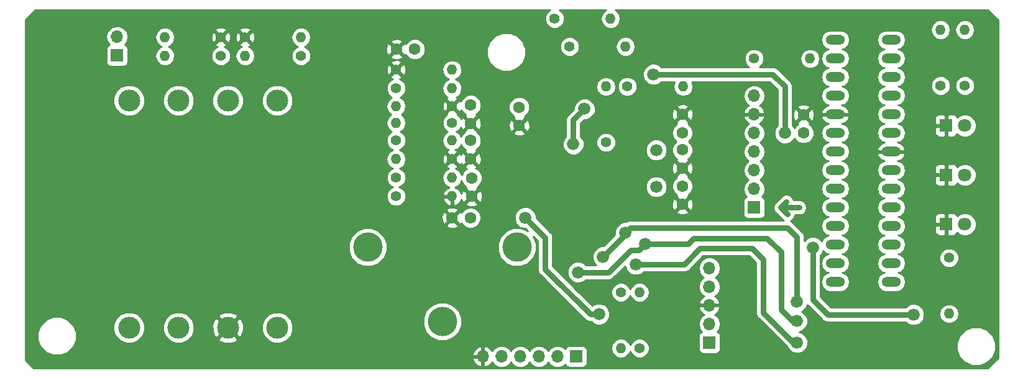
<source format=gtl>
G04 #@! TF.GenerationSoftware,KiCad,Pcbnew,(5.0.0)*
G04 #@! TF.CreationDate,2019-03-14T19:36:46-04:00*
G04 #@! TF.ProjectId,Power Sense 3.0,506F7765722053656E736520332E302E,rev?*
G04 #@! TF.SameCoordinates,Original*
G04 #@! TF.FileFunction,Copper,L1,Top,Signal*
G04 #@! TF.FilePolarity,Positive*
%FSLAX46Y46*%
G04 Gerber Fmt 4.6, Leading zero omitted, Abs format (unit mm)*
G04 Created by KiCad (PCBNEW (5.0.0)) date 03/14/19 19:36:46*
%MOMM*%
%LPD*%
G01*
G04 APERTURE LIST*
G04 #@! TA.AperFunction,ComponentPad*
%ADD10C,3.000000*%
G04 #@! TD*
G04 #@! TA.AperFunction,ComponentPad*
%ADD11C,1.600000*%
G04 #@! TD*
G04 #@! TA.AperFunction,ComponentPad*
%ADD12R,1.800000X1.800000*%
G04 #@! TD*
G04 #@! TA.AperFunction,ComponentPad*
%ADD13C,1.800000*%
G04 #@! TD*
G04 #@! TA.AperFunction,ComponentPad*
%ADD14R,1.700000X1.700000*%
G04 #@! TD*
G04 #@! TA.AperFunction,ComponentPad*
%ADD15O,1.700000X1.700000*%
G04 #@! TD*
G04 #@! TA.AperFunction,ComponentPad*
%ADD16C,1.400000*%
G04 #@! TD*
G04 #@! TA.AperFunction,ComponentPad*
%ADD17O,1.400000X1.400000*%
G04 #@! TD*
G04 #@! TA.AperFunction,ComponentPad*
%ADD18C,4.000000*%
G04 #@! TD*
G04 #@! TA.AperFunction,ComponentPad*
%ADD19O,2.641600X1.320800*%
G04 #@! TD*
G04 #@! TA.AperFunction,ComponentPad*
%ADD20C,1.676400*%
G04 #@! TD*
G04 #@! TA.AperFunction,ViaPad*
%ADD21C,1.676400*%
G04 #@! TD*
G04 #@! TA.AperFunction,Conductor*
%ADD22C,0.762000*%
G04 #@! TD*
G04 #@! TA.AperFunction,Conductor*
%ADD23C,0.406400*%
G04 #@! TD*
G04 #@! TA.AperFunction,Conductor*
%ADD24C,0.254000*%
G04 #@! TD*
G04 APERTURE END LIST*
D10*
G04 #@! TO.P,T2,1*
G04 #@! TO.N,/H*
X98488500Y-65659000D03*
G04 #@! TO.P,T2,2*
G04 #@! TO.N,Net-(T2-Pad2)*
X91757500Y-65659000D03*
G04 #@! TO.P,T2,3*
X85026500Y-65659000D03*
G04 #@! TO.P,T2,4*
G04 #@! TO.N,/N*
X78295500Y-65659000D03*
G04 #@! TO.P,T2,5*
G04 #@! TO.N,Net-(R5-Pad2)*
X98488500Y-96647000D03*
G04 #@! TO.P,T2,6*
G04 #@! TO.N,GND*
X91757500Y-96647000D03*
G04 #@! TO.P,T2,7*
G04 #@! TO.N,Net-(T2-Pad7)*
X85026500Y-96647000D03*
G04 #@! TO.P,T2,8*
G04 #@! TO.N,Net-(T2-Pad8)*
X78295500Y-96647000D03*
G04 #@! TD*
D11*
G04 #@! TO.P,C1,1*
G04 #@! TO.N,GND*
X124968000Y-78740000D03*
G04 #@! TO.P,C1,2*
G04 #@! TO.N,/CH0+*
X124968000Y-76240000D03*
G04 #@! TD*
G04 #@! TO.P,C2,1*
G04 #@! TO.N,Net-(C2-Pad1)*
X124841000Y-71120000D03*
G04 #@! TO.P,C2,2*
G04 #@! TO.N,GND*
X124841000Y-73620000D03*
G04 #@! TD*
G04 #@! TO.P,C3,1*
G04 #@! TO.N,GND*
X124841000Y-68794000D03*
G04 #@! TO.P,C3,2*
G04 #@! TO.N,/CH1-*
X124841000Y-66294000D03*
G04 #@! TD*
G04 #@! TO.P,C4,1*
G04 #@! TO.N,/CH1+*
X117221000Y-58674000D03*
G04 #@! TO.P,C4,2*
G04 #@! TO.N,GND*
X114721000Y-58674000D03*
G04 #@! TD*
G04 #@! TO.P,C5,1*
G04 #@! TO.N,Net-(C5-Pad1)*
X131445000Y-66588000D03*
G04 #@! TO.P,C5,2*
G04 #@! TO.N,GND*
X131445000Y-69088000D03*
G04 #@! TD*
G04 #@! TO.P,C6,1*
G04 #@! TO.N,GND*
X122301000Y-81661000D03*
G04 #@! TO.P,C6,2*
G04 #@! TO.N,Net-(C6-Pad2)*
X124801000Y-81661000D03*
G04 #@! TD*
G04 #@! TO.P,C7,1*
G04 #@! TO.N,GND*
X153670000Y-67564000D03*
G04 #@! TO.P,C7,2*
G04 #@! TO.N,/+5V*
X153670000Y-70064000D03*
G04 #@! TD*
G04 #@! TO.P,C8,1*
G04 #@! TO.N,Net-(C8-Pad1)*
X153670000Y-77343000D03*
G04 #@! TO.P,C8,2*
G04 #@! TO.N,GND*
X153670000Y-79843000D03*
G04 #@! TD*
G04 #@! TO.P,C9,1*
G04 #@! TO.N,Net-(C9-Pad1)*
X153670000Y-72390000D03*
G04 #@! TO.P,C9,2*
G04 #@! TO.N,GND*
X153670000Y-74890000D03*
G04 #@! TD*
G04 #@! TO.P,C10,1*
G04 #@! TO.N,Net-(C10-Pad1)*
X170180000Y-70104000D03*
G04 #@! TO.P,C10,2*
G04 #@! TO.N,GND*
X170180000Y-67604000D03*
G04 #@! TD*
D12*
G04 #@! TO.P,D1,1*
G04 #@! TO.N,GND*
X189611000Y-82550000D03*
D13*
G04 #@! TO.P,D1,2*
G04 #@! TO.N,Net-(D1-Pad2)*
X192151000Y-82550000D03*
G04 #@! TD*
D12*
G04 #@! TO.P,D2,1*
G04 #@! TO.N,GND*
X189611000Y-69088000D03*
D13*
G04 #@! TO.P,D2,2*
G04 #@! TO.N,Net-(D2-Pad2)*
X192151000Y-69088000D03*
G04 #@! TD*
D12*
G04 #@! TO.P,D3,1*
G04 #@! TO.N,GND*
X189611000Y-75819000D03*
D13*
G04 #@! TO.P,D3,2*
G04 #@! TO.N,Net-(D3-Pad2)*
X192151000Y-75819000D03*
G04 #@! TD*
D14*
G04 #@! TO.P,J1,1*
G04 #@! TO.N,/H*
X76657200Y-59512200D03*
D15*
G04 #@! TO.P,J1,2*
G04 #@! TO.N,/N*
X76657200Y-56972200D03*
G04 #@! TD*
D14*
G04 #@! TO.P,J2,1*
G04 #@! TO.N,/5V_PULL_UP*
X157353000Y-98679000D03*
D15*
G04 #@! TO.P,J2,2*
G04 #@! TO.N,/+5V*
X157353000Y-96139000D03*
G04 #@! TO.P,J2,3*
G04 #@! TO.N,GND*
X157353000Y-93599000D03*
G04 #@! TO.P,J2,4*
G04 #@! TO.N,/PROG_CLK*
X157353000Y-91059000D03*
G04 #@! TO.P,J2,5*
G04 #@! TO.N,/PROG_DI*
X157353000Y-88519000D03*
G04 #@! TD*
D16*
G04 #@! TO.P,R2,1*
G04 #@! TO.N,Net-(R2-Pad1)*
X114681000Y-78740000D03*
D17*
G04 #@! TO.P,R2,2*
G04 #@! TO.N,GND*
X122301000Y-78740000D03*
G04 #@! TD*
D16*
G04 #@! TO.P,R3,1*
G04 #@! TO.N,GND*
X122301000Y-73660000D03*
D17*
G04 #@! TO.P,R3,2*
G04 #@! TO.N,Net-(R3-Pad2)*
X114681000Y-73660000D03*
G04 #@! TD*
D16*
G04 #@! TO.P,R6,1*
G04 #@! TO.N,Net-(R2-Pad1)*
X114681000Y-76200000D03*
D17*
G04 #@! TO.P,R6,2*
G04 #@! TO.N,/CH0+*
X122301000Y-76200000D03*
G04 #@! TD*
D16*
G04 #@! TO.P,R7,1*
G04 #@! TO.N,Net-(R3-Pad2)*
X114681000Y-71120000D03*
D17*
G04 #@! TO.P,R7,2*
G04 #@! TO.N,Net-(C2-Pad1)*
X122301000Y-71120000D03*
G04 #@! TD*
D16*
G04 #@! TO.P,R8,1*
G04 #@! TO.N,Net-(R1-Pad1)*
X114681000Y-64008000D03*
D17*
G04 #@! TO.P,R8,2*
G04 #@! TO.N,/CH1-*
X122301000Y-64008000D03*
G04 #@! TD*
D16*
G04 #@! TO.P,R9,1*
G04 #@! TO.N,GND*
X114681000Y-61468000D03*
D17*
G04 #@! TO.P,R9,2*
G04 #@! TO.N,/CH1+*
X122301000Y-61468000D03*
G04 #@! TD*
D16*
G04 #@! TO.P,R10,1*
G04 #@! TO.N,Net-(D1-Pad2)*
X189992000Y-87122000D03*
D17*
G04 #@! TO.P,R10,2*
G04 #@! TO.N,/LED_TO_25*
X189992000Y-94742000D03*
G04 #@! TD*
D16*
G04 #@! TO.P,R11,1*
G04 #@! TO.N,Net-(C6-Pad2)*
X145288000Y-91821000D03*
D17*
G04 #@! TO.P,R11,2*
G04 #@! TO.N,/+5V*
X145288000Y-99441000D03*
G04 #@! TD*
D16*
G04 #@! TO.P,R13,1*
G04 #@! TO.N,/+5V*
X147828000Y-99441000D03*
D17*
G04 #@! TO.P,R13,2*
G04 #@! TO.N,/5V_PULL_UP*
X147828000Y-91821000D03*
G04 #@! TD*
D16*
G04 #@! TO.P,R14,1*
G04 #@! TO.N,Net-(C10-Pad1)*
X146177000Y-63754000D03*
D17*
G04 #@! TO.P,R14,2*
G04 #@! TO.N,/+5V*
X153797000Y-63754000D03*
G04 #@! TD*
D16*
G04 #@! TO.P,R17,1*
G04 #@! TO.N,/SCK*
X136271000Y-54483000D03*
D17*
G04 #@! TO.P,R17,2*
G04 #@! TO.N,Net-(R17-Pad2)*
X143891000Y-54483000D03*
G04 #@! TD*
D16*
G04 #@! TO.P,R18,1*
G04 #@! TO.N,/SDI*
X138303000Y-58293000D03*
D17*
G04 #@! TO.P,R18,2*
G04 #@! TO.N,Net-(R18-Pad2)*
X145923000Y-58293000D03*
G04 #@! TD*
D16*
G04 #@! TO.P,R19,1*
G04 #@! TO.N,/SDO*
X163449000Y-59944000D03*
D17*
G04 #@! TO.P,R19,2*
G04 #@! TO.N,Net-(R19-Pad2)*
X171069000Y-59944000D03*
G04 #@! TD*
D16*
G04 #@! TO.P,R21,1*
G04 #@! TO.N,/MCP_CS_TO_PIC*
X143256000Y-71374000D03*
D17*
G04 #@! TO.P,R21,2*
G04 #@! TO.N,Net-(R21-Pad2)*
X143256000Y-63754000D03*
G04 #@! TD*
D16*
G04 #@! TO.P,R22,1*
G04 #@! TO.N,Net-(D2-Pad2)*
X192151000Y-63627000D03*
D17*
G04 #@! TO.P,R22,2*
G04 #@! TO.N,/LED_TO_11*
X192151000Y-56007000D03*
G04 #@! TD*
D16*
G04 #@! TO.P,R23,1*
G04 #@! TO.N,Net-(D3-Pad2)*
X188849000Y-63627000D03*
D17*
G04 #@! TO.P,R23,2*
G04 #@! TO.N,/LED_TO_12*
X188849000Y-56007000D03*
G04 #@! TD*
D18*
G04 #@! TO.P,T1,3*
G04 #@! TO.N,N/C*
X120967500Y-95811500D03*
G04 #@! TO.P,T1,2*
G04 #@! TO.N,Net-(R3-Pad2)*
X110807500Y-85671500D03*
G04 #@! TO.P,T1,1*
G04 #@! TO.N,Net-(R2-Pad1)*
X131127500Y-85671500D03*
G04 #@! TD*
D19*
G04 #@! TO.P,U1,1*
G04 #@! TO.N,/5V_PULL_UP*
X182118000Y-90424000D03*
G04 #@! TO.P,U1,2*
G04 #@! TO.N,Net-(U1-Pad2)*
X182118000Y-87884000D03*
G04 #@! TO.P,U1,3*
G04 #@! TO.N,Net-(U1-Pad3)*
X182118000Y-85344000D03*
G04 #@! TO.P,U1,4*
G04 #@! TO.N,/Fo0toPIC*
X182118000Y-82804000D03*
G04 #@! TO.P,U1,5*
G04 #@! TO.N,/HFtoPIC*
X182118000Y-80264000D03*
G04 #@! TO.P,U1,6*
G04 #@! TO.N,/Fo1toPIC*
X182118000Y-77724000D03*
G04 #@! TO.P,U1,7*
G04 #@! TO.N,Net-(U1-Pad7)*
X182118000Y-75184000D03*
G04 #@! TO.P,U1,8*
G04 #@! TO.N,GND*
X182118000Y-72644000D03*
G04 #@! TO.P,U1,9*
G04 #@! TO.N,Net-(U1-Pad9)*
X182118000Y-70104000D03*
G04 #@! TO.P,U1,10*
G04 #@! TO.N,Net-(U1-Pad10)*
X182118000Y-67564000D03*
G04 #@! TO.P,U1,11*
G04 #@! TO.N,/LED_TO_11*
X182118000Y-65024000D03*
G04 #@! TO.P,U1,12*
G04 #@! TO.N,/LED_TO_12*
X182118000Y-62484000D03*
G04 #@! TO.P,U1,13*
G04 #@! TO.N,Net-(U1-Pad13)*
X182118000Y-59944000D03*
G04 #@! TO.P,U1,14*
G04 #@! TO.N,Net-(R17-Pad2)*
X182118000Y-57404000D03*
G04 #@! TO.P,U1,15*
G04 #@! TO.N,Net-(R18-Pad2)*
X174498000Y-57404000D03*
G04 #@! TO.P,U1,16*
G04 #@! TO.N,Net-(R19-Pad2)*
X174498000Y-59944000D03*
G04 #@! TO.P,U1,17*
G04 #@! TO.N,/MCLR*
X174498000Y-62484000D03*
G04 #@! TO.P,U1,18*
G04 #@! TO.N,Net-(R21-Pad2)*
X174498000Y-65024000D03*
G04 #@! TO.P,U1,19*
G04 #@! TO.N,GND*
X174498000Y-67564000D03*
G04 #@! TO.P,U1,20*
G04 #@! TO.N,Net-(C10-Pad1)*
X174498000Y-70104000D03*
G04 #@! TO.P,U1,21*
G04 #@! TO.N,/CHIP_SELECT*
X174498000Y-72644000D03*
G04 #@! TO.P,U1,22*
G04 #@! TO.N,/SPI_CLK*
X174498000Y-75184000D03*
G04 #@! TO.P,U1,23*
G04 #@! TO.N,/SPI_MD_OUT*
X174498000Y-77724000D03*
G04 #@! TO.P,U1,24*
G04 #@! TO.N,/SPI_MD_IN*
X174498000Y-80264000D03*
G04 #@! TO.P,U1,25*
G04 #@! TO.N,/LED_TO_25*
X174498000Y-82804000D03*
G04 #@! TO.P,U1,26*
G04 #@! TO.N,Net-(U1-Pad26)*
X174498000Y-85344000D03*
G04 #@! TO.P,U1,27*
G04 #@! TO.N,/PROG_DI*
X174498000Y-87884000D03*
G04 #@! TO.P,U1,28*
G04 #@! TO.N,/PROG_CLK*
X174498000Y-90424000D03*
G04 #@! TD*
D20*
G04 #@! TO.P,Y1,1*
G04 #@! TO.N,Net-(C8-Pad1)*
X150114000Y-77430000D03*
G04 #@! TO.P,Y1,2*
G04 #@! TO.N,Net-(C9-Pad1)*
X150114000Y-72430000D03*
G04 #@! TD*
D16*
G04 #@! TO.P,R12,1*
G04 #@! TO.N,GND*
X122301000Y-66421000D03*
D17*
G04 #@! TO.P,R12,2*
G04 #@! TO.N,Net-(R1-Pad1)*
X114681000Y-66421000D03*
G04 #@! TD*
D16*
G04 #@! TO.P,R1,1*
G04 #@! TO.N,Net-(R1-Pad1)*
X101727000Y-59563000D03*
D17*
G04 #@! TO.P,R1,2*
G04 #@! TO.N,Net-(R1-Pad2)*
X94107000Y-59563000D03*
G04 #@! TD*
D16*
G04 #@! TO.P,R4,1*
G04 #@! TO.N,GND*
X94107000Y-57023000D03*
D17*
G04 #@! TO.P,R4,2*
G04 #@! TO.N,Net-(R1-Pad1)*
X101727000Y-57023000D03*
G04 #@! TD*
G04 #@! TO.P,R5,2*
G04 #@! TO.N,Net-(R5-Pad2)*
X114681000Y-68707000D03*
D16*
G04 #@! TO.P,R5,1*
G04 #@! TO.N,Net-(R1-Pad1)*
X122301000Y-68707000D03*
G04 #@! TD*
D15*
G04 #@! TO.P,J4,6*
G04 #@! TO.N,GND*
X126492000Y-100584000D03*
G04 #@! TO.P,J4,5*
G04 #@! TO.N,/CH0+*
X129032000Y-100584000D03*
G04 #@! TO.P,J4,4*
G04 #@! TO.N,/CH1-*
X131572000Y-100584000D03*
G04 #@! TO.P,J4,3*
G04 #@! TO.N,/HFtoPIC*
X134112000Y-100584000D03*
G04 #@! TO.P,J4,2*
G04 #@! TO.N,/Fo1toPIC*
X136652000Y-100584000D03*
D14*
G04 #@! TO.P,J4,1*
G04 #@! TO.N,/Fo0toPIC*
X139192000Y-100584000D03*
G04 #@! TD*
D16*
G04 #@! TO.P,R20,1*
G04 #@! TO.N,Net-(R1-Pad2)*
X90805000Y-59563000D03*
D17*
G04 #@! TO.P,R20,2*
G04 #@! TO.N,/H*
X83185000Y-59563000D03*
G04 #@! TD*
G04 #@! TO.P,R24,2*
G04 #@! TO.N,/N*
X83185000Y-57023000D03*
D16*
G04 #@! TO.P,R24,1*
G04 #@! TO.N,GND*
X90805000Y-57023000D03*
G04 #@! TD*
D14*
G04 #@! TO.P,J3,1*
G04 #@! TO.N,/SPI_MD_IN*
X163449000Y-80264000D03*
D15*
G04 #@! TO.P,J3,2*
G04 #@! TO.N,/SPI_MD_OUT*
X163449000Y-77724000D03*
G04 #@! TO.P,J3,3*
G04 #@! TO.N,/SPI_CLK*
X163449000Y-75184000D03*
G04 #@! TO.P,J3,4*
G04 #@! TO.N,/CHIP_SELECT*
X163449000Y-72644000D03*
G04 #@! TO.P,J3,5*
G04 #@! TO.N,/+5V*
X163449000Y-70104000D03*
G04 #@! TO.P,J3,6*
G04 #@! TO.N,GND*
X163449000Y-67564000D03*
G04 #@! TO.P,J3,7*
G04 #@! TO.N,/+12V*
X163449000Y-65024000D03*
G04 #@! TD*
D21*
G04 #@! TO.N,GND*
X105918000Y-100584000D03*
X118935500Y-81661000D03*
X110236000Y-58674000D03*
X179324000Y-98425000D03*
X187325000Y-90932000D03*
X157099000Y-65532000D03*
X147193000Y-67056000D03*
X140716000Y-85153500D03*
G04 #@! TO.N,Net-(C6-Pad2)*
X142303500Y-94805500D03*
X132270500Y-81661000D03*
G04 #@! TO.N,Net-(C10-Pad1)*
X167640000Y-70104000D03*
X149733000Y-62103000D03*
G04 #@! TO.N,/SDO*
X138811000Y-71628000D03*
X140335000Y-66802000D03*
G04 #@! TO.N,/HFtoPIC*
X139446000Y-89090500D03*
X169291000Y-95758000D03*
X148590000Y-85217000D03*
G04 #@! TO.N,/Fo1toPIC*
X142875000Y-86995000D03*
X169291000Y-93091000D03*
X145923000Y-83693000D03*
G04 #@! TO.N,/Fo0toPIC*
X169291000Y-98679000D03*
X147320000Y-88011000D03*
G04 #@! TO.N,/LED_TO_25*
X185166000Y-94869000D03*
X171450000Y-85725000D03*
G04 #@! TD*
D22*
G04 #@! TO.N,*
X167068500Y-80264000D02*
X167957500Y-81153000D01*
X169608500Y-80264000D02*
X167068500Y-80264000D01*
X167068500Y-80264000D02*
X167830500Y-79502000D01*
G04 #@! TO.N,GND*
X162496500Y-98679000D02*
X161861500Y-98679000D01*
X161861500Y-98679000D02*
X159829500Y-98679000D01*
X159829500Y-98679000D02*
X160591500Y-99441000D01*
X159829500Y-98679000D02*
X160591500Y-97917000D01*
D23*
X99060000Y-67818000D02*
X98552000Y-68326000D01*
X99441000Y-69342000D02*
X98679000Y-69342000D01*
X99060000Y-69342000D02*
X98679000Y-69342000D01*
X99060000Y-67818000D02*
X99060000Y-69342000D01*
X98552000Y-68326000D02*
X99060000Y-67818000D01*
D22*
X179324000Y-98425000D02*
X185547000Y-98425000D01*
X185547000Y-98425000D02*
X187325000Y-96647000D01*
X187325000Y-90932000D02*
X187325000Y-96647000D01*
X147193000Y-67056000D02*
X148717000Y-65532000D01*
X157099000Y-65532000D02*
X148717000Y-65532000D01*
G04 #@! TO.N,Net-(C6-Pad2)*
X141118107Y-94805500D02*
X135001000Y-88688393D01*
X142303500Y-94805500D02*
X141118107Y-94805500D01*
X135001000Y-84391500D02*
X132270500Y-81661000D01*
X135001000Y-88688393D02*
X135001000Y-84391500D01*
G04 #@! TO.N,Net-(C10-Pad1)*
X167640000Y-63754000D02*
X167640000Y-70104000D01*
X149733000Y-62103000D02*
X165989000Y-62103000D01*
X165989000Y-62103000D02*
X167640000Y-63754000D01*
G04 #@! TO.N,/SDO*
X138811000Y-68326000D02*
X140335000Y-66802000D01*
X138811000Y-71628000D02*
X138811000Y-68326000D01*
G04 #@! TO.N,/HFtoPIC*
X165227000Y-84455000D02*
X155194000Y-84455000D01*
X167132000Y-86360000D02*
X165227000Y-84455000D01*
X169291000Y-95758000D02*
X168656000Y-95758000D01*
X167132000Y-94234000D02*
X167132000Y-86487000D01*
X168656000Y-95758000D02*
X167132000Y-94234000D01*
X167132000Y-86487000D02*
X167132000Y-86360000D01*
X154432000Y-85217000D02*
X148590000Y-85217000D01*
X155194000Y-84455000D02*
X154432000Y-85217000D01*
X147751801Y-86055199D02*
X146608801Y-86055199D01*
X148590000Y-85217000D02*
X147751801Y-86055199D01*
X146608801Y-86055199D02*
X143573500Y-89090500D01*
X139446000Y-89090500D02*
X143573500Y-89090500D01*
G04 #@! TO.N,/Fo1toPIC*
X168021000Y-83058000D02*
X146558000Y-83058000D01*
X169291000Y-84328000D02*
X168021000Y-83058000D01*
X169291000Y-93091000D02*
X169291000Y-84328000D01*
X145923000Y-83693000D02*
X146558000Y-83058000D01*
X145923000Y-83947000D02*
X142875000Y-86995000D01*
X145923000Y-83693000D02*
X145923000Y-83947000D01*
G04 #@! TO.N,/Fo0toPIC*
X168783000Y-98679000D02*
X169291000Y-98679000D01*
X153924000Y-88011000D02*
X156083000Y-85852000D01*
X147320000Y-88011000D02*
X153924000Y-88011000D01*
X156083000Y-85852000D02*
X163195000Y-85852000D01*
X163195000Y-85852000D02*
X164719000Y-87376000D01*
X164719000Y-87376000D02*
X164719000Y-94615000D01*
X164719000Y-94615000D02*
X168783000Y-98679000D01*
G04 #@! TO.N,/LED_TO_25*
X173482000Y-94869000D02*
X171450000Y-92837000D01*
X171450000Y-92837000D02*
X171450000Y-85725000D01*
X185166000Y-94869000D02*
X173482000Y-94869000D01*
G04 #@! TD*
D24*
G04 #@! TO.N,GND*
G36*
X135514783Y-53351242D02*
X135139242Y-53726783D01*
X134936000Y-54217452D01*
X134936000Y-54748548D01*
X135139242Y-55239217D01*
X135514783Y-55614758D01*
X136005452Y-55818000D01*
X136536548Y-55818000D01*
X137027217Y-55614758D01*
X137402758Y-55239217D01*
X137606000Y-54748548D01*
X137606000Y-54217452D01*
X137402758Y-53726783D01*
X137027217Y-53351242D01*
X136874537Y-53288000D01*
X143276508Y-53288000D01*
X142928519Y-53520519D01*
X142633458Y-53962109D01*
X142529846Y-54483000D01*
X142633458Y-55003891D01*
X142928519Y-55445481D01*
X143370109Y-55740542D01*
X143759515Y-55818000D01*
X144022485Y-55818000D01*
X144411891Y-55740542D01*
X144853481Y-55445481D01*
X145148542Y-55003891D01*
X145252154Y-54483000D01*
X145148542Y-53962109D01*
X144853481Y-53520519D01*
X144505492Y-53288000D01*
X195285910Y-53288000D01*
X196648000Y-54650092D01*
X196648001Y-57080070D01*
X196648000Y-57080075D01*
X196648001Y-100797907D01*
X195285910Y-102160000D01*
X65267291Y-102160000D01*
X64159200Y-101051910D01*
X64159200Y-100940892D01*
X125050514Y-100940892D01*
X125296817Y-101465358D01*
X125725076Y-101855645D01*
X126135110Y-102025476D01*
X126365000Y-101904155D01*
X126365000Y-100711000D01*
X125171181Y-100711000D01*
X125050514Y-100940892D01*
X64159200Y-100940892D01*
X64159200Y-97265866D01*
X65818000Y-97265866D01*
X65818000Y-98314134D01*
X66219155Y-99282608D01*
X66960392Y-100023845D01*
X67928866Y-100425000D01*
X68977134Y-100425000D01*
X69454887Y-100227108D01*
X125050514Y-100227108D01*
X125171181Y-100457000D01*
X126365000Y-100457000D01*
X126365000Y-99263845D01*
X126619000Y-99263845D01*
X126619000Y-100457000D01*
X126639000Y-100457000D01*
X126639000Y-100711000D01*
X126619000Y-100711000D01*
X126619000Y-101904155D01*
X126848890Y-102025476D01*
X127258924Y-101855645D01*
X127687183Y-101465358D01*
X127748157Y-101335522D01*
X127961375Y-101654625D01*
X128452582Y-101982839D01*
X128885744Y-102069000D01*
X129178256Y-102069000D01*
X129611418Y-101982839D01*
X130102625Y-101654625D01*
X130302000Y-101356239D01*
X130501375Y-101654625D01*
X130992582Y-101982839D01*
X131425744Y-102069000D01*
X131718256Y-102069000D01*
X132151418Y-101982839D01*
X132642625Y-101654625D01*
X132842000Y-101356239D01*
X133041375Y-101654625D01*
X133532582Y-101982839D01*
X133965744Y-102069000D01*
X134258256Y-102069000D01*
X134691418Y-101982839D01*
X135182625Y-101654625D01*
X135382000Y-101356239D01*
X135581375Y-101654625D01*
X136072582Y-101982839D01*
X136505744Y-102069000D01*
X136798256Y-102069000D01*
X137231418Y-101982839D01*
X137722625Y-101654625D01*
X137734816Y-101636381D01*
X137743843Y-101681765D01*
X137884191Y-101891809D01*
X138094235Y-102032157D01*
X138342000Y-102081440D01*
X140042000Y-102081440D01*
X140289765Y-102032157D01*
X140499809Y-101891809D01*
X140640157Y-101681765D01*
X140689440Y-101434000D01*
X140689440Y-99734000D01*
X140640157Y-99486235D01*
X140609932Y-99441000D01*
X143926846Y-99441000D01*
X144030458Y-99961891D01*
X144325519Y-100403481D01*
X144767109Y-100698542D01*
X145156515Y-100776000D01*
X145419485Y-100776000D01*
X145808891Y-100698542D01*
X146250481Y-100403481D01*
X146545542Y-99961891D01*
X146562809Y-99875082D01*
X146696242Y-100197217D01*
X147071783Y-100572758D01*
X147562452Y-100776000D01*
X148093548Y-100776000D01*
X148584217Y-100572758D01*
X148959758Y-100197217D01*
X149163000Y-99706548D01*
X149163000Y-99175452D01*
X148959758Y-98684783D01*
X148584217Y-98309242D01*
X148093548Y-98106000D01*
X147562452Y-98106000D01*
X147071783Y-98309242D01*
X146696242Y-98684783D01*
X146562809Y-99006918D01*
X146545542Y-98920109D01*
X146250481Y-98478519D01*
X145808891Y-98183458D01*
X145419485Y-98106000D01*
X145156515Y-98106000D01*
X144767109Y-98183458D01*
X144325519Y-98478519D01*
X144030458Y-98920109D01*
X143926846Y-99441000D01*
X140609932Y-99441000D01*
X140499809Y-99276191D01*
X140289765Y-99135843D01*
X140042000Y-99086560D01*
X138342000Y-99086560D01*
X138094235Y-99135843D01*
X137884191Y-99276191D01*
X137743843Y-99486235D01*
X137734816Y-99531619D01*
X137722625Y-99513375D01*
X137231418Y-99185161D01*
X136798256Y-99099000D01*
X136505744Y-99099000D01*
X136072582Y-99185161D01*
X135581375Y-99513375D01*
X135382000Y-99811761D01*
X135182625Y-99513375D01*
X134691418Y-99185161D01*
X134258256Y-99099000D01*
X133965744Y-99099000D01*
X133532582Y-99185161D01*
X133041375Y-99513375D01*
X132842000Y-99811761D01*
X132642625Y-99513375D01*
X132151418Y-99185161D01*
X131718256Y-99099000D01*
X131425744Y-99099000D01*
X130992582Y-99185161D01*
X130501375Y-99513375D01*
X130302000Y-99811761D01*
X130102625Y-99513375D01*
X129611418Y-99185161D01*
X129178256Y-99099000D01*
X128885744Y-99099000D01*
X128452582Y-99185161D01*
X127961375Y-99513375D01*
X127748157Y-99832478D01*
X127687183Y-99702642D01*
X127258924Y-99312355D01*
X126848890Y-99142524D01*
X126619000Y-99263845D01*
X126365000Y-99263845D01*
X126135110Y-99142524D01*
X125725076Y-99312355D01*
X125296817Y-99702642D01*
X125050514Y-100227108D01*
X69454887Y-100227108D01*
X69945608Y-100023845D01*
X70686845Y-99282608D01*
X71088000Y-98314134D01*
X71088000Y-97265866D01*
X70686845Y-96297392D01*
X70611775Y-96222322D01*
X76160500Y-96222322D01*
X76160500Y-97071678D01*
X76485534Y-97856380D01*
X77086120Y-98456966D01*
X77870822Y-98782000D01*
X78720178Y-98782000D01*
X79504880Y-98456966D01*
X80105466Y-97856380D01*
X80430500Y-97071678D01*
X80430500Y-96222322D01*
X82891500Y-96222322D01*
X82891500Y-97071678D01*
X83216534Y-97856380D01*
X83817120Y-98456966D01*
X84601822Y-98782000D01*
X85451178Y-98782000D01*
X86235880Y-98456966D01*
X86531876Y-98160970D01*
X90423135Y-98160970D01*
X90582918Y-98479739D01*
X91373687Y-98789723D01*
X92222887Y-98773497D01*
X92932082Y-98479739D01*
X93091865Y-98160970D01*
X91757500Y-96826605D01*
X90423135Y-98160970D01*
X86531876Y-98160970D01*
X86836466Y-97856380D01*
X87161500Y-97071678D01*
X87161500Y-96263187D01*
X89614777Y-96263187D01*
X89631003Y-97112387D01*
X89924761Y-97821582D01*
X90243530Y-97981365D01*
X91577895Y-96647000D01*
X91937105Y-96647000D01*
X93271470Y-97981365D01*
X93590239Y-97821582D01*
X93900223Y-97030813D01*
X93884775Y-96222322D01*
X96353500Y-96222322D01*
X96353500Y-97071678D01*
X96678534Y-97856380D01*
X97279120Y-98456966D01*
X98063822Y-98782000D01*
X98913178Y-98782000D01*
X99697880Y-98456966D01*
X100298466Y-97856380D01*
X100623500Y-97071678D01*
X100623500Y-96222322D01*
X100298466Y-95437620D01*
X100148212Y-95287366D01*
X118332500Y-95287366D01*
X118332500Y-96335634D01*
X118733655Y-97304108D01*
X119474892Y-98045345D01*
X120443366Y-98446500D01*
X121491634Y-98446500D01*
X122460108Y-98045345D01*
X123201345Y-97304108D01*
X123602500Y-96335634D01*
X123602500Y-95287366D01*
X123201345Y-94318892D01*
X122460108Y-93577655D01*
X121491634Y-93176500D01*
X120443366Y-93176500D01*
X119474892Y-93577655D01*
X118733655Y-94318892D01*
X118332500Y-95287366D01*
X100148212Y-95287366D01*
X99697880Y-94837034D01*
X98913178Y-94512000D01*
X98063822Y-94512000D01*
X97279120Y-94837034D01*
X96678534Y-95437620D01*
X96353500Y-96222322D01*
X93884775Y-96222322D01*
X93883997Y-96181613D01*
X93590239Y-95472418D01*
X93271470Y-95312635D01*
X91937105Y-96647000D01*
X91577895Y-96647000D01*
X90243530Y-95312635D01*
X89924761Y-95472418D01*
X89614777Y-96263187D01*
X87161500Y-96263187D01*
X87161500Y-96222322D01*
X86836466Y-95437620D01*
X86531876Y-95133030D01*
X90423135Y-95133030D01*
X91757500Y-96467395D01*
X93091865Y-95133030D01*
X92932082Y-94814261D01*
X92141313Y-94504277D01*
X91292113Y-94520503D01*
X90582918Y-94814261D01*
X90423135Y-95133030D01*
X86531876Y-95133030D01*
X86235880Y-94837034D01*
X85451178Y-94512000D01*
X84601822Y-94512000D01*
X83817120Y-94837034D01*
X83216534Y-95437620D01*
X82891500Y-96222322D01*
X80430500Y-96222322D01*
X80105466Y-95437620D01*
X79504880Y-94837034D01*
X78720178Y-94512000D01*
X77870822Y-94512000D01*
X77086120Y-94837034D01*
X76485534Y-95437620D01*
X76160500Y-96222322D01*
X70611775Y-96222322D01*
X69945608Y-95556155D01*
X68977134Y-95155000D01*
X67928866Y-95155000D01*
X66960392Y-95556155D01*
X66219155Y-96297392D01*
X65818000Y-97265866D01*
X64159200Y-97265866D01*
X64159200Y-85147366D01*
X108172500Y-85147366D01*
X108172500Y-86195634D01*
X108573655Y-87164108D01*
X109314892Y-87905345D01*
X110283366Y-88306500D01*
X111331634Y-88306500D01*
X112300108Y-87905345D01*
X113041345Y-87164108D01*
X113442500Y-86195634D01*
X113442500Y-85147366D01*
X128492500Y-85147366D01*
X128492500Y-86195634D01*
X128893655Y-87164108D01*
X129634892Y-87905345D01*
X130603366Y-88306500D01*
X131651634Y-88306500D01*
X132620108Y-87905345D01*
X133361345Y-87164108D01*
X133762500Y-86195634D01*
X133762500Y-85147366D01*
X133368270Y-84195611D01*
X133985001Y-84812342D01*
X133985000Y-88588329D01*
X133965096Y-88688393D01*
X133985000Y-88788456D01*
X133985000Y-88788457D01*
X134043949Y-89084815D01*
X134268505Y-89420888D01*
X134353340Y-89477573D01*
X140328929Y-95453163D01*
X140385612Y-95537995D01*
X140721684Y-95762551D01*
X141018042Y-95821500D01*
X141018043Y-95821500D01*
X141118107Y-95841404D01*
X141218171Y-95821500D01*
X141236080Y-95821500D01*
X141468999Y-96054419D01*
X142010462Y-96278700D01*
X142596538Y-96278700D01*
X142933804Y-96139000D01*
X155838908Y-96139000D01*
X155954161Y-96718418D01*
X156282375Y-97209625D01*
X156300619Y-97221816D01*
X156255235Y-97230843D01*
X156045191Y-97371191D01*
X155904843Y-97581235D01*
X155855560Y-97829000D01*
X155855560Y-99529000D01*
X155904843Y-99776765D01*
X156045191Y-99986809D01*
X156255235Y-100127157D01*
X156503000Y-100176440D01*
X158203000Y-100176440D01*
X158450765Y-100127157D01*
X158660809Y-99986809D01*
X158801157Y-99776765D01*
X158850440Y-99529000D01*
X158850440Y-97829000D01*
X158801157Y-97581235D01*
X158660809Y-97371191D01*
X158450765Y-97230843D01*
X158405381Y-97221816D01*
X158423625Y-97209625D01*
X158751839Y-96718418D01*
X158867092Y-96139000D01*
X158751839Y-95559582D01*
X158423625Y-95068375D01*
X158104522Y-94855157D01*
X158234358Y-94794183D01*
X158624645Y-94365924D01*
X158794476Y-93955890D01*
X158673155Y-93726000D01*
X157480000Y-93726000D01*
X157480000Y-93746000D01*
X157226000Y-93746000D01*
X157226000Y-93726000D01*
X156032845Y-93726000D01*
X155911524Y-93955890D01*
X156081355Y-94365924D01*
X156471642Y-94794183D01*
X156601478Y-94855157D01*
X156282375Y-95068375D01*
X155954161Y-95559582D01*
X155838908Y-96139000D01*
X142933804Y-96139000D01*
X143138001Y-96054419D01*
X143552419Y-95640001D01*
X143776700Y-95098538D01*
X143776700Y-94512462D01*
X143552419Y-93970999D01*
X143138001Y-93556581D01*
X142596538Y-93332300D01*
X142010462Y-93332300D01*
X141468999Y-93556581D01*
X141387514Y-93638066D01*
X139304900Y-91555452D01*
X143953000Y-91555452D01*
X143953000Y-92086548D01*
X144156242Y-92577217D01*
X144531783Y-92952758D01*
X145022452Y-93156000D01*
X145553548Y-93156000D01*
X146044217Y-92952758D01*
X146419758Y-92577217D01*
X146553191Y-92255082D01*
X146570458Y-92341891D01*
X146865519Y-92783481D01*
X147307109Y-93078542D01*
X147696515Y-93156000D01*
X147959485Y-93156000D01*
X148348891Y-93078542D01*
X148790481Y-92783481D01*
X149085542Y-92341891D01*
X149189154Y-91821000D01*
X149085542Y-91300109D01*
X148790481Y-90858519D01*
X148348891Y-90563458D01*
X147959485Y-90486000D01*
X147696515Y-90486000D01*
X147307109Y-90563458D01*
X146865519Y-90858519D01*
X146570458Y-91300109D01*
X146553191Y-91386918D01*
X146419758Y-91064783D01*
X146044217Y-90689242D01*
X145553548Y-90486000D01*
X145022452Y-90486000D01*
X144531783Y-90689242D01*
X144156242Y-91064783D01*
X143953000Y-91555452D01*
X139304900Y-91555452D01*
X136546910Y-88797462D01*
X137972800Y-88797462D01*
X137972800Y-89383538D01*
X138197081Y-89925001D01*
X138611499Y-90339419D01*
X139152962Y-90563700D01*
X139739038Y-90563700D01*
X140280501Y-90339419D01*
X140513420Y-90106500D01*
X143473437Y-90106500D01*
X143573500Y-90126404D01*
X143673563Y-90106500D01*
X143673565Y-90106500D01*
X143969923Y-90047551D01*
X144305995Y-89822995D01*
X144362680Y-89738160D01*
X145846800Y-88254041D01*
X145846800Y-88304038D01*
X146071081Y-88845501D01*
X146485499Y-89259919D01*
X147026962Y-89484200D01*
X147613038Y-89484200D01*
X148154501Y-89259919D01*
X148387420Y-89027000D01*
X153823937Y-89027000D01*
X153924000Y-89046904D01*
X154024063Y-89027000D01*
X154024065Y-89027000D01*
X154320423Y-88968051D01*
X154656495Y-88743495D01*
X154713180Y-88658660D01*
X154852840Y-88519000D01*
X155838908Y-88519000D01*
X155954161Y-89098418D01*
X156282375Y-89589625D01*
X156580761Y-89789000D01*
X156282375Y-89988375D01*
X155954161Y-90479582D01*
X155838908Y-91059000D01*
X155954161Y-91638418D01*
X156282375Y-92129625D01*
X156601478Y-92342843D01*
X156471642Y-92403817D01*
X156081355Y-92832076D01*
X155911524Y-93242110D01*
X156032845Y-93472000D01*
X157226000Y-93472000D01*
X157226000Y-93452000D01*
X157480000Y-93452000D01*
X157480000Y-93472000D01*
X158673155Y-93472000D01*
X158794476Y-93242110D01*
X158624645Y-92832076D01*
X158234358Y-92403817D01*
X158104522Y-92342843D01*
X158423625Y-92129625D01*
X158751839Y-91638418D01*
X158867092Y-91059000D01*
X158751839Y-90479582D01*
X158423625Y-89988375D01*
X158125239Y-89789000D01*
X158423625Y-89589625D01*
X158751839Y-89098418D01*
X158867092Y-88519000D01*
X158751839Y-87939582D01*
X158423625Y-87448375D01*
X157932418Y-87120161D01*
X157499256Y-87034000D01*
X157206744Y-87034000D01*
X156773582Y-87120161D01*
X156282375Y-87448375D01*
X155954161Y-87939582D01*
X155838908Y-88519000D01*
X154852840Y-88519000D01*
X156503841Y-86868000D01*
X162774160Y-86868000D01*
X163703000Y-87796841D01*
X163703001Y-94514932D01*
X163683096Y-94615000D01*
X163761950Y-95011423D01*
X163881974Y-95191051D01*
X163986506Y-95347495D01*
X164071338Y-95404178D01*
X167944091Y-99276932D01*
X168042081Y-99513501D01*
X168456499Y-99927919D01*
X168997962Y-100152200D01*
X169584038Y-100152200D01*
X170125501Y-99927919D01*
X170539919Y-99513501D01*
X170764200Y-98972038D01*
X170764200Y-98662866D01*
X191040000Y-98662866D01*
X191040000Y-99711134D01*
X191441155Y-100679608D01*
X192182392Y-101420845D01*
X193150866Y-101822000D01*
X194199134Y-101822000D01*
X195167608Y-101420845D01*
X195908845Y-100679608D01*
X196310000Y-99711134D01*
X196310000Y-98662866D01*
X195908845Y-97694392D01*
X195167608Y-96953155D01*
X194199134Y-96552000D01*
X193150866Y-96552000D01*
X192182392Y-96953155D01*
X191441155Y-97694392D01*
X191040000Y-98662866D01*
X170764200Y-98662866D01*
X170764200Y-98385962D01*
X170539919Y-97844499D01*
X170125501Y-97430081D01*
X169614699Y-97218500D01*
X170125501Y-97006919D01*
X170539919Y-96592501D01*
X170764200Y-96051038D01*
X170764200Y-95464962D01*
X170539919Y-94923499D01*
X170125501Y-94509081D01*
X169921304Y-94424500D01*
X170125501Y-94339919D01*
X170539919Y-93925501D01*
X170698909Y-93541664D01*
X170717505Y-93569495D01*
X170802340Y-93626180D01*
X172692822Y-95516663D01*
X172749505Y-95601495D01*
X173085577Y-95826051D01*
X173381935Y-95885000D01*
X173381936Y-95885000D01*
X173482000Y-95904904D01*
X173582063Y-95885000D01*
X184098580Y-95885000D01*
X184331499Y-96117919D01*
X184872962Y-96342200D01*
X185459038Y-96342200D01*
X186000501Y-96117919D01*
X186414919Y-95703501D01*
X186639200Y-95162038D01*
X186639200Y-94742000D01*
X188630846Y-94742000D01*
X188734458Y-95262891D01*
X189029519Y-95704481D01*
X189471109Y-95999542D01*
X189860515Y-96077000D01*
X190123485Y-96077000D01*
X190512891Y-95999542D01*
X190954481Y-95704481D01*
X191249542Y-95262891D01*
X191353154Y-94742000D01*
X191249542Y-94221109D01*
X190954481Y-93779519D01*
X190512891Y-93484458D01*
X190123485Y-93407000D01*
X189860515Y-93407000D01*
X189471109Y-93484458D01*
X189029519Y-93779519D01*
X188734458Y-94221109D01*
X188630846Y-94742000D01*
X186639200Y-94742000D01*
X186639200Y-94575962D01*
X186414919Y-94034499D01*
X186000501Y-93620081D01*
X185459038Y-93395800D01*
X184872962Y-93395800D01*
X184331499Y-93620081D01*
X184098580Y-93853000D01*
X173902841Y-93853000D01*
X172466000Y-92416160D01*
X172466000Y-86792420D01*
X172698919Y-86559501D01*
X172849271Y-86196519D01*
X172903669Y-86277931D01*
X173332160Y-86564240D01*
X173582321Y-86614000D01*
X173332160Y-86663760D01*
X172903669Y-86950069D01*
X172617360Y-87378560D01*
X172516822Y-87884000D01*
X172617360Y-88389440D01*
X172903669Y-88817931D01*
X173332160Y-89104240D01*
X173582321Y-89154000D01*
X173332160Y-89203760D01*
X172903669Y-89490069D01*
X172617360Y-89918560D01*
X172516822Y-90424000D01*
X172617360Y-90929440D01*
X172903669Y-91357931D01*
X173332160Y-91644240D01*
X173710016Y-91719400D01*
X175285984Y-91719400D01*
X175663840Y-91644240D01*
X176092331Y-91357931D01*
X176378640Y-90929440D01*
X176479178Y-90424000D01*
X176378640Y-89918560D01*
X176092331Y-89490069D01*
X175663840Y-89203760D01*
X175413679Y-89154000D01*
X175663840Y-89104240D01*
X176092331Y-88817931D01*
X176378640Y-88389440D01*
X176479178Y-87884000D01*
X176378640Y-87378560D01*
X176092331Y-86950069D01*
X175663840Y-86663760D01*
X175413679Y-86614000D01*
X175663840Y-86564240D01*
X176092331Y-86277931D01*
X176378640Y-85849440D01*
X176479178Y-85344000D01*
X176378640Y-84838560D01*
X176092331Y-84410069D01*
X175663840Y-84123760D01*
X175413679Y-84074000D01*
X175663840Y-84024240D01*
X176092331Y-83737931D01*
X176378640Y-83309440D01*
X176479178Y-82804000D01*
X176378640Y-82298560D01*
X176092331Y-81870069D01*
X175663840Y-81583760D01*
X175413679Y-81534000D01*
X175663840Y-81484240D01*
X176092331Y-81197931D01*
X176378640Y-80769440D01*
X176479178Y-80264000D01*
X176378640Y-79758560D01*
X176092331Y-79330069D01*
X175663840Y-79043760D01*
X175413679Y-78994000D01*
X175663840Y-78944240D01*
X176092331Y-78657931D01*
X176378640Y-78229440D01*
X176479178Y-77724000D01*
X176378640Y-77218560D01*
X176092331Y-76790069D01*
X175663840Y-76503760D01*
X175413679Y-76454000D01*
X175663840Y-76404240D01*
X176092331Y-76117931D01*
X176378640Y-75689440D01*
X176479178Y-75184000D01*
X180136822Y-75184000D01*
X180237360Y-75689440D01*
X180523669Y-76117931D01*
X180952160Y-76404240D01*
X181202321Y-76454000D01*
X180952160Y-76503760D01*
X180523669Y-76790069D01*
X180237360Y-77218560D01*
X180136822Y-77724000D01*
X180237360Y-78229440D01*
X180523669Y-78657931D01*
X180952160Y-78944240D01*
X181202321Y-78994000D01*
X180952160Y-79043760D01*
X180523669Y-79330069D01*
X180237360Y-79758560D01*
X180136822Y-80264000D01*
X180237360Y-80769440D01*
X180523669Y-81197931D01*
X180952160Y-81484240D01*
X181202321Y-81534000D01*
X180952160Y-81583760D01*
X180523669Y-81870069D01*
X180237360Y-82298560D01*
X180136822Y-82804000D01*
X180237360Y-83309440D01*
X180523669Y-83737931D01*
X180952160Y-84024240D01*
X181202321Y-84074000D01*
X180952160Y-84123760D01*
X180523669Y-84410069D01*
X180237360Y-84838560D01*
X180136822Y-85344000D01*
X180237360Y-85849440D01*
X180523669Y-86277931D01*
X180952160Y-86564240D01*
X181202321Y-86614000D01*
X180952160Y-86663760D01*
X180523669Y-86950069D01*
X180237360Y-87378560D01*
X180136822Y-87884000D01*
X180237360Y-88389440D01*
X180523669Y-88817931D01*
X180952160Y-89104240D01*
X181202321Y-89154000D01*
X180952160Y-89203760D01*
X180523669Y-89490069D01*
X180237360Y-89918560D01*
X180136822Y-90424000D01*
X180237360Y-90929440D01*
X180523669Y-91357931D01*
X180952160Y-91644240D01*
X181330016Y-91719400D01*
X182905984Y-91719400D01*
X183283840Y-91644240D01*
X183712331Y-91357931D01*
X183998640Y-90929440D01*
X184099178Y-90424000D01*
X183998640Y-89918560D01*
X183712331Y-89490069D01*
X183283840Y-89203760D01*
X183033679Y-89154000D01*
X183283840Y-89104240D01*
X183712331Y-88817931D01*
X183998640Y-88389440D01*
X184099178Y-87884000D01*
X183998640Y-87378560D01*
X183712331Y-86950069D01*
X183572224Y-86856452D01*
X188657000Y-86856452D01*
X188657000Y-87387548D01*
X188860242Y-87878217D01*
X189235783Y-88253758D01*
X189726452Y-88457000D01*
X190257548Y-88457000D01*
X190748217Y-88253758D01*
X191123758Y-87878217D01*
X191327000Y-87387548D01*
X191327000Y-86856452D01*
X191123758Y-86365783D01*
X190748217Y-85990242D01*
X190257548Y-85787000D01*
X189726452Y-85787000D01*
X189235783Y-85990242D01*
X188860242Y-86365783D01*
X188657000Y-86856452D01*
X183572224Y-86856452D01*
X183283840Y-86663760D01*
X183033679Y-86614000D01*
X183283840Y-86564240D01*
X183712331Y-86277931D01*
X183998640Y-85849440D01*
X184099178Y-85344000D01*
X183998640Y-84838560D01*
X183712331Y-84410069D01*
X183283840Y-84123760D01*
X183033679Y-84074000D01*
X183283840Y-84024240D01*
X183712331Y-83737931D01*
X183998640Y-83309440D01*
X184092862Y-82835750D01*
X188076000Y-82835750D01*
X188076000Y-83576310D01*
X188172673Y-83809699D01*
X188351302Y-83988327D01*
X188584691Y-84085000D01*
X189325250Y-84085000D01*
X189484000Y-83926250D01*
X189484000Y-82677000D01*
X188234750Y-82677000D01*
X188076000Y-82835750D01*
X184092862Y-82835750D01*
X184099178Y-82804000D01*
X183998640Y-82298560D01*
X183712331Y-81870069D01*
X183283840Y-81583760D01*
X183033679Y-81534000D01*
X183085510Y-81523690D01*
X188076000Y-81523690D01*
X188076000Y-82264250D01*
X188234750Y-82423000D01*
X189484000Y-82423000D01*
X189484000Y-81173750D01*
X189738000Y-81173750D01*
X189738000Y-82423000D01*
X189758000Y-82423000D01*
X189758000Y-82677000D01*
X189738000Y-82677000D01*
X189738000Y-83926250D01*
X189896750Y-84085000D01*
X190637309Y-84085000D01*
X190870698Y-83988327D01*
X191049327Y-83809699D01*
X191105139Y-83674956D01*
X191281493Y-83851310D01*
X191845670Y-84085000D01*
X192456330Y-84085000D01*
X193020507Y-83851310D01*
X193452310Y-83419507D01*
X193686000Y-82855330D01*
X193686000Y-82244670D01*
X193452310Y-81680493D01*
X193020507Y-81248690D01*
X192456330Y-81015000D01*
X191845670Y-81015000D01*
X191281493Y-81248690D01*
X191105139Y-81425044D01*
X191049327Y-81290301D01*
X190870698Y-81111673D01*
X190637309Y-81015000D01*
X189896750Y-81015000D01*
X189738000Y-81173750D01*
X189484000Y-81173750D01*
X189325250Y-81015000D01*
X188584691Y-81015000D01*
X188351302Y-81111673D01*
X188172673Y-81290301D01*
X188076000Y-81523690D01*
X183085510Y-81523690D01*
X183283840Y-81484240D01*
X183712331Y-81197931D01*
X183998640Y-80769440D01*
X184099178Y-80264000D01*
X183998640Y-79758560D01*
X183712331Y-79330069D01*
X183283840Y-79043760D01*
X183033679Y-78994000D01*
X183283840Y-78944240D01*
X183712331Y-78657931D01*
X183998640Y-78229440D01*
X184099178Y-77724000D01*
X183998640Y-77218560D01*
X183712331Y-76790069D01*
X183283840Y-76503760D01*
X183033679Y-76454000D01*
X183283840Y-76404240D01*
X183712331Y-76117931D01*
X183721138Y-76104750D01*
X188076000Y-76104750D01*
X188076000Y-76845310D01*
X188172673Y-77078699D01*
X188351302Y-77257327D01*
X188584691Y-77354000D01*
X189325250Y-77354000D01*
X189484000Y-77195250D01*
X189484000Y-75946000D01*
X188234750Y-75946000D01*
X188076000Y-76104750D01*
X183721138Y-76104750D01*
X183998640Y-75689440D01*
X184099178Y-75184000D01*
X184021342Y-74792690D01*
X188076000Y-74792690D01*
X188076000Y-75533250D01*
X188234750Y-75692000D01*
X189484000Y-75692000D01*
X189484000Y-74442750D01*
X189738000Y-74442750D01*
X189738000Y-75692000D01*
X189758000Y-75692000D01*
X189758000Y-75946000D01*
X189738000Y-75946000D01*
X189738000Y-77195250D01*
X189896750Y-77354000D01*
X190637309Y-77354000D01*
X190870698Y-77257327D01*
X191049327Y-77078699D01*
X191105139Y-76943956D01*
X191281493Y-77120310D01*
X191845670Y-77354000D01*
X192456330Y-77354000D01*
X193020507Y-77120310D01*
X193452310Y-76688507D01*
X193686000Y-76124330D01*
X193686000Y-75513670D01*
X193452310Y-74949493D01*
X193020507Y-74517690D01*
X192456330Y-74284000D01*
X191845670Y-74284000D01*
X191281493Y-74517690D01*
X191105139Y-74694044D01*
X191049327Y-74559301D01*
X190870698Y-74380673D01*
X190637309Y-74284000D01*
X189896750Y-74284000D01*
X189738000Y-74442750D01*
X189484000Y-74442750D01*
X189325250Y-74284000D01*
X188584691Y-74284000D01*
X188351302Y-74380673D01*
X188172673Y-74559301D01*
X188076000Y-74792690D01*
X184021342Y-74792690D01*
X183998640Y-74678560D01*
X183712331Y-74250069D01*
X183283840Y-73963760D01*
X183006873Y-73908668D01*
X183391461Y-73792193D01*
X183784189Y-73470184D01*
X184023795Y-73022396D01*
X184031820Y-72971105D01*
X183907933Y-72771000D01*
X182245000Y-72771000D01*
X182245000Y-72791000D01*
X181991000Y-72791000D01*
X181991000Y-72771000D01*
X180328067Y-72771000D01*
X180204180Y-72971105D01*
X180212205Y-73022396D01*
X180451811Y-73470184D01*
X180844539Y-73792193D01*
X181229127Y-73908668D01*
X180952160Y-73963760D01*
X180523669Y-74250069D01*
X180237360Y-74678560D01*
X180136822Y-75184000D01*
X176479178Y-75184000D01*
X176378640Y-74678560D01*
X176092331Y-74250069D01*
X175663840Y-73963760D01*
X175413679Y-73914000D01*
X175663840Y-73864240D01*
X176092331Y-73577931D01*
X176378640Y-73149440D01*
X176479178Y-72644000D01*
X176378640Y-72138560D01*
X176092331Y-71710069D01*
X175663840Y-71423760D01*
X175413679Y-71374000D01*
X175663840Y-71324240D01*
X176092331Y-71037931D01*
X176378640Y-70609440D01*
X176479178Y-70104000D01*
X176378640Y-69598560D01*
X176092331Y-69170069D01*
X175663840Y-68883760D01*
X175386873Y-68828668D01*
X175771461Y-68712193D01*
X176164189Y-68390184D01*
X176403795Y-67942396D01*
X176411820Y-67891105D01*
X176287933Y-67691000D01*
X174625000Y-67691000D01*
X174625000Y-67711000D01*
X174371000Y-67711000D01*
X174371000Y-67691000D01*
X172708067Y-67691000D01*
X172584180Y-67891105D01*
X172592205Y-67942396D01*
X172831811Y-68390184D01*
X173224539Y-68712193D01*
X173609127Y-68828668D01*
X173332160Y-68883760D01*
X172903669Y-69170069D01*
X172617360Y-69598560D01*
X172516822Y-70104000D01*
X172617360Y-70609440D01*
X172903669Y-71037931D01*
X173332160Y-71324240D01*
X173582321Y-71374000D01*
X173332160Y-71423760D01*
X172903669Y-71710069D01*
X172617360Y-72138560D01*
X172516822Y-72644000D01*
X172617360Y-73149440D01*
X172903669Y-73577931D01*
X173332160Y-73864240D01*
X173582321Y-73914000D01*
X173332160Y-73963760D01*
X172903669Y-74250069D01*
X172617360Y-74678560D01*
X172516822Y-75184000D01*
X172617360Y-75689440D01*
X172903669Y-76117931D01*
X173332160Y-76404240D01*
X173582321Y-76454000D01*
X173332160Y-76503760D01*
X172903669Y-76790069D01*
X172617360Y-77218560D01*
X172516822Y-77724000D01*
X172617360Y-78229440D01*
X172903669Y-78657931D01*
X173332160Y-78944240D01*
X173582321Y-78994000D01*
X173332160Y-79043760D01*
X172903669Y-79330069D01*
X172617360Y-79758560D01*
X172516822Y-80264000D01*
X172617360Y-80769440D01*
X172903669Y-81197931D01*
X173332160Y-81484240D01*
X173582321Y-81534000D01*
X173332160Y-81583760D01*
X172903669Y-81870069D01*
X172617360Y-82298560D01*
X172516822Y-82804000D01*
X172617360Y-83309440D01*
X172903669Y-83737931D01*
X173332160Y-84024240D01*
X173582321Y-84074000D01*
X173332160Y-84123760D01*
X172903669Y-84410069D01*
X172629224Y-84820804D01*
X172284501Y-84476081D01*
X171743038Y-84251800D01*
X171156962Y-84251800D01*
X170615499Y-84476081D01*
X170307000Y-84784580D01*
X170307000Y-84428063D01*
X170326904Y-84327999D01*
X170279448Y-84089423D01*
X170248051Y-83931577D01*
X170023495Y-83595505D01*
X169938663Y-83538822D01*
X168810180Y-82410339D01*
X168753495Y-82325505D01*
X168417423Y-82100949D01*
X168378986Y-82093303D01*
X168689994Y-81885494D01*
X168914550Y-81549423D01*
X168968142Y-81280000D01*
X169708565Y-81280000D01*
X170004923Y-81221051D01*
X170340995Y-80996495D01*
X170565551Y-80660423D01*
X170644404Y-80264000D01*
X170565551Y-79867577D01*
X170340995Y-79531505D01*
X170004923Y-79306949D01*
X169708565Y-79248000D01*
X168815880Y-79248000D01*
X168787550Y-79105576D01*
X168562994Y-78769506D01*
X168226924Y-78544950D01*
X167830500Y-78466096D01*
X167434076Y-78544950D01*
X167182836Y-78712823D01*
X166420839Y-79474821D01*
X166336005Y-79531505D01*
X166111449Y-79867577D01*
X166032596Y-80264000D01*
X166111449Y-80660423D01*
X166336005Y-80996495D01*
X166420839Y-81053179D01*
X167309836Y-81942177D01*
X167459232Y-82042000D01*
X146658064Y-82042000D01*
X146558000Y-82022096D01*
X146457936Y-82042000D01*
X146457935Y-82042000D01*
X146161577Y-82100949D01*
X145983704Y-82219800D01*
X145629962Y-82219800D01*
X145088499Y-82444081D01*
X144674081Y-82858499D01*
X144449800Y-83399962D01*
X144449800Y-83983359D01*
X142911360Y-85521800D01*
X142581962Y-85521800D01*
X142040499Y-85746081D01*
X141626081Y-86160499D01*
X141401800Y-86701962D01*
X141401800Y-87288038D01*
X141626081Y-87829501D01*
X141871080Y-88074500D01*
X140513420Y-88074500D01*
X140280501Y-87841581D01*
X139739038Y-87617300D01*
X139152962Y-87617300D01*
X138611499Y-87841581D01*
X138197081Y-88255999D01*
X137972800Y-88797462D01*
X136546910Y-88797462D01*
X136017000Y-88267553D01*
X136017000Y-84491563D01*
X136036904Y-84391499D01*
X135994614Y-84178892D01*
X135958051Y-83995077D01*
X135733495Y-83659005D01*
X135648663Y-83602322D01*
X133743700Y-81697360D01*
X133743700Y-81367962D01*
X133529463Y-80850745D01*
X152841861Y-80850745D01*
X152915995Y-81096864D01*
X153453223Y-81289965D01*
X154023454Y-81262778D01*
X154424005Y-81096864D01*
X154498139Y-80850745D01*
X153670000Y-80022605D01*
X152841861Y-80850745D01*
X133529463Y-80850745D01*
X133519419Y-80826499D01*
X133105001Y-80412081D01*
X132563538Y-80187800D01*
X131977462Y-80187800D01*
X131435999Y-80412081D01*
X131021581Y-80826499D01*
X130797300Y-81367962D01*
X130797300Y-81954038D01*
X131021581Y-82495501D01*
X131435999Y-82909919D01*
X131977462Y-83134200D01*
X132306860Y-83134200D01*
X132603390Y-83430730D01*
X131651634Y-83036500D01*
X130603366Y-83036500D01*
X129634892Y-83437655D01*
X128893655Y-84178892D01*
X128492500Y-85147366D01*
X113442500Y-85147366D01*
X113041345Y-84178892D01*
X112300108Y-83437655D01*
X111331634Y-83036500D01*
X110283366Y-83036500D01*
X109314892Y-83437655D01*
X108573655Y-84178892D01*
X108172500Y-85147366D01*
X64159200Y-85147366D01*
X64159200Y-82668745D01*
X121472861Y-82668745D01*
X121546995Y-82914864D01*
X122084223Y-83107965D01*
X122654454Y-83080778D01*
X123055005Y-82914864D01*
X123129139Y-82668745D01*
X122301000Y-81840605D01*
X121472861Y-82668745D01*
X64159200Y-82668745D01*
X64159200Y-81444223D01*
X120854035Y-81444223D01*
X120881222Y-82014454D01*
X121047136Y-82415005D01*
X121293255Y-82489139D01*
X122121395Y-81661000D01*
X122480605Y-81661000D01*
X123308745Y-82489139D01*
X123554864Y-82415005D01*
X123557290Y-82408254D01*
X123584466Y-82473862D01*
X123988138Y-82877534D01*
X124515561Y-83096000D01*
X125086439Y-83096000D01*
X125613862Y-82877534D01*
X126017534Y-82473862D01*
X126236000Y-81946439D01*
X126236000Y-81375561D01*
X126017534Y-80848138D01*
X125613862Y-80444466D01*
X125086439Y-80226000D01*
X124515561Y-80226000D01*
X123988138Y-80444466D01*
X123584466Y-80848138D01*
X123557475Y-80913299D01*
X123554864Y-80906995D01*
X123308745Y-80832861D01*
X122480605Y-81661000D01*
X122121395Y-81661000D01*
X121293255Y-80832861D01*
X121047136Y-80906995D01*
X120854035Y-81444223D01*
X64159200Y-81444223D01*
X64159200Y-80653255D01*
X121472861Y-80653255D01*
X122301000Y-81481395D01*
X123129139Y-80653255D01*
X123055005Y-80407136D01*
X122517777Y-80214035D01*
X121947546Y-80241222D01*
X121546995Y-80407136D01*
X121472861Y-80653255D01*
X64159200Y-80653255D01*
X64159200Y-65234322D01*
X76160500Y-65234322D01*
X76160500Y-66083678D01*
X76485534Y-66868380D01*
X77086120Y-67468966D01*
X77870822Y-67794000D01*
X78720178Y-67794000D01*
X79504880Y-67468966D01*
X80105466Y-66868380D01*
X80430500Y-66083678D01*
X80430500Y-65234322D01*
X82891500Y-65234322D01*
X82891500Y-66083678D01*
X83216534Y-66868380D01*
X83817120Y-67468966D01*
X84601822Y-67794000D01*
X85451178Y-67794000D01*
X86235880Y-67468966D01*
X86836466Y-66868380D01*
X87161500Y-66083678D01*
X87161500Y-65234322D01*
X89622500Y-65234322D01*
X89622500Y-66083678D01*
X89947534Y-66868380D01*
X90548120Y-67468966D01*
X91332822Y-67794000D01*
X92182178Y-67794000D01*
X92966880Y-67468966D01*
X93567466Y-66868380D01*
X93892500Y-66083678D01*
X93892500Y-65234322D01*
X96353500Y-65234322D01*
X96353500Y-66083678D01*
X96678534Y-66868380D01*
X97279120Y-67468966D01*
X98063822Y-67794000D01*
X98913178Y-67794000D01*
X99697880Y-67468966D01*
X100298466Y-66868380D01*
X100483776Y-66421000D01*
X113319846Y-66421000D01*
X113423458Y-66941891D01*
X113718519Y-67383481D01*
X113988685Y-67564000D01*
X113718519Y-67744519D01*
X113423458Y-68186109D01*
X113319846Y-68707000D01*
X113423458Y-69227891D01*
X113718519Y-69669481D01*
X114091950Y-69918999D01*
X113924783Y-69988242D01*
X113549242Y-70363783D01*
X113346000Y-70854452D01*
X113346000Y-71385548D01*
X113549242Y-71876217D01*
X113924783Y-72251758D01*
X114246918Y-72385191D01*
X114160109Y-72402458D01*
X113718519Y-72697519D01*
X113423458Y-73139109D01*
X113319846Y-73660000D01*
X113423458Y-74180891D01*
X113718519Y-74622481D01*
X114160109Y-74917542D01*
X114246918Y-74934809D01*
X113924783Y-75068242D01*
X113549242Y-75443783D01*
X113346000Y-75934452D01*
X113346000Y-76465548D01*
X113549242Y-76956217D01*
X113924783Y-77331758D01*
X114258528Y-77470000D01*
X113924783Y-77608242D01*
X113549242Y-77983783D01*
X113346000Y-78474452D01*
X113346000Y-79005548D01*
X113549242Y-79496217D01*
X113924783Y-79871758D01*
X114415452Y-80075000D01*
X114946548Y-80075000D01*
X115437217Y-79871758D01*
X115812758Y-79496217D01*
X115987924Y-79073329D01*
X121008284Y-79073329D01*
X121151203Y-79418396D01*
X121498337Y-79806764D01*
X121967669Y-80032727D01*
X122174000Y-79910206D01*
X122174000Y-78867000D01*
X121131626Y-78867000D01*
X121008284Y-79073329D01*
X115987924Y-79073329D01*
X116016000Y-79005548D01*
X116016000Y-78474452D01*
X115812758Y-77983783D01*
X115437217Y-77608242D01*
X115103472Y-77470000D01*
X115437217Y-77331758D01*
X115812758Y-76956217D01*
X116016000Y-76465548D01*
X116016000Y-76200000D01*
X120939846Y-76200000D01*
X121043458Y-76720891D01*
X121338519Y-77162481D01*
X121780109Y-77457542D01*
X121897741Y-77480940D01*
X121498337Y-77673236D01*
X121151203Y-78061604D01*
X121008284Y-78406671D01*
X121131626Y-78613000D01*
X122174000Y-78613000D01*
X122174000Y-78593000D01*
X122428000Y-78593000D01*
X122428000Y-78613000D01*
X122448000Y-78613000D01*
X122448000Y-78867000D01*
X122428000Y-78867000D01*
X122428000Y-79910206D01*
X122634331Y-80032727D01*
X123103663Y-79806764D01*
X123156415Y-79747745D01*
X124139861Y-79747745D01*
X124213995Y-79993864D01*
X124751223Y-80186965D01*
X125321454Y-80159778D01*
X125722005Y-79993864D01*
X125796139Y-79747745D01*
X125674618Y-79626223D01*
X152223035Y-79626223D01*
X152250222Y-80196454D01*
X152416136Y-80597005D01*
X152662255Y-80671139D01*
X153490395Y-79843000D01*
X153849605Y-79843000D01*
X154677745Y-80671139D01*
X154923864Y-80597005D01*
X155116965Y-80059777D01*
X155089778Y-79489546D01*
X154923864Y-79088995D01*
X154677745Y-79014861D01*
X153849605Y-79843000D01*
X153490395Y-79843000D01*
X152662255Y-79014861D01*
X152416136Y-79088995D01*
X152223035Y-79626223D01*
X125674618Y-79626223D01*
X124968000Y-78919605D01*
X124139861Y-79747745D01*
X123156415Y-79747745D01*
X123450797Y-79418396D01*
X123566802Y-79138310D01*
X123714136Y-79494005D01*
X123960255Y-79568139D01*
X124788395Y-78740000D01*
X125147605Y-78740000D01*
X125975745Y-79568139D01*
X126221864Y-79494005D01*
X126414965Y-78956777D01*
X126387778Y-78386546D01*
X126221864Y-77985995D01*
X125975745Y-77911861D01*
X125147605Y-78740000D01*
X124788395Y-78740000D01*
X123960255Y-77911861D01*
X123714136Y-77985995D01*
X123577233Y-78366874D01*
X123450797Y-78061604D01*
X123103663Y-77673236D01*
X122704259Y-77480940D01*
X122821891Y-77457542D01*
X123263481Y-77162481D01*
X123558542Y-76720891D01*
X123576521Y-76630507D01*
X123751466Y-77052862D01*
X124155138Y-77456534D01*
X124220299Y-77483525D01*
X124213995Y-77486136D01*
X124139861Y-77732255D01*
X124968000Y-78560395D01*
X125796139Y-77732255D01*
X125722005Y-77486136D01*
X125715254Y-77483710D01*
X125780862Y-77456534D01*
X126100434Y-77136962D01*
X148640800Y-77136962D01*
X148640800Y-77723038D01*
X148865081Y-78264501D01*
X149279499Y-78678919D01*
X149820962Y-78903200D01*
X150407038Y-78903200D01*
X150948501Y-78678919D01*
X151362919Y-78264501D01*
X151587200Y-77723038D01*
X151587200Y-77136962D01*
X151554312Y-77057561D01*
X152235000Y-77057561D01*
X152235000Y-77628439D01*
X152453466Y-78155862D01*
X152857138Y-78559534D01*
X152922299Y-78586525D01*
X152915995Y-78589136D01*
X152841861Y-78835255D01*
X153670000Y-79663395D01*
X154498139Y-78835255D01*
X154424005Y-78589136D01*
X154417254Y-78586710D01*
X154482862Y-78559534D01*
X154886534Y-78155862D01*
X155105000Y-77628439D01*
X155105000Y-77057561D01*
X154886534Y-76530138D01*
X154482862Y-76126466D01*
X154435193Y-76106721D01*
X154498139Y-75897745D01*
X153670000Y-75069605D01*
X152841861Y-75897745D01*
X152904807Y-76106721D01*
X152857138Y-76126466D01*
X152453466Y-76530138D01*
X152235000Y-77057561D01*
X151554312Y-77057561D01*
X151362919Y-76595499D01*
X150948501Y-76181081D01*
X150407038Y-75956800D01*
X149820962Y-75956800D01*
X149279499Y-76181081D01*
X148865081Y-76595499D01*
X148640800Y-77136962D01*
X126100434Y-77136962D01*
X126184534Y-77052862D01*
X126403000Y-76525439D01*
X126403000Y-75954561D01*
X126184534Y-75427138D01*
X125780862Y-75023466D01*
X125507348Y-74910173D01*
X125595005Y-74873864D01*
X125655440Y-74673223D01*
X152223035Y-74673223D01*
X152250222Y-75243454D01*
X152416136Y-75644005D01*
X152662255Y-75718139D01*
X153490395Y-74890000D01*
X153849605Y-74890000D01*
X154677745Y-75718139D01*
X154923864Y-75644005D01*
X155116965Y-75106777D01*
X155089778Y-74536546D01*
X154923864Y-74135995D01*
X154677745Y-74061861D01*
X153849605Y-74890000D01*
X153490395Y-74890000D01*
X152662255Y-74061861D01*
X152416136Y-74135995D01*
X152223035Y-74673223D01*
X125655440Y-74673223D01*
X125669139Y-74627745D01*
X124841000Y-73799605D01*
X124012861Y-74627745D01*
X124086995Y-74873864D01*
X124316850Y-74956483D01*
X124155138Y-75023466D01*
X123751466Y-75427138D01*
X123587271Y-75823539D01*
X123558542Y-75679109D01*
X123263481Y-75237519D01*
X122821891Y-74942458D01*
X122757007Y-74929552D01*
X122994831Y-74831042D01*
X123056669Y-74595275D01*
X122301000Y-73839605D01*
X121545331Y-74595275D01*
X121607169Y-74831042D01*
X121871810Y-74924218D01*
X121780109Y-74942458D01*
X121338519Y-75237519D01*
X121043458Y-75679109D01*
X120939846Y-76200000D01*
X116016000Y-76200000D01*
X116016000Y-75934452D01*
X115812758Y-75443783D01*
X115437217Y-75068242D01*
X115115082Y-74934809D01*
X115201891Y-74917542D01*
X115643481Y-74622481D01*
X115938542Y-74180891D01*
X116042154Y-73660000D01*
X116003789Y-73467122D01*
X120953581Y-73467122D01*
X120982336Y-73997440D01*
X121129958Y-74353831D01*
X121365725Y-74415669D01*
X122121395Y-73660000D01*
X122480605Y-73660000D01*
X123236275Y-74415669D01*
X123472042Y-74353831D01*
X123521084Y-74214541D01*
X123587136Y-74374005D01*
X123833255Y-74448139D01*
X124661395Y-73620000D01*
X125020605Y-73620000D01*
X125848745Y-74448139D01*
X126094864Y-74374005D01*
X126287965Y-73836777D01*
X126260778Y-73266546D01*
X126094864Y-72865995D01*
X125848745Y-72791861D01*
X125020605Y-73620000D01*
X124661395Y-73620000D01*
X123833255Y-72791861D01*
X123587136Y-72865995D01*
X123514385Y-73068395D01*
X123472042Y-72966169D01*
X123236275Y-72904331D01*
X122480605Y-73660000D01*
X122121395Y-73660000D01*
X121365725Y-72904331D01*
X121129958Y-72966169D01*
X120953581Y-73467122D01*
X116003789Y-73467122D01*
X115938542Y-73139109D01*
X115643481Y-72697519D01*
X115201891Y-72402458D01*
X115115082Y-72385191D01*
X115437217Y-72251758D01*
X115812758Y-71876217D01*
X116016000Y-71385548D01*
X116016000Y-71120000D01*
X120939846Y-71120000D01*
X121043458Y-71640891D01*
X121338519Y-72082481D01*
X121780109Y-72377542D01*
X121844993Y-72390448D01*
X121607169Y-72488958D01*
X121545331Y-72724725D01*
X122301000Y-73480395D01*
X123056669Y-72724725D01*
X122994831Y-72488958D01*
X122730190Y-72395782D01*
X122821891Y-72377542D01*
X123263481Y-72082481D01*
X123524581Y-71691718D01*
X123624466Y-71932862D01*
X124028138Y-72336534D01*
X124093299Y-72363525D01*
X124086995Y-72366136D01*
X124012861Y-72612255D01*
X124841000Y-73440395D01*
X125669139Y-72612255D01*
X125595005Y-72366136D01*
X125588254Y-72363710D01*
X125653862Y-72336534D01*
X126057534Y-71932862D01*
X126276000Y-71405439D01*
X126276000Y-71334962D01*
X137337800Y-71334962D01*
X137337800Y-71921038D01*
X137562081Y-72462501D01*
X137976499Y-72876919D01*
X138517962Y-73101200D01*
X139104038Y-73101200D01*
X139645501Y-72876919D01*
X140059919Y-72462501D01*
X140284200Y-71921038D01*
X140284200Y-71334962D01*
X140190377Y-71108452D01*
X141921000Y-71108452D01*
X141921000Y-71639548D01*
X142124242Y-72130217D01*
X142499783Y-72505758D01*
X142990452Y-72709000D01*
X143521548Y-72709000D01*
X144012217Y-72505758D01*
X144381013Y-72136962D01*
X148640800Y-72136962D01*
X148640800Y-72723038D01*
X148865081Y-73264501D01*
X149279499Y-73678919D01*
X149820962Y-73903200D01*
X150407038Y-73903200D01*
X150948501Y-73678919D01*
X151362919Y-73264501D01*
X151587200Y-72723038D01*
X151587200Y-72136962D01*
X151362919Y-71595499D01*
X150948501Y-71181081D01*
X150407038Y-70956800D01*
X149820962Y-70956800D01*
X149279499Y-71181081D01*
X148865081Y-71595499D01*
X148640800Y-72136962D01*
X144381013Y-72136962D01*
X144387758Y-72130217D01*
X144591000Y-71639548D01*
X144591000Y-71108452D01*
X144387758Y-70617783D01*
X144012217Y-70242242D01*
X143521548Y-70039000D01*
X142990452Y-70039000D01*
X142499783Y-70242242D01*
X142124242Y-70617783D01*
X141921000Y-71108452D01*
X140190377Y-71108452D01*
X140059919Y-70793499D01*
X139827000Y-70560580D01*
X139827000Y-69778561D01*
X152235000Y-69778561D01*
X152235000Y-70349439D01*
X152453466Y-70876862D01*
X152803604Y-71227000D01*
X152453466Y-71577138D01*
X152235000Y-72104561D01*
X152235000Y-72675439D01*
X152453466Y-73202862D01*
X152857138Y-73606534D01*
X152922299Y-73633525D01*
X152915995Y-73636136D01*
X152841861Y-73882255D01*
X153670000Y-74710395D01*
X154498139Y-73882255D01*
X154424005Y-73636136D01*
X154417254Y-73633710D01*
X154482862Y-73606534D01*
X154886534Y-73202862D01*
X155105000Y-72675439D01*
X155105000Y-72104561D01*
X154886534Y-71577138D01*
X154536396Y-71227000D01*
X154886534Y-70876862D01*
X155105000Y-70349439D01*
X155105000Y-70104000D01*
X161934908Y-70104000D01*
X162050161Y-70683418D01*
X162378375Y-71174625D01*
X162676761Y-71374000D01*
X162378375Y-71573375D01*
X162050161Y-72064582D01*
X161934908Y-72644000D01*
X162050161Y-73223418D01*
X162378375Y-73714625D01*
X162676761Y-73914000D01*
X162378375Y-74113375D01*
X162050161Y-74604582D01*
X161934908Y-75184000D01*
X162050161Y-75763418D01*
X162378375Y-76254625D01*
X162676761Y-76454000D01*
X162378375Y-76653375D01*
X162050161Y-77144582D01*
X161934908Y-77724000D01*
X162050161Y-78303418D01*
X162378375Y-78794625D01*
X162396619Y-78806816D01*
X162351235Y-78815843D01*
X162141191Y-78956191D01*
X162000843Y-79166235D01*
X161951560Y-79414000D01*
X161951560Y-81114000D01*
X162000843Y-81361765D01*
X162141191Y-81571809D01*
X162351235Y-81712157D01*
X162599000Y-81761440D01*
X164299000Y-81761440D01*
X164546765Y-81712157D01*
X164756809Y-81571809D01*
X164897157Y-81361765D01*
X164946440Y-81114000D01*
X164946440Y-79414000D01*
X164897157Y-79166235D01*
X164756809Y-78956191D01*
X164546765Y-78815843D01*
X164501381Y-78806816D01*
X164519625Y-78794625D01*
X164847839Y-78303418D01*
X164963092Y-77724000D01*
X164847839Y-77144582D01*
X164519625Y-76653375D01*
X164221239Y-76454000D01*
X164519625Y-76254625D01*
X164847839Y-75763418D01*
X164963092Y-75184000D01*
X164847839Y-74604582D01*
X164519625Y-74113375D01*
X164221239Y-73914000D01*
X164519625Y-73714625D01*
X164847839Y-73223418D01*
X164963092Y-72644000D01*
X164847839Y-72064582D01*
X164519625Y-71573375D01*
X164221239Y-71374000D01*
X164519625Y-71174625D01*
X164847839Y-70683418D01*
X164963092Y-70104000D01*
X164847839Y-69524582D01*
X164519625Y-69033375D01*
X164200522Y-68820157D01*
X164330358Y-68759183D01*
X164720645Y-68330924D01*
X164890476Y-67920890D01*
X164769155Y-67691000D01*
X163576000Y-67691000D01*
X163576000Y-67711000D01*
X163322000Y-67711000D01*
X163322000Y-67691000D01*
X162128845Y-67691000D01*
X162007524Y-67920890D01*
X162177355Y-68330924D01*
X162567642Y-68759183D01*
X162697478Y-68820157D01*
X162378375Y-69033375D01*
X162050161Y-69524582D01*
X161934908Y-70104000D01*
X155105000Y-70104000D01*
X155105000Y-69778561D01*
X154886534Y-69251138D01*
X154482862Y-68847466D01*
X154417701Y-68820475D01*
X154424005Y-68817864D01*
X154498139Y-68571745D01*
X153670000Y-67743605D01*
X152841861Y-68571745D01*
X152915995Y-68817864D01*
X152922746Y-68820290D01*
X152857138Y-68847466D01*
X152453466Y-69251138D01*
X152235000Y-69778561D01*
X139827000Y-69778561D01*
X139827000Y-68746840D01*
X140298641Y-68275200D01*
X140628038Y-68275200D01*
X141169501Y-68050919D01*
X141583919Y-67636501D01*
X141703741Y-67347223D01*
X152223035Y-67347223D01*
X152250222Y-67917454D01*
X152416136Y-68318005D01*
X152662255Y-68392139D01*
X153490395Y-67564000D01*
X153849605Y-67564000D01*
X154677745Y-68392139D01*
X154923864Y-68318005D01*
X155116965Y-67780777D01*
X155089778Y-67210546D01*
X154923864Y-66809995D01*
X154677745Y-66735861D01*
X153849605Y-67564000D01*
X153490395Y-67564000D01*
X152662255Y-66735861D01*
X152416136Y-66809995D01*
X152223035Y-67347223D01*
X141703741Y-67347223D01*
X141808200Y-67095038D01*
X141808200Y-66556255D01*
X152841861Y-66556255D01*
X153670000Y-67384395D01*
X154498139Y-66556255D01*
X154424005Y-66310136D01*
X153886777Y-66117035D01*
X153316546Y-66144222D01*
X152915995Y-66310136D01*
X152841861Y-66556255D01*
X141808200Y-66556255D01*
X141808200Y-66508962D01*
X141583919Y-65967499D01*
X141169501Y-65553081D01*
X140628038Y-65328800D01*
X140041962Y-65328800D01*
X139500499Y-65553081D01*
X139086081Y-65967499D01*
X138861800Y-66508962D01*
X138861800Y-66838359D01*
X138163337Y-67536822D01*
X138078506Y-67593505D01*
X138021823Y-67678337D01*
X137853950Y-67929577D01*
X137775096Y-68326000D01*
X137795001Y-68426068D01*
X137795000Y-70560580D01*
X137562081Y-70793499D01*
X137337800Y-71334962D01*
X126276000Y-71334962D01*
X126276000Y-70834561D01*
X126057534Y-70307138D01*
X125846141Y-70095745D01*
X130616861Y-70095745D01*
X130690995Y-70341864D01*
X131228223Y-70534965D01*
X131798454Y-70507778D01*
X132199005Y-70341864D01*
X132273139Y-70095745D01*
X131445000Y-69267605D01*
X130616861Y-70095745D01*
X125846141Y-70095745D01*
X125653862Y-69903466D01*
X125640204Y-69897808D01*
X125669139Y-69801745D01*
X124841000Y-68973605D01*
X124012861Y-69801745D01*
X124041796Y-69897808D01*
X124028138Y-69903466D01*
X123624466Y-70307138D01*
X123524581Y-70548282D01*
X123263481Y-70157519D01*
X122890050Y-69908001D01*
X123057217Y-69838758D01*
X123432758Y-69463217D01*
X123492387Y-69319261D01*
X123587136Y-69548005D01*
X123833255Y-69622139D01*
X124661395Y-68794000D01*
X125020605Y-68794000D01*
X125848745Y-69622139D01*
X126094864Y-69548005D01*
X126287965Y-69010777D01*
X126281312Y-68871223D01*
X129998035Y-68871223D01*
X130025222Y-69441454D01*
X130191136Y-69842005D01*
X130437255Y-69916139D01*
X131265395Y-69088000D01*
X131624605Y-69088000D01*
X132452745Y-69916139D01*
X132698864Y-69842005D01*
X132891965Y-69304777D01*
X132864778Y-68734546D01*
X132698864Y-68333995D01*
X132452745Y-68259861D01*
X131624605Y-69088000D01*
X131265395Y-69088000D01*
X130437255Y-68259861D01*
X130191136Y-68333995D01*
X129998035Y-68871223D01*
X126281312Y-68871223D01*
X126260778Y-68440546D01*
X126094864Y-68039995D01*
X125848745Y-67965861D01*
X125020605Y-68794000D01*
X124661395Y-68794000D01*
X123833255Y-67965861D01*
X123587136Y-68039995D01*
X123532580Y-68191775D01*
X123432758Y-67950783D01*
X123057217Y-67575242D01*
X123004919Y-67553579D01*
X123056669Y-67356275D01*
X122301000Y-66600605D01*
X121545331Y-67356275D01*
X121597081Y-67553579D01*
X121544783Y-67575242D01*
X121169242Y-67950783D01*
X120966000Y-68441452D01*
X120966000Y-68972548D01*
X121169242Y-69463217D01*
X121544783Y-69838758D01*
X121711950Y-69908001D01*
X121338519Y-70157519D01*
X121043458Y-70599109D01*
X120939846Y-71120000D01*
X116016000Y-71120000D01*
X116016000Y-70854452D01*
X115812758Y-70363783D01*
X115437217Y-69988242D01*
X115270050Y-69918999D01*
X115643481Y-69669481D01*
X115938542Y-69227891D01*
X116042154Y-68707000D01*
X115938542Y-68186109D01*
X115643481Y-67744519D01*
X115373315Y-67564000D01*
X115643481Y-67383481D01*
X115938542Y-66941891D01*
X116042154Y-66421000D01*
X116003789Y-66228122D01*
X120953581Y-66228122D01*
X120982336Y-66758440D01*
X121129958Y-67114831D01*
X121365725Y-67176669D01*
X122121395Y-66421000D01*
X122480605Y-66421000D01*
X123236275Y-67176669D01*
X123472042Y-67114831D01*
X123543591Y-66911614D01*
X123624466Y-67106862D01*
X124028138Y-67510534D01*
X124093299Y-67537525D01*
X124086995Y-67540136D01*
X124012861Y-67786255D01*
X124841000Y-68614395D01*
X125669139Y-67786255D01*
X125595005Y-67540136D01*
X125588254Y-67537710D01*
X125653862Y-67510534D01*
X126057534Y-67106862D01*
X126276000Y-66579439D01*
X126276000Y-66302561D01*
X130010000Y-66302561D01*
X130010000Y-66873439D01*
X130228466Y-67400862D01*
X130632138Y-67804534D01*
X130697299Y-67831525D01*
X130690995Y-67834136D01*
X130616861Y-68080255D01*
X131445000Y-68908395D01*
X132273139Y-68080255D01*
X132199005Y-67834136D01*
X132192254Y-67831710D01*
X132257862Y-67804534D01*
X132661534Y-67400862D01*
X132880000Y-66873439D01*
X132880000Y-66302561D01*
X132661534Y-65775138D01*
X132257862Y-65371466D01*
X131730439Y-65153000D01*
X131159561Y-65153000D01*
X130632138Y-65371466D01*
X130228466Y-65775138D01*
X130010000Y-66302561D01*
X126276000Y-66302561D01*
X126276000Y-66008561D01*
X126057534Y-65481138D01*
X125653862Y-65077466D01*
X125126439Y-64859000D01*
X124555561Y-64859000D01*
X124028138Y-65077466D01*
X123624466Y-65481138D01*
X123497299Y-65788145D01*
X123472042Y-65727169D01*
X123236275Y-65665331D01*
X122480605Y-66421000D01*
X122121395Y-66421000D01*
X121365725Y-65665331D01*
X121129958Y-65727169D01*
X120953581Y-66228122D01*
X116003789Y-66228122D01*
X115938542Y-65900109D01*
X115643481Y-65458519D01*
X115270050Y-65209001D01*
X115437217Y-65139758D01*
X115812758Y-64764217D01*
X116016000Y-64273548D01*
X116016000Y-63742452D01*
X115812758Y-63251783D01*
X115437217Y-62876242D01*
X115119698Y-62744721D01*
X115374831Y-62639042D01*
X115436669Y-62403275D01*
X114681000Y-61647605D01*
X113925331Y-62403275D01*
X113987169Y-62639042D01*
X114262987Y-62736153D01*
X113924783Y-62876242D01*
X113549242Y-63251783D01*
X113346000Y-63742452D01*
X113346000Y-64273548D01*
X113549242Y-64764217D01*
X113924783Y-65139758D01*
X114091950Y-65209001D01*
X113718519Y-65458519D01*
X113423458Y-65900109D01*
X113319846Y-66421000D01*
X100483776Y-66421000D01*
X100623500Y-66083678D01*
X100623500Y-65234322D01*
X100298466Y-64449620D01*
X99697880Y-63849034D01*
X98913178Y-63524000D01*
X98063822Y-63524000D01*
X97279120Y-63849034D01*
X96678534Y-64449620D01*
X96353500Y-65234322D01*
X93892500Y-65234322D01*
X93567466Y-64449620D01*
X92966880Y-63849034D01*
X92182178Y-63524000D01*
X91332822Y-63524000D01*
X90548120Y-63849034D01*
X89947534Y-64449620D01*
X89622500Y-65234322D01*
X87161500Y-65234322D01*
X86836466Y-64449620D01*
X86235880Y-63849034D01*
X85451178Y-63524000D01*
X84601822Y-63524000D01*
X83817120Y-63849034D01*
X83216534Y-64449620D01*
X82891500Y-65234322D01*
X80430500Y-65234322D01*
X80105466Y-64449620D01*
X79504880Y-63849034D01*
X78720178Y-63524000D01*
X77870822Y-63524000D01*
X77086120Y-63849034D01*
X76485534Y-64449620D01*
X76160500Y-65234322D01*
X64159200Y-65234322D01*
X64159200Y-61275122D01*
X113333581Y-61275122D01*
X113362336Y-61805440D01*
X113509958Y-62161831D01*
X113745725Y-62223669D01*
X114501395Y-61468000D01*
X114860605Y-61468000D01*
X115616275Y-62223669D01*
X115852042Y-62161831D01*
X116028419Y-61660878D01*
X116017961Y-61468000D01*
X120939846Y-61468000D01*
X121043458Y-61988891D01*
X121338519Y-62430481D01*
X121780109Y-62725542D01*
X121842739Y-62738000D01*
X121780109Y-62750458D01*
X121338519Y-63045519D01*
X121043458Y-63487109D01*
X120939846Y-64008000D01*
X121043458Y-64528891D01*
X121338519Y-64970481D01*
X121699530Y-65211701D01*
X121607169Y-65249958D01*
X121545331Y-65485725D01*
X122301000Y-66241395D01*
X123056669Y-65485725D01*
X122994831Y-65249958D01*
X122896846Y-65215459D01*
X123263481Y-64970481D01*
X123558542Y-64528891D01*
X123662154Y-64008000D01*
X123611631Y-63754000D01*
X141894846Y-63754000D01*
X141998458Y-64274891D01*
X142293519Y-64716481D01*
X142735109Y-65011542D01*
X143124515Y-65089000D01*
X143387485Y-65089000D01*
X143776891Y-65011542D01*
X144218481Y-64716481D01*
X144513542Y-64274891D01*
X144617154Y-63754000D01*
X144564334Y-63488452D01*
X144842000Y-63488452D01*
X144842000Y-64019548D01*
X145045242Y-64510217D01*
X145420783Y-64885758D01*
X145911452Y-65089000D01*
X146442548Y-65089000D01*
X146933217Y-64885758D01*
X147308758Y-64510217D01*
X147512000Y-64019548D01*
X147512000Y-63488452D01*
X147308758Y-62997783D01*
X146933217Y-62622242D01*
X146442548Y-62419000D01*
X145911452Y-62419000D01*
X145420783Y-62622242D01*
X145045242Y-62997783D01*
X144842000Y-63488452D01*
X144564334Y-63488452D01*
X144513542Y-63233109D01*
X144218481Y-62791519D01*
X143776891Y-62496458D01*
X143387485Y-62419000D01*
X143124515Y-62419000D01*
X142735109Y-62496458D01*
X142293519Y-62791519D01*
X141998458Y-63233109D01*
X141894846Y-63754000D01*
X123611631Y-63754000D01*
X123558542Y-63487109D01*
X123263481Y-63045519D01*
X122821891Y-62750458D01*
X122759261Y-62738000D01*
X122821891Y-62725542D01*
X123263481Y-62430481D01*
X123558542Y-61988891D01*
X123594133Y-61809962D01*
X148259800Y-61809962D01*
X148259800Y-62396038D01*
X148484081Y-62937501D01*
X148898499Y-63351919D01*
X149439962Y-63576200D01*
X150026038Y-63576200D01*
X150567501Y-63351919D01*
X150800420Y-63119000D01*
X152615703Y-63119000D01*
X152539458Y-63233109D01*
X152435846Y-63754000D01*
X152539458Y-64274891D01*
X152834519Y-64716481D01*
X153276109Y-65011542D01*
X153665515Y-65089000D01*
X153928485Y-65089000D01*
X154255260Y-65024000D01*
X161934908Y-65024000D01*
X162050161Y-65603418D01*
X162378375Y-66094625D01*
X162697478Y-66307843D01*
X162567642Y-66368817D01*
X162177355Y-66797076D01*
X162007524Y-67207110D01*
X162128845Y-67437000D01*
X163322000Y-67437000D01*
X163322000Y-67417000D01*
X163576000Y-67417000D01*
X163576000Y-67437000D01*
X164769155Y-67437000D01*
X164890476Y-67207110D01*
X164720645Y-66797076D01*
X164330358Y-66368817D01*
X164200522Y-66307843D01*
X164519625Y-66094625D01*
X164847839Y-65603418D01*
X164963092Y-65024000D01*
X164847839Y-64444582D01*
X164519625Y-63953375D01*
X164028418Y-63625161D01*
X163595256Y-63539000D01*
X163302744Y-63539000D01*
X162869582Y-63625161D01*
X162378375Y-63953375D01*
X162050161Y-64444582D01*
X161934908Y-65024000D01*
X154255260Y-65024000D01*
X154317891Y-65011542D01*
X154759481Y-64716481D01*
X155054542Y-64274891D01*
X155158154Y-63754000D01*
X155054542Y-63233109D01*
X154978297Y-63119000D01*
X165568160Y-63119000D01*
X166624000Y-64174841D01*
X166624001Y-69036579D01*
X166391081Y-69269499D01*
X166166800Y-69810962D01*
X166166800Y-70397038D01*
X166391081Y-70938501D01*
X166805499Y-71352919D01*
X167346962Y-71577200D01*
X167933038Y-71577200D01*
X168474501Y-71352919D01*
X168888919Y-70938501D01*
X168930674Y-70837695D01*
X168963466Y-70916862D01*
X169367138Y-71320534D01*
X169894561Y-71539000D01*
X170465439Y-71539000D01*
X170992862Y-71320534D01*
X171396534Y-70916862D01*
X171615000Y-70389439D01*
X171615000Y-69818561D01*
X171396534Y-69291138D01*
X170992862Y-68887466D01*
X170927701Y-68860475D01*
X170934005Y-68857864D01*
X171008139Y-68611745D01*
X170180000Y-67783605D01*
X169351861Y-68611745D01*
X169425995Y-68857864D01*
X169432746Y-68860290D01*
X169367138Y-68887466D01*
X168963466Y-69291138D01*
X168930674Y-69370305D01*
X168888919Y-69269499D01*
X168656000Y-69036580D01*
X168656000Y-67387223D01*
X168733035Y-67387223D01*
X168760222Y-67957454D01*
X168926136Y-68358005D01*
X169172255Y-68432139D01*
X170000395Y-67604000D01*
X170359605Y-67604000D01*
X171187745Y-68432139D01*
X171433864Y-68358005D01*
X171626965Y-67820777D01*
X171599778Y-67250546D01*
X171433864Y-66849995D01*
X171187745Y-66775861D01*
X170359605Y-67604000D01*
X170000395Y-67604000D01*
X169172255Y-66775861D01*
X168926136Y-66849995D01*
X168733035Y-67387223D01*
X168656000Y-67387223D01*
X168656000Y-66596255D01*
X169351861Y-66596255D01*
X170180000Y-67424395D01*
X171008139Y-66596255D01*
X170934005Y-66350136D01*
X170396777Y-66157035D01*
X169826546Y-66184222D01*
X169425995Y-66350136D01*
X169351861Y-66596255D01*
X168656000Y-66596255D01*
X168656000Y-63854064D01*
X168675904Y-63754000D01*
X168656000Y-63653935D01*
X168597051Y-63357577D01*
X168372495Y-63021505D01*
X168287664Y-62964823D01*
X166778180Y-61455339D01*
X166721495Y-61370505D01*
X166385423Y-61145949D01*
X166089065Y-61087000D01*
X166089063Y-61087000D01*
X165989000Y-61067096D01*
X165888937Y-61087000D01*
X164178076Y-61087000D01*
X164205217Y-61075758D01*
X164580758Y-60700217D01*
X164784000Y-60209548D01*
X164784000Y-59944000D01*
X169707846Y-59944000D01*
X169811458Y-60464891D01*
X170106519Y-60906481D01*
X170548109Y-61201542D01*
X170937515Y-61279000D01*
X171200485Y-61279000D01*
X171589891Y-61201542D01*
X172031481Y-60906481D01*
X172326542Y-60464891D01*
X172430154Y-59944000D01*
X172326542Y-59423109D01*
X172031481Y-58981519D01*
X171589891Y-58686458D01*
X171200485Y-58609000D01*
X170937515Y-58609000D01*
X170548109Y-58686458D01*
X170106519Y-58981519D01*
X169811458Y-59423109D01*
X169707846Y-59944000D01*
X164784000Y-59944000D01*
X164784000Y-59678452D01*
X164580758Y-59187783D01*
X164205217Y-58812242D01*
X163714548Y-58609000D01*
X163183452Y-58609000D01*
X162692783Y-58812242D01*
X162317242Y-59187783D01*
X162114000Y-59678452D01*
X162114000Y-60209548D01*
X162317242Y-60700217D01*
X162692783Y-61075758D01*
X162719924Y-61087000D01*
X150800420Y-61087000D01*
X150567501Y-60854081D01*
X150026038Y-60629800D01*
X149439962Y-60629800D01*
X148898499Y-60854081D01*
X148484081Y-61268499D01*
X148259800Y-61809962D01*
X123594133Y-61809962D01*
X123662154Y-61468000D01*
X123558542Y-60947109D01*
X123263481Y-60505519D01*
X122821891Y-60210458D01*
X122432485Y-60133000D01*
X122169515Y-60133000D01*
X121780109Y-60210458D01*
X121338519Y-60505519D01*
X121043458Y-60947109D01*
X120939846Y-61468000D01*
X116017961Y-61468000D01*
X115999664Y-61130560D01*
X115852042Y-60774169D01*
X115616275Y-60712331D01*
X114860605Y-61468000D01*
X114501395Y-61468000D01*
X113745725Y-60712331D01*
X113509958Y-60774169D01*
X113333581Y-61275122D01*
X64159200Y-61275122D01*
X64159200Y-56972200D01*
X75143108Y-56972200D01*
X75258361Y-57551618D01*
X75586575Y-58042825D01*
X75604819Y-58055016D01*
X75559435Y-58064043D01*
X75349391Y-58204391D01*
X75209043Y-58414435D01*
X75159760Y-58662200D01*
X75159760Y-60362200D01*
X75209043Y-60609965D01*
X75349391Y-60820009D01*
X75559435Y-60960357D01*
X75807200Y-61009640D01*
X77507200Y-61009640D01*
X77754965Y-60960357D01*
X77965009Y-60820009D01*
X78105357Y-60609965D01*
X78154640Y-60362200D01*
X78154640Y-58662200D01*
X78105357Y-58414435D01*
X77965009Y-58204391D01*
X77754965Y-58064043D01*
X77709581Y-58055016D01*
X77727825Y-58042825D01*
X78056039Y-57551618D01*
X78161187Y-57023000D01*
X81823846Y-57023000D01*
X81927458Y-57543891D01*
X82222519Y-57985481D01*
X82664109Y-58280542D01*
X82726739Y-58293000D01*
X82664109Y-58305458D01*
X82222519Y-58600519D01*
X81927458Y-59042109D01*
X81823846Y-59563000D01*
X81927458Y-60083891D01*
X82222519Y-60525481D01*
X82664109Y-60820542D01*
X83053515Y-60898000D01*
X83316485Y-60898000D01*
X83705891Y-60820542D01*
X84147481Y-60525481D01*
X84442542Y-60083891D01*
X84546154Y-59563000D01*
X84493334Y-59297452D01*
X89470000Y-59297452D01*
X89470000Y-59828548D01*
X89673242Y-60319217D01*
X90048783Y-60694758D01*
X90539452Y-60898000D01*
X91070548Y-60898000D01*
X91561217Y-60694758D01*
X91936758Y-60319217D01*
X92140000Y-59828548D01*
X92140000Y-59563000D01*
X92745846Y-59563000D01*
X92849458Y-60083891D01*
X93144519Y-60525481D01*
X93586109Y-60820542D01*
X93975515Y-60898000D01*
X94238485Y-60898000D01*
X94627891Y-60820542D01*
X95069481Y-60525481D01*
X95364542Y-60083891D01*
X95468154Y-59563000D01*
X95364542Y-59042109D01*
X95069481Y-58600519D01*
X94627891Y-58305458D01*
X94563007Y-58292552D01*
X94800831Y-58194042D01*
X94862669Y-57958275D01*
X94107000Y-57202605D01*
X93351331Y-57958275D01*
X93413169Y-58194042D01*
X93677810Y-58287218D01*
X93586109Y-58305458D01*
X93144519Y-58600519D01*
X92849458Y-59042109D01*
X92745846Y-59563000D01*
X92140000Y-59563000D01*
X92140000Y-59297452D01*
X91936758Y-58806783D01*
X91561217Y-58431242D01*
X91243698Y-58299721D01*
X91498831Y-58194042D01*
X91560669Y-57958275D01*
X90805000Y-57202605D01*
X90049331Y-57958275D01*
X90111169Y-58194042D01*
X90386987Y-58291153D01*
X90048783Y-58431242D01*
X89673242Y-58806783D01*
X89470000Y-59297452D01*
X84493334Y-59297452D01*
X84442542Y-59042109D01*
X84147481Y-58600519D01*
X83705891Y-58305458D01*
X83643261Y-58293000D01*
X83705891Y-58280542D01*
X84147481Y-57985481D01*
X84442542Y-57543891D01*
X84546154Y-57023000D01*
X84507789Y-56830122D01*
X89457581Y-56830122D01*
X89486336Y-57360440D01*
X89633958Y-57716831D01*
X89869725Y-57778669D01*
X90625395Y-57023000D01*
X90984605Y-57023000D01*
X91740275Y-57778669D01*
X91976042Y-57716831D01*
X92152419Y-57215878D01*
X92131503Y-56830122D01*
X92759581Y-56830122D01*
X92788336Y-57360440D01*
X92935958Y-57716831D01*
X93171725Y-57778669D01*
X93927395Y-57023000D01*
X94286605Y-57023000D01*
X95042275Y-57778669D01*
X95278042Y-57716831D01*
X95454419Y-57215878D01*
X95443961Y-57023000D01*
X100365846Y-57023000D01*
X100469458Y-57543891D01*
X100764519Y-57985481D01*
X101206109Y-58280542D01*
X101292918Y-58297809D01*
X100970783Y-58431242D01*
X100595242Y-58806783D01*
X100392000Y-59297452D01*
X100392000Y-59828548D01*
X100595242Y-60319217D01*
X100970783Y-60694758D01*
X101461452Y-60898000D01*
X101992548Y-60898000D01*
X102483217Y-60694758D01*
X102645250Y-60532725D01*
X113925331Y-60532725D01*
X114681000Y-61288395D01*
X115436669Y-60532725D01*
X115374831Y-60296958D01*
X114873878Y-60120581D01*
X114343560Y-60149336D01*
X113987169Y-60296958D01*
X113925331Y-60532725D01*
X102645250Y-60532725D01*
X102858758Y-60319217D01*
X103062000Y-59828548D01*
X103062000Y-59681745D01*
X113892861Y-59681745D01*
X113966995Y-59927864D01*
X114504223Y-60120965D01*
X115074454Y-60093778D01*
X115475005Y-59927864D01*
X115549139Y-59681745D01*
X114721000Y-58853605D01*
X113892861Y-59681745D01*
X103062000Y-59681745D01*
X103062000Y-59297452D01*
X102858758Y-58806783D01*
X102509198Y-58457223D01*
X113274035Y-58457223D01*
X113301222Y-59027454D01*
X113467136Y-59428005D01*
X113713255Y-59502139D01*
X114541395Y-58674000D01*
X114900605Y-58674000D01*
X115728745Y-59502139D01*
X115974864Y-59428005D01*
X115977290Y-59421254D01*
X116004466Y-59486862D01*
X116408138Y-59890534D01*
X116935561Y-60109000D01*
X117506439Y-60109000D01*
X118033862Y-59890534D01*
X118437534Y-59486862D01*
X118656000Y-58959439D01*
X118656000Y-58530866D01*
X127032000Y-58530866D01*
X127032000Y-59579134D01*
X127433155Y-60547608D01*
X128174392Y-61288845D01*
X129142866Y-61690000D01*
X130191134Y-61690000D01*
X131159608Y-61288845D01*
X131900845Y-60547608D01*
X132302000Y-59579134D01*
X132302000Y-58530866D01*
X132093480Y-58027452D01*
X136968000Y-58027452D01*
X136968000Y-58558548D01*
X137171242Y-59049217D01*
X137546783Y-59424758D01*
X138037452Y-59628000D01*
X138568548Y-59628000D01*
X139059217Y-59424758D01*
X139434758Y-59049217D01*
X139638000Y-58558548D01*
X139638000Y-58293000D01*
X144561846Y-58293000D01*
X144665458Y-58813891D01*
X144960519Y-59255481D01*
X145402109Y-59550542D01*
X145791515Y-59628000D01*
X146054485Y-59628000D01*
X146443891Y-59550542D01*
X146885481Y-59255481D01*
X147180542Y-58813891D01*
X147284154Y-58293000D01*
X147180542Y-57772109D01*
X146934580Y-57404000D01*
X172516822Y-57404000D01*
X172617360Y-57909440D01*
X172903669Y-58337931D01*
X173332160Y-58624240D01*
X173582321Y-58674000D01*
X173332160Y-58723760D01*
X172903669Y-59010069D01*
X172617360Y-59438560D01*
X172516822Y-59944000D01*
X172617360Y-60449440D01*
X172903669Y-60877931D01*
X173332160Y-61164240D01*
X173582321Y-61214000D01*
X173332160Y-61263760D01*
X172903669Y-61550069D01*
X172617360Y-61978560D01*
X172516822Y-62484000D01*
X172617360Y-62989440D01*
X172903669Y-63417931D01*
X173332160Y-63704240D01*
X173582321Y-63754000D01*
X173332160Y-63803760D01*
X172903669Y-64090069D01*
X172617360Y-64518560D01*
X172516822Y-65024000D01*
X172617360Y-65529440D01*
X172903669Y-65957931D01*
X173332160Y-66244240D01*
X173609127Y-66299332D01*
X173224539Y-66415807D01*
X172831811Y-66737816D01*
X172592205Y-67185604D01*
X172584180Y-67236895D01*
X172708067Y-67437000D01*
X174371000Y-67437000D01*
X174371000Y-67417000D01*
X174625000Y-67417000D01*
X174625000Y-67437000D01*
X176287933Y-67437000D01*
X176411820Y-67236895D01*
X176403795Y-67185604D01*
X176164189Y-66737816D01*
X175771461Y-66415807D01*
X175386873Y-66299332D01*
X175663840Y-66244240D01*
X176092331Y-65957931D01*
X176378640Y-65529440D01*
X176479178Y-65024000D01*
X176378640Y-64518560D01*
X176092331Y-64090069D01*
X175663840Y-63803760D01*
X175413679Y-63754000D01*
X175663840Y-63704240D01*
X176092331Y-63417931D01*
X176378640Y-62989440D01*
X176479178Y-62484000D01*
X176378640Y-61978560D01*
X176092331Y-61550069D01*
X175663840Y-61263760D01*
X175413679Y-61214000D01*
X175663840Y-61164240D01*
X176092331Y-60877931D01*
X176378640Y-60449440D01*
X176479178Y-59944000D01*
X176378640Y-59438560D01*
X176092331Y-59010069D01*
X175663840Y-58723760D01*
X175413679Y-58674000D01*
X175663840Y-58624240D01*
X176092331Y-58337931D01*
X176378640Y-57909440D01*
X176479178Y-57404000D01*
X180136822Y-57404000D01*
X180237360Y-57909440D01*
X180523669Y-58337931D01*
X180952160Y-58624240D01*
X181202321Y-58674000D01*
X180952160Y-58723760D01*
X180523669Y-59010069D01*
X180237360Y-59438560D01*
X180136822Y-59944000D01*
X180237360Y-60449440D01*
X180523669Y-60877931D01*
X180952160Y-61164240D01*
X181202321Y-61214000D01*
X180952160Y-61263760D01*
X180523669Y-61550069D01*
X180237360Y-61978560D01*
X180136822Y-62484000D01*
X180237360Y-62989440D01*
X180523669Y-63417931D01*
X180952160Y-63704240D01*
X181202321Y-63754000D01*
X180952160Y-63803760D01*
X180523669Y-64090069D01*
X180237360Y-64518560D01*
X180136822Y-65024000D01*
X180237360Y-65529440D01*
X180523669Y-65957931D01*
X180952160Y-66244240D01*
X181202321Y-66294000D01*
X180952160Y-66343760D01*
X180523669Y-66630069D01*
X180237360Y-67058560D01*
X180136822Y-67564000D01*
X180237360Y-68069440D01*
X180523669Y-68497931D01*
X180952160Y-68784240D01*
X181202321Y-68834000D01*
X180952160Y-68883760D01*
X180523669Y-69170069D01*
X180237360Y-69598560D01*
X180136822Y-70104000D01*
X180237360Y-70609440D01*
X180523669Y-71037931D01*
X180952160Y-71324240D01*
X181229127Y-71379332D01*
X180844539Y-71495807D01*
X180451811Y-71817816D01*
X180212205Y-72265604D01*
X180204180Y-72316895D01*
X180328067Y-72517000D01*
X181991000Y-72517000D01*
X181991000Y-72497000D01*
X182245000Y-72497000D01*
X182245000Y-72517000D01*
X183907933Y-72517000D01*
X184031820Y-72316895D01*
X184023795Y-72265604D01*
X183784189Y-71817816D01*
X183391461Y-71495807D01*
X183006873Y-71379332D01*
X183283840Y-71324240D01*
X183712331Y-71037931D01*
X183998640Y-70609440D01*
X184099178Y-70104000D01*
X183998640Y-69598560D01*
X183848427Y-69373750D01*
X188076000Y-69373750D01*
X188076000Y-70114310D01*
X188172673Y-70347699D01*
X188351302Y-70526327D01*
X188584691Y-70623000D01*
X189325250Y-70623000D01*
X189484000Y-70464250D01*
X189484000Y-69215000D01*
X188234750Y-69215000D01*
X188076000Y-69373750D01*
X183848427Y-69373750D01*
X183712331Y-69170069D01*
X183283840Y-68883760D01*
X183033679Y-68834000D01*
X183283840Y-68784240D01*
X183712331Y-68497931D01*
X183998640Y-68069440D01*
X184000181Y-68061690D01*
X188076000Y-68061690D01*
X188076000Y-68802250D01*
X188234750Y-68961000D01*
X189484000Y-68961000D01*
X189484000Y-67711750D01*
X189738000Y-67711750D01*
X189738000Y-68961000D01*
X189758000Y-68961000D01*
X189758000Y-69215000D01*
X189738000Y-69215000D01*
X189738000Y-70464250D01*
X189896750Y-70623000D01*
X190637309Y-70623000D01*
X190870698Y-70526327D01*
X191049327Y-70347699D01*
X191105139Y-70212956D01*
X191281493Y-70389310D01*
X191845670Y-70623000D01*
X192456330Y-70623000D01*
X193020507Y-70389310D01*
X193452310Y-69957507D01*
X193686000Y-69393330D01*
X193686000Y-68782670D01*
X193452310Y-68218493D01*
X193020507Y-67786690D01*
X192456330Y-67553000D01*
X191845670Y-67553000D01*
X191281493Y-67786690D01*
X191105139Y-67963044D01*
X191049327Y-67828301D01*
X190870698Y-67649673D01*
X190637309Y-67553000D01*
X189896750Y-67553000D01*
X189738000Y-67711750D01*
X189484000Y-67711750D01*
X189325250Y-67553000D01*
X188584691Y-67553000D01*
X188351302Y-67649673D01*
X188172673Y-67828301D01*
X188076000Y-68061690D01*
X184000181Y-68061690D01*
X184099178Y-67564000D01*
X183998640Y-67058560D01*
X183712331Y-66630069D01*
X183283840Y-66343760D01*
X183033679Y-66294000D01*
X183283840Y-66244240D01*
X183712331Y-65957931D01*
X183998640Y-65529440D01*
X184099178Y-65024000D01*
X183998640Y-64518560D01*
X183712331Y-64090069D01*
X183283840Y-63803760D01*
X183033679Y-63754000D01*
X183283840Y-63704240D01*
X183712331Y-63417931D01*
X183750069Y-63361452D01*
X187514000Y-63361452D01*
X187514000Y-63892548D01*
X187717242Y-64383217D01*
X188092783Y-64758758D01*
X188583452Y-64962000D01*
X189114548Y-64962000D01*
X189605217Y-64758758D01*
X189980758Y-64383217D01*
X190184000Y-63892548D01*
X190184000Y-63361452D01*
X190816000Y-63361452D01*
X190816000Y-63892548D01*
X191019242Y-64383217D01*
X191394783Y-64758758D01*
X191885452Y-64962000D01*
X192416548Y-64962000D01*
X192907217Y-64758758D01*
X193282758Y-64383217D01*
X193486000Y-63892548D01*
X193486000Y-63361452D01*
X193282758Y-62870783D01*
X192907217Y-62495242D01*
X192416548Y-62292000D01*
X191885452Y-62292000D01*
X191394783Y-62495242D01*
X191019242Y-62870783D01*
X190816000Y-63361452D01*
X190184000Y-63361452D01*
X189980758Y-62870783D01*
X189605217Y-62495242D01*
X189114548Y-62292000D01*
X188583452Y-62292000D01*
X188092783Y-62495242D01*
X187717242Y-62870783D01*
X187514000Y-63361452D01*
X183750069Y-63361452D01*
X183998640Y-62989440D01*
X184099178Y-62484000D01*
X183998640Y-61978560D01*
X183712331Y-61550069D01*
X183283840Y-61263760D01*
X183033679Y-61214000D01*
X183283840Y-61164240D01*
X183712331Y-60877931D01*
X183998640Y-60449440D01*
X184099178Y-59944000D01*
X183998640Y-59438560D01*
X183712331Y-59010069D01*
X183283840Y-58723760D01*
X183033679Y-58674000D01*
X183283840Y-58624240D01*
X183712331Y-58337931D01*
X183998640Y-57909440D01*
X184099178Y-57404000D01*
X183998640Y-56898560D01*
X183712331Y-56470069D01*
X183283840Y-56183760D01*
X182905984Y-56108600D01*
X181330016Y-56108600D01*
X180952160Y-56183760D01*
X180523669Y-56470069D01*
X180237360Y-56898560D01*
X180136822Y-57404000D01*
X176479178Y-57404000D01*
X176378640Y-56898560D01*
X176092331Y-56470069D01*
X175663840Y-56183760D01*
X175285984Y-56108600D01*
X173710016Y-56108600D01*
X173332160Y-56183760D01*
X172903669Y-56470069D01*
X172617360Y-56898560D01*
X172516822Y-57404000D01*
X146934580Y-57404000D01*
X146885481Y-57330519D01*
X146443891Y-57035458D01*
X146054485Y-56958000D01*
X145791515Y-56958000D01*
X145402109Y-57035458D01*
X144960519Y-57330519D01*
X144665458Y-57772109D01*
X144561846Y-58293000D01*
X139638000Y-58293000D01*
X139638000Y-58027452D01*
X139434758Y-57536783D01*
X139059217Y-57161242D01*
X138568548Y-56958000D01*
X138037452Y-56958000D01*
X137546783Y-57161242D01*
X137171242Y-57536783D01*
X136968000Y-58027452D01*
X132093480Y-58027452D01*
X131900845Y-57562392D01*
X131159608Y-56821155D01*
X130191134Y-56420000D01*
X129142866Y-56420000D01*
X128174392Y-56821155D01*
X127433155Y-57562392D01*
X127032000Y-58530866D01*
X118656000Y-58530866D01*
X118656000Y-58388561D01*
X118437534Y-57861138D01*
X118033862Y-57457466D01*
X117506439Y-57239000D01*
X116935561Y-57239000D01*
X116408138Y-57457466D01*
X116004466Y-57861138D01*
X115977475Y-57926299D01*
X115974864Y-57919995D01*
X115728745Y-57845861D01*
X114900605Y-58674000D01*
X114541395Y-58674000D01*
X113713255Y-57845861D01*
X113467136Y-57919995D01*
X113274035Y-58457223D01*
X102509198Y-58457223D01*
X102483217Y-58431242D01*
X102161082Y-58297809D01*
X102247891Y-58280542D01*
X102689481Y-57985481D01*
X102902780Y-57666255D01*
X113892861Y-57666255D01*
X114721000Y-58494395D01*
X115549139Y-57666255D01*
X115475005Y-57420136D01*
X114937777Y-57227035D01*
X114367546Y-57254222D01*
X113966995Y-57420136D01*
X113892861Y-57666255D01*
X102902780Y-57666255D01*
X102984542Y-57543891D01*
X103088154Y-57023000D01*
X102984542Y-56502109D01*
X102689481Y-56060519D01*
X102609385Y-56007000D01*
X187487846Y-56007000D01*
X187591458Y-56527891D01*
X187886519Y-56969481D01*
X188328109Y-57264542D01*
X188717515Y-57342000D01*
X188980485Y-57342000D01*
X189369891Y-57264542D01*
X189811481Y-56969481D01*
X190106542Y-56527891D01*
X190210154Y-56007000D01*
X190789846Y-56007000D01*
X190893458Y-56527891D01*
X191188519Y-56969481D01*
X191630109Y-57264542D01*
X192019515Y-57342000D01*
X192282485Y-57342000D01*
X192671891Y-57264542D01*
X193113481Y-56969481D01*
X193408542Y-56527891D01*
X193512154Y-56007000D01*
X193408542Y-55486109D01*
X193113481Y-55044519D01*
X192671891Y-54749458D01*
X192282485Y-54672000D01*
X192019515Y-54672000D01*
X191630109Y-54749458D01*
X191188519Y-55044519D01*
X190893458Y-55486109D01*
X190789846Y-56007000D01*
X190210154Y-56007000D01*
X190106542Y-55486109D01*
X189811481Y-55044519D01*
X189369891Y-54749458D01*
X188980485Y-54672000D01*
X188717515Y-54672000D01*
X188328109Y-54749458D01*
X187886519Y-55044519D01*
X187591458Y-55486109D01*
X187487846Y-56007000D01*
X102609385Y-56007000D01*
X102247891Y-55765458D01*
X101858485Y-55688000D01*
X101595515Y-55688000D01*
X101206109Y-55765458D01*
X100764519Y-56060519D01*
X100469458Y-56502109D01*
X100365846Y-57023000D01*
X95443961Y-57023000D01*
X95425664Y-56685560D01*
X95278042Y-56329169D01*
X95042275Y-56267331D01*
X94286605Y-57023000D01*
X93927395Y-57023000D01*
X93171725Y-56267331D01*
X92935958Y-56329169D01*
X92759581Y-56830122D01*
X92131503Y-56830122D01*
X92123664Y-56685560D01*
X91976042Y-56329169D01*
X91740275Y-56267331D01*
X90984605Y-57023000D01*
X90625395Y-57023000D01*
X89869725Y-56267331D01*
X89633958Y-56329169D01*
X89457581Y-56830122D01*
X84507789Y-56830122D01*
X84442542Y-56502109D01*
X84165660Y-56087725D01*
X90049331Y-56087725D01*
X90805000Y-56843395D01*
X91560669Y-56087725D01*
X93351331Y-56087725D01*
X94107000Y-56843395D01*
X94862669Y-56087725D01*
X94800831Y-55851958D01*
X94299878Y-55675581D01*
X93769560Y-55704336D01*
X93413169Y-55851958D01*
X93351331Y-56087725D01*
X91560669Y-56087725D01*
X91498831Y-55851958D01*
X90997878Y-55675581D01*
X90467560Y-55704336D01*
X90111169Y-55851958D01*
X90049331Y-56087725D01*
X84165660Y-56087725D01*
X84147481Y-56060519D01*
X83705891Y-55765458D01*
X83316485Y-55688000D01*
X83053515Y-55688000D01*
X82664109Y-55765458D01*
X82222519Y-56060519D01*
X81927458Y-56502109D01*
X81823846Y-57023000D01*
X78161187Y-57023000D01*
X78171292Y-56972200D01*
X78056039Y-56392782D01*
X77727825Y-55901575D01*
X77236618Y-55573361D01*
X76803456Y-55487200D01*
X76510944Y-55487200D01*
X76077782Y-55573361D01*
X75586575Y-55901575D01*
X75258361Y-56392782D01*
X75143108Y-56972200D01*
X64159200Y-56972200D01*
X64159200Y-54650090D01*
X65521292Y-53288000D01*
X135667463Y-53288000D01*
X135514783Y-53351242D01*
X135514783Y-53351242D01*
G37*
X135514783Y-53351242D02*
X135139242Y-53726783D01*
X134936000Y-54217452D01*
X134936000Y-54748548D01*
X135139242Y-55239217D01*
X135514783Y-55614758D01*
X136005452Y-55818000D01*
X136536548Y-55818000D01*
X137027217Y-55614758D01*
X137402758Y-55239217D01*
X137606000Y-54748548D01*
X137606000Y-54217452D01*
X137402758Y-53726783D01*
X137027217Y-53351242D01*
X136874537Y-53288000D01*
X143276508Y-53288000D01*
X142928519Y-53520519D01*
X142633458Y-53962109D01*
X142529846Y-54483000D01*
X142633458Y-55003891D01*
X142928519Y-55445481D01*
X143370109Y-55740542D01*
X143759515Y-55818000D01*
X144022485Y-55818000D01*
X144411891Y-55740542D01*
X144853481Y-55445481D01*
X145148542Y-55003891D01*
X145252154Y-54483000D01*
X145148542Y-53962109D01*
X144853481Y-53520519D01*
X144505492Y-53288000D01*
X195285910Y-53288000D01*
X196648000Y-54650092D01*
X196648001Y-57080070D01*
X196648000Y-57080075D01*
X196648001Y-100797907D01*
X195285910Y-102160000D01*
X65267291Y-102160000D01*
X64159200Y-101051910D01*
X64159200Y-100940892D01*
X125050514Y-100940892D01*
X125296817Y-101465358D01*
X125725076Y-101855645D01*
X126135110Y-102025476D01*
X126365000Y-101904155D01*
X126365000Y-100711000D01*
X125171181Y-100711000D01*
X125050514Y-100940892D01*
X64159200Y-100940892D01*
X64159200Y-97265866D01*
X65818000Y-97265866D01*
X65818000Y-98314134D01*
X66219155Y-99282608D01*
X66960392Y-100023845D01*
X67928866Y-100425000D01*
X68977134Y-100425000D01*
X69454887Y-100227108D01*
X125050514Y-100227108D01*
X125171181Y-100457000D01*
X126365000Y-100457000D01*
X126365000Y-99263845D01*
X126619000Y-99263845D01*
X126619000Y-100457000D01*
X126639000Y-100457000D01*
X126639000Y-100711000D01*
X126619000Y-100711000D01*
X126619000Y-101904155D01*
X126848890Y-102025476D01*
X127258924Y-101855645D01*
X127687183Y-101465358D01*
X127748157Y-101335522D01*
X127961375Y-101654625D01*
X128452582Y-101982839D01*
X128885744Y-102069000D01*
X129178256Y-102069000D01*
X129611418Y-101982839D01*
X130102625Y-101654625D01*
X130302000Y-101356239D01*
X130501375Y-101654625D01*
X130992582Y-101982839D01*
X131425744Y-102069000D01*
X131718256Y-102069000D01*
X132151418Y-101982839D01*
X132642625Y-101654625D01*
X132842000Y-101356239D01*
X133041375Y-101654625D01*
X133532582Y-101982839D01*
X133965744Y-102069000D01*
X134258256Y-102069000D01*
X134691418Y-101982839D01*
X135182625Y-101654625D01*
X135382000Y-101356239D01*
X135581375Y-101654625D01*
X136072582Y-101982839D01*
X136505744Y-102069000D01*
X136798256Y-102069000D01*
X137231418Y-101982839D01*
X137722625Y-101654625D01*
X137734816Y-101636381D01*
X137743843Y-101681765D01*
X137884191Y-101891809D01*
X138094235Y-102032157D01*
X138342000Y-102081440D01*
X140042000Y-102081440D01*
X140289765Y-102032157D01*
X140499809Y-101891809D01*
X140640157Y-101681765D01*
X140689440Y-101434000D01*
X140689440Y-99734000D01*
X140640157Y-99486235D01*
X140609932Y-99441000D01*
X143926846Y-99441000D01*
X144030458Y-99961891D01*
X144325519Y-100403481D01*
X144767109Y-100698542D01*
X145156515Y-100776000D01*
X145419485Y-100776000D01*
X145808891Y-100698542D01*
X146250481Y-100403481D01*
X146545542Y-99961891D01*
X146562809Y-99875082D01*
X146696242Y-100197217D01*
X147071783Y-100572758D01*
X147562452Y-100776000D01*
X148093548Y-100776000D01*
X148584217Y-100572758D01*
X148959758Y-100197217D01*
X149163000Y-99706548D01*
X149163000Y-99175452D01*
X148959758Y-98684783D01*
X148584217Y-98309242D01*
X148093548Y-98106000D01*
X147562452Y-98106000D01*
X147071783Y-98309242D01*
X146696242Y-98684783D01*
X146562809Y-99006918D01*
X146545542Y-98920109D01*
X146250481Y-98478519D01*
X145808891Y-98183458D01*
X145419485Y-98106000D01*
X145156515Y-98106000D01*
X144767109Y-98183458D01*
X144325519Y-98478519D01*
X144030458Y-98920109D01*
X143926846Y-99441000D01*
X140609932Y-99441000D01*
X140499809Y-99276191D01*
X140289765Y-99135843D01*
X140042000Y-99086560D01*
X138342000Y-99086560D01*
X138094235Y-99135843D01*
X137884191Y-99276191D01*
X137743843Y-99486235D01*
X137734816Y-99531619D01*
X137722625Y-99513375D01*
X137231418Y-99185161D01*
X136798256Y-99099000D01*
X136505744Y-99099000D01*
X136072582Y-99185161D01*
X135581375Y-99513375D01*
X135382000Y-99811761D01*
X135182625Y-99513375D01*
X134691418Y-99185161D01*
X134258256Y-99099000D01*
X133965744Y-99099000D01*
X133532582Y-99185161D01*
X133041375Y-99513375D01*
X132842000Y-99811761D01*
X132642625Y-99513375D01*
X132151418Y-99185161D01*
X131718256Y-99099000D01*
X131425744Y-99099000D01*
X130992582Y-99185161D01*
X130501375Y-99513375D01*
X130302000Y-99811761D01*
X130102625Y-99513375D01*
X129611418Y-99185161D01*
X129178256Y-99099000D01*
X128885744Y-99099000D01*
X128452582Y-99185161D01*
X127961375Y-99513375D01*
X127748157Y-99832478D01*
X127687183Y-99702642D01*
X127258924Y-99312355D01*
X126848890Y-99142524D01*
X126619000Y-99263845D01*
X126365000Y-99263845D01*
X126135110Y-99142524D01*
X125725076Y-99312355D01*
X125296817Y-99702642D01*
X125050514Y-100227108D01*
X69454887Y-100227108D01*
X69945608Y-100023845D01*
X70686845Y-99282608D01*
X71088000Y-98314134D01*
X71088000Y-97265866D01*
X70686845Y-96297392D01*
X70611775Y-96222322D01*
X76160500Y-96222322D01*
X76160500Y-97071678D01*
X76485534Y-97856380D01*
X77086120Y-98456966D01*
X77870822Y-98782000D01*
X78720178Y-98782000D01*
X79504880Y-98456966D01*
X80105466Y-97856380D01*
X80430500Y-97071678D01*
X80430500Y-96222322D01*
X82891500Y-96222322D01*
X82891500Y-97071678D01*
X83216534Y-97856380D01*
X83817120Y-98456966D01*
X84601822Y-98782000D01*
X85451178Y-98782000D01*
X86235880Y-98456966D01*
X86531876Y-98160970D01*
X90423135Y-98160970D01*
X90582918Y-98479739D01*
X91373687Y-98789723D01*
X92222887Y-98773497D01*
X92932082Y-98479739D01*
X93091865Y-98160970D01*
X91757500Y-96826605D01*
X90423135Y-98160970D01*
X86531876Y-98160970D01*
X86836466Y-97856380D01*
X87161500Y-97071678D01*
X87161500Y-96263187D01*
X89614777Y-96263187D01*
X89631003Y-97112387D01*
X89924761Y-97821582D01*
X90243530Y-97981365D01*
X91577895Y-96647000D01*
X91937105Y-96647000D01*
X93271470Y-97981365D01*
X93590239Y-97821582D01*
X93900223Y-97030813D01*
X93884775Y-96222322D01*
X96353500Y-96222322D01*
X96353500Y-97071678D01*
X96678534Y-97856380D01*
X97279120Y-98456966D01*
X98063822Y-98782000D01*
X98913178Y-98782000D01*
X99697880Y-98456966D01*
X100298466Y-97856380D01*
X100623500Y-97071678D01*
X100623500Y-96222322D01*
X100298466Y-95437620D01*
X100148212Y-95287366D01*
X118332500Y-95287366D01*
X118332500Y-96335634D01*
X118733655Y-97304108D01*
X119474892Y-98045345D01*
X120443366Y-98446500D01*
X121491634Y-98446500D01*
X122460108Y-98045345D01*
X123201345Y-97304108D01*
X123602500Y-96335634D01*
X123602500Y-95287366D01*
X123201345Y-94318892D01*
X122460108Y-93577655D01*
X121491634Y-93176500D01*
X120443366Y-93176500D01*
X119474892Y-93577655D01*
X118733655Y-94318892D01*
X118332500Y-95287366D01*
X100148212Y-95287366D01*
X99697880Y-94837034D01*
X98913178Y-94512000D01*
X98063822Y-94512000D01*
X97279120Y-94837034D01*
X96678534Y-95437620D01*
X96353500Y-96222322D01*
X93884775Y-96222322D01*
X93883997Y-96181613D01*
X93590239Y-95472418D01*
X93271470Y-95312635D01*
X91937105Y-96647000D01*
X91577895Y-96647000D01*
X90243530Y-95312635D01*
X89924761Y-95472418D01*
X89614777Y-96263187D01*
X87161500Y-96263187D01*
X87161500Y-96222322D01*
X86836466Y-95437620D01*
X86531876Y-95133030D01*
X90423135Y-95133030D01*
X91757500Y-96467395D01*
X93091865Y-95133030D01*
X92932082Y-94814261D01*
X92141313Y-94504277D01*
X91292113Y-94520503D01*
X90582918Y-94814261D01*
X90423135Y-95133030D01*
X86531876Y-95133030D01*
X86235880Y-94837034D01*
X85451178Y-94512000D01*
X84601822Y-94512000D01*
X83817120Y-94837034D01*
X83216534Y-95437620D01*
X82891500Y-96222322D01*
X80430500Y-96222322D01*
X80105466Y-95437620D01*
X79504880Y-94837034D01*
X78720178Y-94512000D01*
X77870822Y-94512000D01*
X77086120Y-94837034D01*
X76485534Y-95437620D01*
X76160500Y-96222322D01*
X70611775Y-96222322D01*
X69945608Y-95556155D01*
X68977134Y-95155000D01*
X67928866Y-95155000D01*
X66960392Y-95556155D01*
X66219155Y-96297392D01*
X65818000Y-97265866D01*
X64159200Y-97265866D01*
X64159200Y-85147366D01*
X108172500Y-85147366D01*
X108172500Y-86195634D01*
X108573655Y-87164108D01*
X109314892Y-87905345D01*
X110283366Y-88306500D01*
X111331634Y-88306500D01*
X112300108Y-87905345D01*
X113041345Y-87164108D01*
X113442500Y-86195634D01*
X113442500Y-85147366D01*
X128492500Y-85147366D01*
X128492500Y-86195634D01*
X128893655Y-87164108D01*
X129634892Y-87905345D01*
X130603366Y-88306500D01*
X131651634Y-88306500D01*
X132620108Y-87905345D01*
X133361345Y-87164108D01*
X133762500Y-86195634D01*
X133762500Y-85147366D01*
X133368270Y-84195611D01*
X133985001Y-84812342D01*
X133985000Y-88588329D01*
X133965096Y-88688393D01*
X133985000Y-88788456D01*
X133985000Y-88788457D01*
X134043949Y-89084815D01*
X134268505Y-89420888D01*
X134353340Y-89477573D01*
X140328929Y-95453163D01*
X140385612Y-95537995D01*
X140721684Y-95762551D01*
X141018042Y-95821500D01*
X141018043Y-95821500D01*
X141118107Y-95841404D01*
X141218171Y-95821500D01*
X141236080Y-95821500D01*
X141468999Y-96054419D01*
X142010462Y-96278700D01*
X142596538Y-96278700D01*
X142933804Y-96139000D01*
X155838908Y-96139000D01*
X155954161Y-96718418D01*
X156282375Y-97209625D01*
X156300619Y-97221816D01*
X156255235Y-97230843D01*
X156045191Y-97371191D01*
X155904843Y-97581235D01*
X155855560Y-97829000D01*
X155855560Y-99529000D01*
X155904843Y-99776765D01*
X156045191Y-99986809D01*
X156255235Y-100127157D01*
X156503000Y-100176440D01*
X158203000Y-100176440D01*
X158450765Y-100127157D01*
X158660809Y-99986809D01*
X158801157Y-99776765D01*
X158850440Y-99529000D01*
X158850440Y-97829000D01*
X158801157Y-97581235D01*
X158660809Y-97371191D01*
X158450765Y-97230843D01*
X158405381Y-97221816D01*
X158423625Y-97209625D01*
X158751839Y-96718418D01*
X158867092Y-96139000D01*
X158751839Y-95559582D01*
X158423625Y-95068375D01*
X158104522Y-94855157D01*
X158234358Y-94794183D01*
X158624645Y-94365924D01*
X158794476Y-93955890D01*
X158673155Y-93726000D01*
X157480000Y-93726000D01*
X157480000Y-93746000D01*
X157226000Y-93746000D01*
X157226000Y-93726000D01*
X156032845Y-93726000D01*
X155911524Y-93955890D01*
X156081355Y-94365924D01*
X156471642Y-94794183D01*
X156601478Y-94855157D01*
X156282375Y-95068375D01*
X155954161Y-95559582D01*
X155838908Y-96139000D01*
X142933804Y-96139000D01*
X143138001Y-96054419D01*
X143552419Y-95640001D01*
X143776700Y-95098538D01*
X143776700Y-94512462D01*
X143552419Y-93970999D01*
X143138001Y-93556581D01*
X142596538Y-93332300D01*
X142010462Y-93332300D01*
X141468999Y-93556581D01*
X141387514Y-93638066D01*
X139304900Y-91555452D01*
X143953000Y-91555452D01*
X143953000Y-92086548D01*
X144156242Y-92577217D01*
X144531783Y-92952758D01*
X145022452Y-93156000D01*
X145553548Y-93156000D01*
X146044217Y-92952758D01*
X146419758Y-92577217D01*
X146553191Y-92255082D01*
X146570458Y-92341891D01*
X146865519Y-92783481D01*
X147307109Y-93078542D01*
X147696515Y-93156000D01*
X147959485Y-93156000D01*
X148348891Y-93078542D01*
X148790481Y-92783481D01*
X149085542Y-92341891D01*
X149189154Y-91821000D01*
X149085542Y-91300109D01*
X148790481Y-90858519D01*
X148348891Y-90563458D01*
X147959485Y-90486000D01*
X147696515Y-90486000D01*
X147307109Y-90563458D01*
X146865519Y-90858519D01*
X146570458Y-91300109D01*
X146553191Y-91386918D01*
X146419758Y-91064783D01*
X146044217Y-90689242D01*
X145553548Y-90486000D01*
X145022452Y-90486000D01*
X144531783Y-90689242D01*
X144156242Y-91064783D01*
X143953000Y-91555452D01*
X139304900Y-91555452D01*
X136546910Y-88797462D01*
X137972800Y-88797462D01*
X137972800Y-89383538D01*
X138197081Y-89925001D01*
X138611499Y-90339419D01*
X139152962Y-90563700D01*
X139739038Y-90563700D01*
X140280501Y-90339419D01*
X140513420Y-90106500D01*
X143473437Y-90106500D01*
X143573500Y-90126404D01*
X143673563Y-90106500D01*
X143673565Y-90106500D01*
X143969923Y-90047551D01*
X144305995Y-89822995D01*
X144362680Y-89738160D01*
X145846800Y-88254041D01*
X145846800Y-88304038D01*
X146071081Y-88845501D01*
X146485499Y-89259919D01*
X147026962Y-89484200D01*
X147613038Y-89484200D01*
X148154501Y-89259919D01*
X148387420Y-89027000D01*
X153823937Y-89027000D01*
X153924000Y-89046904D01*
X154024063Y-89027000D01*
X154024065Y-89027000D01*
X154320423Y-88968051D01*
X154656495Y-88743495D01*
X154713180Y-88658660D01*
X154852840Y-88519000D01*
X155838908Y-88519000D01*
X155954161Y-89098418D01*
X156282375Y-89589625D01*
X156580761Y-89789000D01*
X156282375Y-89988375D01*
X155954161Y-90479582D01*
X155838908Y-91059000D01*
X155954161Y-91638418D01*
X156282375Y-92129625D01*
X156601478Y-92342843D01*
X156471642Y-92403817D01*
X156081355Y-92832076D01*
X155911524Y-93242110D01*
X156032845Y-93472000D01*
X157226000Y-93472000D01*
X157226000Y-93452000D01*
X157480000Y-93452000D01*
X157480000Y-93472000D01*
X158673155Y-93472000D01*
X158794476Y-93242110D01*
X158624645Y-92832076D01*
X158234358Y-92403817D01*
X158104522Y-92342843D01*
X158423625Y-92129625D01*
X158751839Y-91638418D01*
X158867092Y-91059000D01*
X158751839Y-90479582D01*
X158423625Y-89988375D01*
X158125239Y-89789000D01*
X158423625Y-89589625D01*
X158751839Y-89098418D01*
X158867092Y-88519000D01*
X158751839Y-87939582D01*
X158423625Y-87448375D01*
X157932418Y-87120161D01*
X157499256Y-87034000D01*
X157206744Y-87034000D01*
X156773582Y-87120161D01*
X156282375Y-87448375D01*
X155954161Y-87939582D01*
X155838908Y-88519000D01*
X154852840Y-88519000D01*
X156503841Y-86868000D01*
X162774160Y-86868000D01*
X163703000Y-87796841D01*
X163703001Y-94514932D01*
X163683096Y-94615000D01*
X163761950Y-95011423D01*
X163881974Y-95191051D01*
X163986506Y-95347495D01*
X164071338Y-95404178D01*
X167944091Y-99276932D01*
X168042081Y-99513501D01*
X168456499Y-99927919D01*
X168997962Y-100152200D01*
X169584038Y-100152200D01*
X170125501Y-99927919D01*
X170539919Y-99513501D01*
X170764200Y-98972038D01*
X170764200Y-98662866D01*
X191040000Y-98662866D01*
X191040000Y-99711134D01*
X191441155Y-100679608D01*
X192182392Y-101420845D01*
X193150866Y-101822000D01*
X194199134Y-101822000D01*
X195167608Y-101420845D01*
X195908845Y-100679608D01*
X196310000Y-99711134D01*
X196310000Y-98662866D01*
X195908845Y-97694392D01*
X195167608Y-96953155D01*
X194199134Y-96552000D01*
X193150866Y-96552000D01*
X192182392Y-96953155D01*
X191441155Y-97694392D01*
X191040000Y-98662866D01*
X170764200Y-98662866D01*
X170764200Y-98385962D01*
X170539919Y-97844499D01*
X170125501Y-97430081D01*
X169614699Y-97218500D01*
X170125501Y-97006919D01*
X170539919Y-96592501D01*
X170764200Y-96051038D01*
X170764200Y-95464962D01*
X170539919Y-94923499D01*
X170125501Y-94509081D01*
X169921304Y-94424500D01*
X170125501Y-94339919D01*
X170539919Y-93925501D01*
X170698909Y-93541664D01*
X170717505Y-93569495D01*
X170802340Y-93626180D01*
X172692822Y-95516663D01*
X172749505Y-95601495D01*
X173085577Y-95826051D01*
X173381935Y-95885000D01*
X173381936Y-95885000D01*
X173482000Y-95904904D01*
X173582063Y-95885000D01*
X184098580Y-95885000D01*
X184331499Y-96117919D01*
X184872962Y-96342200D01*
X185459038Y-96342200D01*
X186000501Y-96117919D01*
X186414919Y-95703501D01*
X186639200Y-95162038D01*
X186639200Y-94742000D01*
X188630846Y-94742000D01*
X188734458Y-95262891D01*
X189029519Y-95704481D01*
X189471109Y-95999542D01*
X189860515Y-96077000D01*
X190123485Y-96077000D01*
X190512891Y-95999542D01*
X190954481Y-95704481D01*
X191249542Y-95262891D01*
X191353154Y-94742000D01*
X191249542Y-94221109D01*
X190954481Y-93779519D01*
X190512891Y-93484458D01*
X190123485Y-93407000D01*
X189860515Y-93407000D01*
X189471109Y-93484458D01*
X189029519Y-93779519D01*
X188734458Y-94221109D01*
X188630846Y-94742000D01*
X186639200Y-94742000D01*
X186639200Y-94575962D01*
X186414919Y-94034499D01*
X186000501Y-93620081D01*
X185459038Y-93395800D01*
X184872962Y-93395800D01*
X184331499Y-93620081D01*
X184098580Y-93853000D01*
X173902841Y-93853000D01*
X172466000Y-92416160D01*
X172466000Y-86792420D01*
X172698919Y-86559501D01*
X172849271Y-86196519D01*
X172903669Y-86277931D01*
X173332160Y-86564240D01*
X173582321Y-86614000D01*
X173332160Y-86663760D01*
X172903669Y-86950069D01*
X172617360Y-87378560D01*
X172516822Y-87884000D01*
X172617360Y-88389440D01*
X172903669Y-88817931D01*
X173332160Y-89104240D01*
X173582321Y-89154000D01*
X173332160Y-89203760D01*
X172903669Y-89490069D01*
X172617360Y-89918560D01*
X172516822Y-90424000D01*
X172617360Y-90929440D01*
X172903669Y-91357931D01*
X173332160Y-91644240D01*
X173710016Y-91719400D01*
X175285984Y-91719400D01*
X175663840Y-91644240D01*
X176092331Y-91357931D01*
X176378640Y-90929440D01*
X176479178Y-90424000D01*
X176378640Y-89918560D01*
X176092331Y-89490069D01*
X175663840Y-89203760D01*
X175413679Y-89154000D01*
X175663840Y-89104240D01*
X176092331Y-88817931D01*
X176378640Y-88389440D01*
X176479178Y-87884000D01*
X176378640Y-87378560D01*
X176092331Y-86950069D01*
X175663840Y-86663760D01*
X175413679Y-86614000D01*
X175663840Y-86564240D01*
X176092331Y-86277931D01*
X176378640Y-85849440D01*
X176479178Y-85344000D01*
X176378640Y-84838560D01*
X176092331Y-84410069D01*
X175663840Y-84123760D01*
X175413679Y-84074000D01*
X175663840Y-84024240D01*
X176092331Y-83737931D01*
X176378640Y-83309440D01*
X176479178Y-82804000D01*
X176378640Y-82298560D01*
X176092331Y-81870069D01*
X175663840Y-81583760D01*
X175413679Y-81534000D01*
X175663840Y-81484240D01*
X176092331Y-81197931D01*
X176378640Y-80769440D01*
X176479178Y-80264000D01*
X176378640Y-79758560D01*
X176092331Y-79330069D01*
X175663840Y-79043760D01*
X175413679Y-78994000D01*
X175663840Y-78944240D01*
X176092331Y-78657931D01*
X176378640Y-78229440D01*
X176479178Y-77724000D01*
X176378640Y-77218560D01*
X176092331Y-76790069D01*
X175663840Y-76503760D01*
X175413679Y-76454000D01*
X175663840Y-76404240D01*
X176092331Y-76117931D01*
X176378640Y-75689440D01*
X176479178Y-75184000D01*
X180136822Y-75184000D01*
X180237360Y-75689440D01*
X180523669Y-76117931D01*
X180952160Y-76404240D01*
X181202321Y-76454000D01*
X180952160Y-76503760D01*
X180523669Y-76790069D01*
X180237360Y-77218560D01*
X180136822Y-77724000D01*
X180237360Y-78229440D01*
X180523669Y-78657931D01*
X180952160Y-78944240D01*
X181202321Y-78994000D01*
X180952160Y-79043760D01*
X180523669Y-79330069D01*
X180237360Y-79758560D01*
X180136822Y-80264000D01*
X180237360Y-80769440D01*
X180523669Y-81197931D01*
X180952160Y-81484240D01*
X181202321Y-81534000D01*
X180952160Y-81583760D01*
X180523669Y-81870069D01*
X180237360Y-82298560D01*
X180136822Y-82804000D01*
X180237360Y-83309440D01*
X180523669Y-83737931D01*
X180952160Y-84024240D01*
X181202321Y-84074000D01*
X180952160Y-84123760D01*
X180523669Y-84410069D01*
X180237360Y-84838560D01*
X180136822Y-85344000D01*
X180237360Y-85849440D01*
X180523669Y-86277931D01*
X180952160Y-86564240D01*
X181202321Y-86614000D01*
X180952160Y-86663760D01*
X180523669Y-86950069D01*
X180237360Y-87378560D01*
X180136822Y-87884000D01*
X180237360Y-88389440D01*
X180523669Y-88817931D01*
X180952160Y-89104240D01*
X181202321Y-89154000D01*
X180952160Y-89203760D01*
X180523669Y-89490069D01*
X180237360Y-89918560D01*
X180136822Y-90424000D01*
X180237360Y-90929440D01*
X180523669Y-91357931D01*
X180952160Y-91644240D01*
X181330016Y-91719400D01*
X182905984Y-91719400D01*
X183283840Y-91644240D01*
X183712331Y-91357931D01*
X183998640Y-90929440D01*
X184099178Y-90424000D01*
X183998640Y-89918560D01*
X183712331Y-89490069D01*
X183283840Y-89203760D01*
X183033679Y-89154000D01*
X183283840Y-89104240D01*
X183712331Y-88817931D01*
X183998640Y-88389440D01*
X184099178Y-87884000D01*
X183998640Y-87378560D01*
X183712331Y-86950069D01*
X183572224Y-86856452D01*
X188657000Y-86856452D01*
X188657000Y-87387548D01*
X188860242Y-87878217D01*
X189235783Y-88253758D01*
X189726452Y-88457000D01*
X190257548Y-88457000D01*
X190748217Y-88253758D01*
X191123758Y-87878217D01*
X191327000Y-87387548D01*
X191327000Y-86856452D01*
X191123758Y-86365783D01*
X190748217Y-85990242D01*
X190257548Y-85787000D01*
X189726452Y-85787000D01*
X189235783Y-85990242D01*
X188860242Y-86365783D01*
X188657000Y-86856452D01*
X183572224Y-86856452D01*
X183283840Y-86663760D01*
X183033679Y-86614000D01*
X183283840Y-86564240D01*
X183712331Y-86277931D01*
X183998640Y-85849440D01*
X184099178Y-85344000D01*
X183998640Y-84838560D01*
X183712331Y-84410069D01*
X183283840Y-84123760D01*
X183033679Y-84074000D01*
X183283840Y-84024240D01*
X183712331Y-83737931D01*
X183998640Y-83309440D01*
X184092862Y-82835750D01*
X188076000Y-82835750D01*
X188076000Y-83576310D01*
X188172673Y-83809699D01*
X188351302Y-83988327D01*
X188584691Y-84085000D01*
X189325250Y-84085000D01*
X189484000Y-83926250D01*
X189484000Y-82677000D01*
X188234750Y-82677000D01*
X188076000Y-82835750D01*
X184092862Y-82835750D01*
X184099178Y-82804000D01*
X183998640Y-82298560D01*
X183712331Y-81870069D01*
X183283840Y-81583760D01*
X183033679Y-81534000D01*
X183085510Y-81523690D01*
X188076000Y-81523690D01*
X188076000Y-82264250D01*
X188234750Y-82423000D01*
X189484000Y-82423000D01*
X189484000Y-81173750D01*
X189738000Y-81173750D01*
X189738000Y-82423000D01*
X189758000Y-82423000D01*
X189758000Y-82677000D01*
X189738000Y-82677000D01*
X189738000Y-83926250D01*
X189896750Y-84085000D01*
X190637309Y-84085000D01*
X190870698Y-83988327D01*
X191049327Y-83809699D01*
X191105139Y-83674956D01*
X191281493Y-83851310D01*
X191845670Y-84085000D01*
X192456330Y-84085000D01*
X193020507Y-83851310D01*
X193452310Y-83419507D01*
X193686000Y-82855330D01*
X193686000Y-82244670D01*
X193452310Y-81680493D01*
X193020507Y-81248690D01*
X192456330Y-81015000D01*
X191845670Y-81015000D01*
X191281493Y-81248690D01*
X191105139Y-81425044D01*
X191049327Y-81290301D01*
X190870698Y-81111673D01*
X190637309Y-81015000D01*
X189896750Y-81015000D01*
X189738000Y-81173750D01*
X189484000Y-81173750D01*
X189325250Y-81015000D01*
X188584691Y-81015000D01*
X188351302Y-81111673D01*
X188172673Y-81290301D01*
X188076000Y-81523690D01*
X183085510Y-81523690D01*
X183283840Y-81484240D01*
X183712331Y-81197931D01*
X183998640Y-80769440D01*
X184099178Y-80264000D01*
X183998640Y-79758560D01*
X183712331Y-79330069D01*
X183283840Y-79043760D01*
X183033679Y-78994000D01*
X183283840Y-78944240D01*
X183712331Y-78657931D01*
X183998640Y-78229440D01*
X184099178Y-77724000D01*
X183998640Y-77218560D01*
X183712331Y-76790069D01*
X183283840Y-76503760D01*
X183033679Y-76454000D01*
X183283840Y-76404240D01*
X183712331Y-76117931D01*
X183721138Y-76104750D01*
X188076000Y-76104750D01*
X188076000Y-76845310D01*
X188172673Y-77078699D01*
X188351302Y-77257327D01*
X188584691Y-77354000D01*
X189325250Y-77354000D01*
X189484000Y-77195250D01*
X189484000Y-75946000D01*
X188234750Y-75946000D01*
X188076000Y-76104750D01*
X183721138Y-76104750D01*
X183998640Y-75689440D01*
X184099178Y-75184000D01*
X184021342Y-74792690D01*
X188076000Y-74792690D01*
X188076000Y-75533250D01*
X188234750Y-75692000D01*
X189484000Y-75692000D01*
X189484000Y-74442750D01*
X189738000Y-74442750D01*
X189738000Y-75692000D01*
X189758000Y-75692000D01*
X189758000Y-75946000D01*
X189738000Y-75946000D01*
X189738000Y-77195250D01*
X189896750Y-77354000D01*
X190637309Y-77354000D01*
X190870698Y-77257327D01*
X191049327Y-77078699D01*
X191105139Y-76943956D01*
X191281493Y-77120310D01*
X191845670Y-77354000D01*
X192456330Y-77354000D01*
X193020507Y-77120310D01*
X193452310Y-76688507D01*
X193686000Y-76124330D01*
X193686000Y-75513670D01*
X193452310Y-74949493D01*
X193020507Y-74517690D01*
X192456330Y-74284000D01*
X191845670Y-74284000D01*
X191281493Y-74517690D01*
X191105139Y-74694044D01*
X191049327Y-74559301D01*
X190870698Y-74380673D01*
X190637309Y-74284000D01*
X189896750Y-74284000D01*
X189738000Y-74442750D01*
X189484000Y-74442750D01*
X189325250Y-74284000D01*
X188584691Y-74284000D01*
X188351302Y-74380673D01*
X188172673Y-74559301D01*
X188076000Y-74792690D01*
X184021342Y-74792690D01*
X183998640Y-74678560D01*
X183712331Y-74250069D01*
X183283840Y-73963760D01*
X183006873Y-73908668D01*
X183391461Y-73792193D01*
X183784189Y-73470184D01*
X184023795Y-73022396D01*
X184031820Y-72971105D01*
X183907933Y-72771000D01*
X182245000Y-72771000D01*
X182245000Y-72791000D01*
X181991000Y-72791000D01*
X181991000Y-72771000D01*
X180328067Y-72771000D01*
X180204180Y-72971105D01*
X180212205Y-73022396D01*
X180451811Y-73470184D01*
X180844539Y-73792193D01*
X181229127Y-73908668D01*
X180952160Y-73963760D01*
X180523669Y-74250069D01*
X180237360Y-74678560D01*
X180136822Y-75184000D01*
X176479178Y-75184000D01*
X176378640Y-74678560D01*
X176092331Y-74250069D01*
X175663840Y-73963760D01*
X175413679Y-73914000D01*
X175663840Y-73864240D01*
X176092331Y-73577931D01*
X176378640Y-73149440D01*
X176479178Y-72644000D01*
X176378640Y-72138560D01*
X176092331Y-71710069D01*
X175663840Y-71423760D01*
X175413679Y-71374000D01*
X175663840Y-71324240D01*
X176092331Y-71037931D01*
X176378640Y-70609440D01*
X176479178Y-70104000D01*
X176378640Y-69598560D01*
X176092331Y-69170069D01*
X175663840Y-68883760D01*
X175386873Y-68828668D01*
X175771461Y-68712193D01*
X176164189Y-68390184D01*
X176403795Y-67942396D01*
X176411820Y-67891105D01*
X176287933Y-67691000D01*
X174625000Y-67691000D01*
X174625000Y-67711000D01*
X174371000Y-67711000D01*
X174371000Y-67691000D01*
X172708067Y-67691000D01*
X172584180Y-67891105D01*
X172592205Y-67942396D01*
X172831811Y-68390184D01*
X173224539Y-68712193D01*
X173609127Y-68828668D01*
X173332160Y-68883760D01*
X172903669Y-69170069D01*
X172617360Y-69598560D01*
X172516822Y-70104000D01*
X172617360Y-70609440D01*
X172903669Y-71037931D01*
X173332160Y-71324240D01*
X173582321Y-71374000D01*
X173332160Y-71423760D01*
X172903669Y-71710069D01*
X172617360Y-72138560D01*
X172516822Y-72644000D01*
X172617360Y-73149440D01*
X172903669Y-73577931D01*
X173332160Y-73864240D01*
X173582321Y-73914000D01*
X173332160Y-73963760D01*
X172903669Y-74250069D01*
X172617360Y-74678560D01*
X172516822Y-75184000D01*
X172617360Y-75689440D01*
X172903669Y-76117931D01*
X173332160Y-76404240D01*
X173582321Y-76454000D01*
X173332160Y-76503760D01*
X172903669Y-76790069D01*
X172617360Y-77218560D01*
X172516822Y-77724000D01*
X172617360Y-78229440D01*
X172903669Y-78657931D01*
X173332160Y-78944240D01*
X173582321Y-78994000D01*
X173332160Y-79043760D01*
X172903669Y-79330069D01*
X172617360Y-79758560D01*
X172516822Y-80264000D01*
X172617360Y-80769440D01*
X172903669Y-81197931D01*
X173332160Y-81484240D01*
X173582321Y-81534000D01*
X173332160Y-81583760D01*
X172903669Y-81870069D01*
X172617360Y-82298560D01*
X172516822Y-82804000D01*
X172617360Y-83309440D01*
X172903669Y-83737931D01*
X173332160Y-84024240D01*
X173582321Y-84074000D01*
X173332160Y-84123760D01*
X172903669Y-84410069D01*
X172629224Y-84820804D01*
X172284501Y-84476081D01*
X171743038Y-84251800D01*
X171156962Y-84251800D01*
X170615499Y-84476081D01*
X170307000Y-84784580D01*
X170307000Y-84428063D01*
X170326904Y-84327999D01*
X170279448Y-84089423D01*
X170248051Y-83931577D01*
X170023495Y-83595505D01*
X169938663Y-83538822D01*
X168810180Y-82410339D01*
X168753495Y-82325505D01*
X168417423Y-82100949D01*
X168378986Y-82093303D01*
X168689994Y-81885494D01*
X168914550Y-81549423D01*
X168968142Y-81280000D01*
X169708565Y-81280000D01*
X170004923Y-81221051D01*
X170340995Y-80996495D01*
X170565551Y-80660423D01*
X170644404Y-80264000D01*
X170565551Y-79867577D01*
X170340995Y-79531505D01*
X170004923Y-79306949D01*
X169708565Y-79248000D01*
X168815880Y-79248000D01*
X168787550Y-79105576D01*
X168562994Y-78769506D01*
X168226924Y-78544950D01*
X167830500Y-78466096D01*
X167434076Y-78544950D01*
X167182836Y-78712823D01*
X166420839Y-79474821D01*
X166336005Y-79531505D01*
X166111449Y-79867577D01*
X166032596Y-80264000D01*
X166111449Y-80660423D01*
X166336005Y-80996495D01*
X166420839Y-81053179D01*
X167309836Y-81942177D01*
X167459232Y-82042000D01*
X146658064Y-82042000D01*
X146558000Y-82022096D01*
X146457936Y-82042000D01*
X146457935Y-82042000D01*
X146161577Y-82100949D01*
X145983704Y-82219800D01*
X145629962Y-82219800D01*
X145088499Y-82444081D01*
X144674081Y-82858499D01*
X144449800Y-83399962D01*
X144449800Y-83983359D01*
X142911360Y-85521800D01*
X142581962Y-85521800D01*
X142040499Y-85746081D01*
X141626081Y-86160499D01*
X141401800Y-86701962D01*
X141401800Y-87288038D01*
X141626081Y-87829501D01*
X141871080Y-88074500D01*
X140513420Y-88074500D01*
X140280501Y-87841581D01*
X139739038Y-87617300D01*
X139152962Y-87617300D01*
X138611499Y-87841581D01*
X138197081Y-88255999D01*
X137972800Y-88797462D01*
X136546910Y-88797462D01*
X136017000Y-88267553D01*
X136017000Y-84491563D01*
X136036904Y-84391499D01*
X135994614Y-84178892D01*
X135958051Y-83995077D01*
X135733495Y-83659005D01*
X135648663Y-83602322D01*
X133743700Y-81697360D01*
X133743700Y-81367962D01*
X133529463Y-80850745D01*
X152841861Y-80850745D01*
X152915995Y-81096864D01*
X153453223Y-81289965D01*
X154023454Y-81262778D01*
X154424005Y-81096864D01*
X154498139Y-80850745D01*
X153670000Y-80022605D01*
X152841861Y-80850745D01*
X133529463Y-80850745D01*
X133519419Y-80826499D01*
X133105001Y-80412081D01*
X132563538Y-80187800D01*
X131977462Y-80187800D01*
X131435999Y-80412081D01*
X131021581Y-80826499D01*
X130797300Y-81367962D01*
X130797300Y-81954038D01*
X131021581Y-82495501D01*
X131435999Y-82909919D01*
X131977462Y-83134200D01*
X132306860Y-83134200D01*
X132603390Y-83430730D01*
X131651634Y-83036500D01*
X130603366Y-83036500D01*
X129634892Y-83437655D01*
X128893655Y-84178892D01*
X128492500Y-85147366D01*
X113442500Y-85147366D01*
X113041345Y-84178892D01*
X112300108Y-83437655D01*
X111331634Y-83036500D01*
X110283366Y-83036500D01*
X109314892Y-83437655D01*
X108573655Y-84178892D01*
X108172500Y-85147366D01*
X64159200Y-85147366D01*
X64159200Y-82668745D01*
X121472861Y-82668745D01*
X121546995Y-82914864D01*
X122084223Y-83107965D01*
X122654454Y-83080778D01*
X123055005Y-82914864D01*
X123129139Y-82668745D01*
X122301000Y-81840605D01*
X121472861Y-82668745D01*
X64159200Y-82668745D01*
X64159200Y-81444223D01*
X120854035Y-81444223D01*
X120881222Y-82014454D01*
X121047136Y-82415005D01*
X121293255Y-82489139D01*
X122121395Y-81661000D01*
X122480605Y-81661000D01*
X123308745Y-82489139D01*
X123554864Y-82415005D01*
X123557290Y-82408254D01*
X123584466Y-82473862D01*
X123988138Y-82877534D01*
X124515561Y-83096000D01*
X125086439Y-83096000D01*
X125613862Y-82877534D01*
X126017534Y-82473862D01*
X126236000Y-81946439D01*
X126236000Y-81375561D01*
X126017534Y-80848138D01*
X125613862Y-80444466D01*
X125086439Y-80226000D01*
X124515561Y-80226000D01*
X123988138Y-80444466D01*
X123584466Y-80848138D01*
X123557475Y-80913299D01*
X123554864Y-80906995D01*
X123308745Y-80832861D01*
X122480605Y-81661000D01*
X122121395Y-81661000D01*
X121293255Y-80832861D01*
X121047136Y-80906995D01*
X120854035Y-81444223D01*
X64159200Y-81444223D01*
X64159200Y-80653255D01*
X121472861Y-80653255D01*
X122301000Y-81481395D01*
X123129139Y-80653255D01*
X123055005Y-80407136D01*
X122517777Y-80214035D01*
X121947546Y-80241222D01*
X121546995Y-80407136D01*
X121472861Y-80653255D01*
X64159200Y-80653255D01*
X64159200Y-65234322D01*
X76160500Y-65234322D01*
X76160500Y-66083678D01*
X76485534Y-66868380D01*
X77086120Y-67468966D01*
X77870822Y-67794000D01*
X78720178Y-67794000D01*
X79504880Y-67468966D01*
X80105466Y-66868380D01*
X80430500Y-66083678D01*
X80430500Y-65234322D01*
X82891500Y-65234322D01*
X82891500Y-66083678D01*
X83216534Y-66868380D01*
X83817120Y-67468966D01*
X84601822Y-67794000D01*
X85451178Y-67794000D01*
X86235880Y-67468966D01*
X86836466Y-66868380D01*
X87161500Y-66083678D01*
X87161500Y-65234322D01*
X89622500Y-65234322D01*
X89622500Y-66083678D01*
X89947534Y-66868380D01*
X90548120Y-67468966D01*
X91332822Y-67794000D01*
X92182178Y-67794000D01*
X92966880Y-67468966D01*
X93567466Y-66868380D01*
X93892500Y-66083678D01*
X93892500Y-65234322D01*
X96353500Y-65234322D01*
X96353500Y-66083678D01*
X96678534Y-66868380D01*
X97279120Y-67468966D01*
X98063822Y-67794000D01*
X98913178Y-67794000D01*
X99697880Y-67468966D01*
X100298466Y-66868380D01*
X100483776Y-66421000D01*
X113319846Y-66421000D01*
X113423458Y-66941891D01*
X113718519Y-67383481D01*
X113988685Y-67564000D01*
X113718519Y-67744519D01*
X113423458Y-68186109D01*
X113319846Y-68707000D01*
X113423458Y-69227891D01*
X113718519Y-69669481D01*
X114091950Y-69918999D01*
X113924783Y-69988242D01*
X113549242Y-70363783D01*
X113346000Y-70854452D01*
X113346000Y-71385548D01*
X113549242Y-71876217D01*
X113924783Y-72251758D01*
X114246918Y-72385191D01*
X114160109Y-72402458D01*
X113718519Y-72697519D01*
X113423458Y-73139109D01*
X113319846Y-73660000D01*
X113423458Y-74180891D01*
X113718519Y-74622481D01*
X114160109Y-74917542D01*
X114246918Y-74934809D01*
X113924783Y-75068242D01*
X113549242Y-75443783D01*
X113346000Y-75934452D01*
X113346000Y-76465548D01*
X113549242Y-76956217D01*
X113924783Y-77331758D01*
X114258528Y-77470000D01*
X113924783Y-77608242D01*
X113549242Y-77983783D01*
X113346000Y-78474452D01*
X113346000Y-79005548D01*
X113549242Y-79496217D01*
X113924783Y-79871758D01*
X114415452Y-80075000D01*
X114946548Y-80075000D01*
X115437217Y-79871758D01*
X115812758Y-79496217D01*
X115987924Y-79073329D01*
X121008284Y-79073329D01*
X121151203Y-79418396D01*
X121498337Y-79806764D01*
X121967669Y-80032727D01*
X122174000Y-79910206D01*
X122174000Y-78867000D01*
X121131626Y-78867000D01*
X121008284Y-79073329D01*
X115987924Y-79073329D01*
X116016000Y-79005548D01*
X116016000Y-78474452D01*
X115812758Y-77983783D01*
X115437217Y-77608242D01*
X115103472Y-77470000D01*
X115437217Y-77331758D01*
X115812758Y-76956217D01*
X116016000Y-76465548D01*
X116016000Y-76200000D01*
X120939846Y-76200000D01*
X121043458Y-76720891D01*
X121338519Y-77162481D01*
X121780109Y-77457542D01*
X121897741Y-77480940D01*
X121498337Y-77673236D01*
X121151203Y-78061604D01*
X121008284Y-78406671D01*
X121131626Y-78613000D01*
X122174000Y-78613000D01*
X122174000Y-78593000D01*
X122428000Y-78593000D01*
X122428000Y-78613000D01*
X122448000Y-78613000D01*
X122448000Y-78867000D01*
X122428000Y-78867000D01*
X122428000Y-79910206D01*
X122634331Y-80032727D01*
X123103663Y-79806764D01*
X123156415Y-79747745D01*
X124139861Y-79747745D01*
X124213995Y-79993864D01*
X124751223Y-80186965D01*
X125321454Y-80159778D01*
X125722005Y-79993864D01*
X125796139Y-79747745D01*
X125674618Y-79626223D01*
X152223035Y-79626223D01*
X152250222Y-80196454D01*
X152416136Y-80597005D01*
X152662255Y-80671139D01*
X153490395Y-79843000D01*
X153849605Y-79843000D01*
X154677745Y-80671139D01*
X154923864Y-80597005D01*
X155116965Y-80059777D01*
X155089778Y-79489546D01*
X154923864Y-79088995D01*
X154677745Y-79014861D01*
X153849605Y-79843000D01*
X153490395Y-79843000D01*
X152662255Y-79014861D01*
X152416136Y-79088995D01*
X152223035Y-79626223D01*
X125674618Y-79626223D01*
X124968000Y-78919605D01*
X124139861Y-79747745D01*
X123156415Y-79747745D01*
X123450797Y-79418396D01*
X123566802Y-79138310D01*
X123714136Y-79494005D01*
X123960255Y-79568139D01*
X124788395Y-78740000D01*
X125147605Y-78740000D01*
X125975745Y-79568139D01*
X126221864Y-79494005D01*
X126414965Y-78956777D01*
X126387778Y-78386546D01*
X126221864Y-77985995D01*
X125975745Y-77911861D01*
X125147605Y-78740000D01*
X124788395Y-78740000D01*
X123960255Y-77911861D01*
X123714136Y-77985995D01*
X123577233Y-78366874D01*
X123450797Y-78061604D01*
X123103663Y-77673236D01*
X122704259Y-77480940D01*
X122821891Y-77457542D01*
X123263481Y-77162481D01*
X123558542Y-76720891D01*
X123576521Y-76630507D01*
X123751466Y-77052862D01*
X124155138Y-77456534D01*
X124220299Y-77483525D01*
X124213995Y-77486136D01*
X124139861Y-77732255D01*
X124968000Y-78560395D01*
X125796139Y-77732255D01*
X125722005Y-77486136D01*
X125715254Y-77483710D01*
X125780862Y-77456534D01*
X126100434Y-77136962D01*
X148640800Y-77136962D01*
X148640800Y-77723038D01*
X148865081Y-78264501D01*
X149279499Y-78678919D01*
X149820962Y-78903200D01*
X150407038Y-78903200D01*
X150948501Y-78678919D01*
X151362919Y-78264501D01*
X151587200Y-77723038D01*
X151587200Y-77136962D01*
X151554312Y-77057561D01*
X152235000Y-77057561D01*
X152235000Y-77628439D01*
X152453466Y-78155862D01*
X152857138Y-78559534D01*
X152922299Y-78586525D01*
X152915995Y-78589136D01*
X152841861Y-78835255D01*
X153670000Y-79663395D01*
X154498139Y-78835255D01*
X154424005Y-78589136D01*
X154417254Y-78586710D01*
X154482862Y-78559534D01*
X154886534Y-78155862D01*
X155105000Y-77628439D01*
X155105000Y-77057561D01*
X154886534Y-76530138D01*
X154482862Y-76126466D01*
X154435193Y-76106721D01*
X154498139Y-75897745D01*
X153670000Y-75069605D01*
X152841861Y-75897745D01*
X152904807Y-76106721D01*
X152857138Y-76126466D01*
X152453466Y-76530138D01*
X152235000Y-77057561D01*
X151554312Y-77057561D01*
X151362919Y-76595499D01*
X150948501Y-76181081D01*
X150407038Y-75956800D01*
X149820962Y-75956800D01*
X149279499Y-76181081D01*
X148865081Y-76595499D01*
X148640800Y-77136962D01*
X126100434Y-77136962D01*
X126184534Y-77052862D01*
X126403000Y-76525439D01*
X126403000Y-75954561D01*
X126184534Y-75427138D01*
X125780862Y-75023466D01*
X125507348Y-74910173D01*
X125595005Y-74873864D01*
X125655440Y-74673223D01*
X152223035Y-74673223D01*
X152250222Y-75243454D01*
X152416136Y-75644005D01*
X152662255Y-75718139D01*
X153490395Y-74890000D01*
X153849605Y-74890000D01*
X154677745Y-75718139D01*
X154923864Y-75644005D01*
X155116965Y-75106777D01*
X155089778Y-74536546D01*
X154923864Y-74135995D01*
X154677745Y-74061861D01*
X153849605Y-74890000D01*
X153490395Y-74890000D01*
X152662255Y-74061861D01*
X152416136Y-74135995D01*
X152223035Y-74673223D01*
X125655440Y-74673223D01*
X125669139Y-74627745D01*
X124841000Y-73799605D01*
X124012861Y-74627745D01*
X124086995Y-74873864D01*
X124316850Y-74956483D01*
X124155138Y-75023466D01*
X123751466Y-75427138D01*
X123587271Y-75823539D01*
X123558542Y-75679109D01*
X123263481Y-75237519D01*
X122821891Y-74942458D01*
X122757007Y-74929552D01*
X122994831Y-74831042D01*
X123056669Y-74595275D01*
X122301000Y-73839605D01*
X121545331Y-74595275D01*
X121607169Y-74831042D01*
X121871810Y-74924218D01*
X121780109Y-74942458D01*
X121338519Y-75237519D01*
X121043458Y-75679109D01*
X120939846Y-76200000D01*
X116016000Y-76200000D01*
X116016000Y-75934452D01*
X115812758Y-75443783D01*
X115437217Y-75068242D01*
X115115082Y-74934809D01*
X115201891Y-74917542D01*
X115643481Y-74622481D01*
X115938542Y-74180891D01*
X116042154Y-73660000D01*
X116003789Y-73467122D01*
X120953581Y-73467122D01*
X120982336Y-73997440D01*
X121129958Y-74353831D01*
X121365725Y-74415669D01*
X122121395Y-73660000D01*
X122480605Y-73660000D01*
X123236275Y-74415669D01*
X123472042Y-74353831D01*
X123521084Y-74214541D01*
X123587136Y-74374005D01*
X123833255Y-74448139D01*
X124661395Y-73620000D01*
X125020605Y-73620000D01*
X125848745Y-74448139D01*
X126094864Y-74374005D01*
X126287965Y-73836777D01*
X126260778Y-73266546D01*
X126094864Y-72865995D01*
X125848745Y-72791861D01*
X125020605Y-73620000D01*
X124661395Y-73620000D01*
X123833255Y-72791861D01*
X123587136Y-72865995D01*
X123514385Y-73068395D01*
X123472042Y-72966169D01*
X123236275Y-72904331D01*
X122480605Y-73660000D01*
X122121395Y-73660000D01*
X121365725Y-72904331D01*
X121129958Y-72966169D01*
X120953581Y-73467122D01*
X116003789Y-73467122D01*
X115938542Y-73139109D01*
X115643481Y-72697519D01*
X115201891Y-72402458D01*
X115115082Y-72385191D01*
X115437217Y-72251758D01*
X115812758Y-71876217D01*
X116016000Y-71385548D01*
X116016000Y-71120000D01*
X120939846Y-71120000D01*
X121043458Y-71640891D01*
X121338519Y-72082481D01*
X121780109Y-72377542D01*
X121844993Y-72390448D01*
X121607169Y-72488958D01*
X121545331Y-72724725D01*
X122301000Y-73480395D01*
X123056669Y-72724725D01*
X122994831Y-72488958D01*
X122730190Y-72395782D01*
X122821891Y-72377542D01*
X123263481Y-72082481D01*
X123524581Y-71691718D01*
X123624466Y-71932862D01*
X124028138Y-72336534D01*
X124093299Y-72363525D01*
X124086995Y-72366136D01*
X124012861Y-72612255D01*
X124841000Y-73440395D01*
X125669139Y-72612255D01*
X125595005Y-72366136D01*
X125588254Y-72363710D01*
X125653862Y-72336534D01*
X126057534Y-71932862D01*
X126276000Y-71405439D01*
X126276000Y-71334962D01*
X137337800Y-71334962D01*
X137337800Y-71921038D01*
X137562081Y-72462501D01*
X137976499Y-72876919D01*
X138517962Y-73101200D01*
X139104038Y-73101200D01*
X139645501Y-72876919D01*
X140059919Y-72462501D01*
X140284200Y-71921038D01*
X140284200Y-71334962D01*
X140190377Y-71108452D01*
X141921000Y-71108452D01*
X141921000Y-71639548D01*
X142124242Y-72130217D01*
X142499783Y-72505758D01*
X142990452Y-72709000D01*
X143521548Y-72709000D01*
X144012217Y-72505758D01*
X144381013Y-72136962D01*
X148640800Y-72136962D01*
X148640800Y-72723038D01*
X148865081Y-73264501D01*
X149279499Y-73678919D01*
X149820962Y-73903200D01*
X150407038Y-73903200D01*
X150948501Y-73678919D01*
X151362919Y-73264501D01*
X151587200Y-72723038D01*
X151587200Y-72136962D01*
X151362919Y-71595499D01*
X150948501Y-71181081D01*
X150407038Y-70956800D01*
X149820962Y-70956800D01*
X149279499Y-71181081D01*
X148865081Y-71595499D01*
X148640800Y-72136962D01*
X144381013Y-72136962D01*
X144387758Y-72130217D01*
X144591000Y-71639548D01*
X144591000Y-71108452D01*
X144387758Y-70617783D01*
X144012217Y-70242242D01*
X143521548Y-70039000D01*
X142990452Y-70039000D01*
X142499783Y-70242242D01*
X142124242Y-70617783D01*
X141921000Y-71108452D01*
X140190377Y-71108452D01*
X140059919Y-70793499D01*
X139827000Y-70560580D01*
X139827000Y-69778561D01*
X152235000Y-69778561D01*
X152235000Y-70349439D01*
X152453466Y-70876862D01*
X152803604Y-71227000D01*
X152453466Y-71577138D01*
X152235000Y-72104561D01*
X152235000Y-72675439D01*
X152453466Y-73202862D01*
X152857138Y-73606534D01*
X152922299Y-73633525D01*
X152915995Y-73636136D01*
X152841861Y-73882255D01*
X153670000Y-74710395D01*
X154498139Y-73882255D01*
X154424005Y-73636136D01*
X154417254Y-73633710D01*
X154482862Y-73606534D01*
X154886534Y-73202862D01*
X155105000Y-72675439D01*
X155105000Y-72104561D01*
X154886534Y-71577138D01*
X154536396Y-71227000D01*
X154886534Y-70876862D01*
X155105000Y-70349439D01*
X155105000Y-70104000D01*
X161934908Y-70104000D01*
X162050161Y-70683418D01*
X162378375Y-71174625D01*
X162676761Y-71374000D01*
X162378375Y-71573375D01*
X162050161Y-72064582D01*
X161934908Y-72644000D01*
X162050161Y-73223418D01*
X162378375Y-73714625D01*
X162676761Y-73914000D01*
X162378375Y-74113375D01*
X162050161Y-74604582D01*
X161934908Y-75184000D01*
X162050161Y-75763418D01*
X162378375Y-76254625D01*
X162676761Y-76454000D01*
X162378375Y-76653375D01*
X162050161Y-77144582D01*
X161934908Y-77724000D01*
X162050161Y-78303418D01*
X162378375Y-78794625D01*
X162396619Y-78806816D01*
X162351235Y-78815843D01*
X162141191Y-78956191D01*
X162000843Y-79166235D01*
X161951560Y-79414000D01*
X161951560Y-81114000D01*
X162000843Y-81361765D01*
X162141191Y-81571809D01*
X162351235Y-81712157D01*
X162599000Y-81761440D01*
X164299000Y-81761440D01*
X164546765Y-81712157D01*
X164756809Y-81571809D01*
X164897157Y-81361765D01*
X164946440Y-81114000D01*
X164946440Y-79414000D01*
X164897157Y-79166235D01*
X164756809Y-78956191D01*
X164546765Y-78815843D01*
X164501381Y-78806816D01*
X164519625Y-78794625D01*
X164847839Y-78303418D01*
X164963092Y-77724000D01*
X164847839Y-77144582D01*
X164519625Y-76653375D01*
X164221239Y-76454000D01*
X164519625Y-76254625D01*
X164847839Y-75763418D01*
X164963092Y-75184000D01*
X164847839Y-74604582D01*
X164519625Y-74113375D01*
X164221239Y-73914000D01*
X164519625Y-73714625D01*
X164847839Y-73223418D01*
X164963092Y-72644000D01*
X164847839Y-72064582D01*
X164519625Y-71573375D01*
X164221239Y-71374000D01*
X164519625Y-71174625D01*
X164847839Y-70683418D01*
X164963092Y-70104000D01*
X164847839Y-69524582D01*
X164519625Y-69033375D01*
X164200522Y-68820157D01*
X164330358Y-68759183D01*
X164720645Y-68330924D01*
X164890476Y-67920890D01*
X164769155Y-67691000D01*
X163576000Y-67691000D01*
X163576000Y-67711000D01*
X163322000Y-67711000D01*
X163322000Y-67691000D01*
X162128845Y-67691000D01*
X162007524Y-67920890D01*
X162177355Y-68330924D01*
X162567642Y-68759183D01*
X162697478Y-68820157D01*
X162378375Y-69033375D01*
X162050161Y-69524582D01*
X161934908Y-70104000D01*
X155105000Y-70104000D01*
X155105000Y-69778561D01*
X154886534Y-69251138D01*
X154482862Y-68847466D01*
X154417701Y-68820475D01*
X154424005Y-68817864D01*
X154498139Y-68571745D01*
X153670000Y-67743605D01*
X152841861Y-68571745D01*
X152915995Y-68817864D01*
X152922746Y-68820290D01*
X152857138Y-68847466D01*
X152453466Y-69251138D01*
X152235000Y-69778561D01*
X139827000Y-69778561D01*
X139827000Y-68746840D01*
X140298641Y-68275200D01*
X140628038Y-68275200D01*
X141169501Y-68050919D01*
X141583919Y-67636501D01*
X141703741Y-67347223D01*
X152223035Y-67347223D01*
X152250222Y-67917454D01*
X152416136Y-68318005D01*
X152662255Y-68392139D01*
X153490395Y-67564000D01*
X153849605Y-67564000D01*
X154677745Y-68392139D01*
X154923864Y-68318005D01*
X155116965Y-67780777D01*
X155089778Y-67210546D01*
X154923864Y-66809995D01*
X154677745Y-66735861D01*
X153849605Y-67564000D01*
X153490395Y-67564000D01*
X152662255Y-66735861D01*
X152416136Y-66809995D01*
X152223035Y-67347223D01*
X141703741Y-67347223D01*
X141808200Y-67095038D01*
X141808200Y-66556255D01*
X152841861Y-66556255D01*
X153670000Y-67384395D01*
X154498139Y-66556255D01*
X154424005Y-66310136D01*
X153886777Y-66117035D01*
X153316546Y-66144222D01*
X152915995Y-66310136D01*
X152841861Y-66556255D01*
X141808200Y-66556255D01*
X141808200Y-66508962D01*
X141583919Y-65967499D01*
X141169501Y-65553081D01*
X140628038Y-65328800D01*
X140041962Y-65328800D01*
X139500499Y-65553081D01*
X139086081Y-65967499D01*
X138861800Y-66508962D01*
X138861800Y-66838359D01*
X138163337Y-67536822D01*
X138078506Y-67593505D01*
X138021823Y-67678337D01*
X137853950Y-67929577D01*
X137775096Y-68326000D01*
X137795001Y-68426068D01*
X137795000Y-70560580D01*
X137562081Y-70793499D01*
X137337800Y-71334962D01*
X126276000Y-71334962D01*
X126276000Y-70834561D01*
X126057534Y-70307138D01*
X125846141Y-70095745D01*
X130616861Y-70095745D01*
X130690995Y-70341864D01*
X131228223Y-70534965D01*
X131798454Y-70507778D01*
X132199005Y-70341864D01*
X132273139Y-70095745D01*
X131445000Y-69267605D01*
X130616861Y-70095745D01*
X125846141Y-70095745D01*
X125653862Y-69903466D01*
X125640204Y-69897808D01*
X125669139Y-69801745D01*
X124841000Y-68973605D01*
X124012861Y-69801745D01*
X124041796Y-69897808D01*
X124028138Y-69903466D01*
X123624466Y-70307138D01*
X123524581Y-70548282D01*
X123263481Y-70157519D01*
X122890050Y-69908001D01*
X123057217Y-69838758D01*
X123432758Y-69463217D01*
X123492387Y-69319261D01*
X123587136Y-69548005D01*
X123833255Y-69622139D01*
X124661395Y-68794000D01*
X125020605Y-68794000D01*
X125848745Y-69622139D01*
X126094864Y-69548005D01*
X126287965Y-69010777D01*
X126281312Y-68871223D01*
X129998035Y-68871223D01*
X130025222Y-69441454D01*
X130191136Y-69842005D01*
X130437255Y-69916139D01*
X131265395Y-69088000D01*
X131624605Y-69088000D01*
X132452745Y-69916139D01*
X132698864Y-69842005D01*
X132891965Y-69304777D01*
X132864778Y-68734546D01*
X132698864Y-68333995D01*
X132452745Y-68259861D01*
X131624605Y-69088000D01*
X131265395Y-69088000D01*
X130437255Y-68259861D01*
X130191136Y-68333995D01*
X129998035Y-68871223D01*
X126281312Y-68871223D01*
X126260778Y-68440546D01*
X126094864Y-68039995D01*
X125848745Y-67965861D01*
X125020605Y-68794000D01*
X124661395Y-68794000D01*
X123833255Y-67965861D01*
X123587136Y-68039995D01*
X123532580Y-68191775D01*
X123432758Y-67950783D01*
X123057217Y-67575242D01*
X123004919Y-67553579D01*
X123056669Y-67356275D01*
X122301000Y-66600605D01*
X121545331Y-67356275D01*
X121597081Y-67553579D01*
X121544783Y-67575242D01*
X121169242Y-67950783D01*
X120966000Y-68441452D01*
X120966000Y-68972548D01*
X121169242Y-69463217D01*
X121544783Y-69838758D01*
X121711950Y-69908001D01*
X121338519Y-70157519D01*
X121043458Y-70599109D01*
X120939846Y-71120000D01*
X116016000Y-71120000D01*
X116016000Y-70854452D01*
X115812758Y-70363783D01*
X115437217Y-69988242D01*
X115270050Y-69918999D01*
X115643481Y-69669481D01*
X115938542Y-69227891D01*
X116042154Y-68707000D01*
X115938542Y-68186109D01*
X115643481Y-67744519D01*
X115373315Y-67564000D01*
X115643481Y-67383481D01*
X115938542Y-66941891D01*
X116042154Y-66421000D01*
X116003789Y-66228122D01*
X120953581Y-66228122D01*
X120982336Y-66758440D01*
X121129958Y-67114831D01*
X121365725Y-67176669D01*
X122121395Y-66421000D01*
X122480605Y-66421000D01*
X123236275Y-67176669D01*
X123472042Y-67114831D01*
X123543591Y-66911614D01*
X123624466Y-67106862D01*
X124028138Y-67510534D01*
X124093299Y-67537525D01*
X124086995Y-67540136D01*
X124012861Y-67786255D01*
X124841000Y-68614395D01*
X125669139Y-67786255D01*
X125595005Y-67540136D01*
X125588254Y-67537710D01*
X125653862Y-67510534D01*
X126057534Y-67106862D01*
X126276000Y-66579439D01*
X126276000Y-66302561D01*
X130010000Y-66302561D01*
X130010000Y-66873439D01*
X130228466Y-67400862D01*
X130632138Y-67804534D01*
X130697299Y-67831525D01*
X130690995Y-67834136D01*
X130616861Y-68080255D01*
X131445000Y-68908395D01*
X132273139Y-68080255D01*
X132199005Y-67834136D01*
X132192254Y-67831710D01*
X132257862Y-67804534D01*
X132661534Y-67400862D01*
X132880000Y-66873439D01*
X132880000Y-66302561D01*
X132661534Y-65775138D01*
X132257862Y-65371466D01*
X131730439Y-65153000D01*
X131159561Y-65153000D01*
X130632138Y-65371466D01*
X130228466Y-65775138D01*
X130010000Y-66302561D01*
X126276000Y-66302561D01*
X126276000Y-66008561D01*
X126057534Y-65481138D01*
X125653862Y-65077466D01*
X125126439Y-64859000D01*
X124555561Y-64859000D01*
X124028138Y-65077466D01*
X123624466Y-65481138D01*
X123497299Y-65788145D01*
X123472042Y-65727169D01*
X123236275Y-65665331D01*
X122480605Y-66421000D01*
X122121395Y-66421000D01*
X121365725Y-65665331D01*
X121129958Y-65727169D01*
X120953581Y-66228122D01*
X116003789Y-66228122D01*
X115938542Y-65900109D01*
X115643481Y-65458519D01*
X115270050Y-65209001D01*
X115437217Y-65139758D01*
X115812758Y-64764217D01*
X116016000Y-64273548D01*
X116016000Y-63742452D01*
X115812758Y-63251783D01*
X115437217Y-62876242D01*
X115119698Y-62744721D01*
X115374831Y-62639042D01*
X115436669Y-62403275D01*
X114681000Y-61647605D01*
X113925331Y-62403275D01*
X113987169Y-62639042D01*
X114262987Y-62736153D01*
X113924783Y-62876242D01*
X113549242Y-63251783D01*
X113346000Y-63742452D01*
X113346000Y-64273548D01*
X113549242Y-64764217D01*
X113924783Y-65139758D01*
X114091950Y-65209001D01*
X113718519Y-65458519D01*
X113423458Y-65900109D01*
X113319846Y-66421000D01*
X100483776Y-66421000D01*
X100623500Y-66083678D01*
X100623500Y-65234322D01*
X100298466Y-64449620D01*
X99697880Y-63849034D01*
X98913178Y-63524000D01*
X98063822Y-63524000D01*
X97279120Y-63849034D01*
X96678534Y-64449620D01*
X96353500Y-65234322D01*
X93892500Y-65234322D01*
X93567466Y-64449620D01*
X92966880Y-63849034D01*
X92182178Y-63524000D01*
X91332822Y-63524000D01*
X90548120Y-63849034D01*
X89947534Y-64449620D01*
X89622500Y-65234322D01*
X87161500Y-65234322D01*
X86836466Y-64449620D01*
X86235880Y-63849034D01*
X85451178Y-63524000D01*
X84601822Y-63524000D01*
X83817120Y-63849034D01*
X83216534Y-64449620D01*
X82891500Y-65234322D01*
X80430500Y-65234322D01*
X80105466Y-64449620D01*
X79504880Y-63849034D01*
X78720178Y-63524000D01*
X77870822Y-63524000D01*
X77086120Y-63849034D01*
X76485534Y-64449620D01*
X76160500Y-65234322D01*
X64159200Y-65234322D01*
X64159200Y-61275122D01*
X113333581Y-61275122D01*
X113362336Y-61805440D01*
X113509958Y-62161831D01*
X113745725Y-62223669D01*
X114501395Y-61468000D01*
X114860605Y-61468000D01*
X115616275Y-62223669D01*
X115852042Y-62161831D01*
X116028419Y-61660878D01*
X116017961Y-61468000D01*
X120939846Y-61468000D01*
X121043458Y-61988891D01*
X121338519Y-62430481D01*
X121780109Y-62725542D01*
X121842739Y-62738000D01*
X121780109Y-62750458D01*
X121338519Y-63045519D01*
X121043458Y-63487109D01*
X120939846Y-64008000D01*
X121043458Y-64528891D01*
X121338519Y-64970481D01*
X121699530Y-65211701D01*
X121607169Y-65249958D01*
X121545331Y-65485725D01*
X122301000Y-66241395D01*
X123056669Y-65485725D01*
X122994831Y-65249958D01*
X122896846Y-65215459D01*
X123263481Y-64970481D01*
X123558542Y-64528891D01*
X123662154Y-64008000D01*
X123611631Y-63754000D01*
X141894846Y-63754000D01*
X141998458Y-64274891D01*
X142293519Y-64716481D01*
X142735109Y-65011542D01*
X143124515Y-65089000D01*
X143387485Y-65089000D01*
X143776891Y-65011542D01*
X144218481Y-64716481D01*
X144513542Y-64274891D01*
X144617154Y-63754000D01*
X144564334Y-63488452D01*
X144842000Y-63488452D01*
X144842000Y-64019548D01*
X145045242Y-64510217D01*
X145420783Y-64885758D01*
X145911452Y-65089000D01*
X146442548Y-65089000D01*
X146933217Y-64885758D01*
X147308758Y-64510217D01*
X147512000Y-64019548D01*
X147512000Y-63488452D01*
X147308758Y-62997783D01*
X146933217Y-62622242D01*
X146442548Y-62419000D01*
X145911452Y-62419000D01*
X145420783Y-62622242D01*
X145045242Y-62997783D01*
X144842000Y-63488452D01*
X144564334Y-63488452D01*
X144513542Y-63233109D01*
X144218481Y-62791519D01*
X143776891Y-62496458D01*
X143387485Y-62419000D01*
X143124515Y-62419000D01*
X142735109Y-62496458D01*
X142293519Y-62791519D01*
X141998458Y-63233109D01*
X141894846Y-63754000D01*
X123611631Y-63754000D01*
X123558542Y-63487109D01*
X123263481Y-63045519D01*
X122821891Y-62750458D01*
X122759261Y-62738000D01*
X122821891Y-62725542D01*
X123263481Y-62430481D01*
X123558542Y-61988891D01*
X123594133Y-61809962D01*
X148259800Y-61809962D01*
X148259800Y-62396038D01*
X148484081Y-62937501D01*
X148898499Y-63351919D01*
X149439962Y-63576200D01*
X150026038Y-63576200D01*
X150567501Y-63351919D01*
X150800420Y-63119000D01*
X152615703Y-63119000D01*
X152539458Y-63233109D01*
X152435846Y-63754000D01*
X152539458Y-64274891D01*
X152834519Y-64716481D01*
X153276109Y-65011542D01*
X153665515Y-65089000D01*
X153928485Y-65089000D01*
X154255260Y-65024000D01*
X161934908Y-65024000D01*
X162050161Y-65603418D01*
X162378375Y-66094625D01*
X162697478Y-66307843D01*
X162567642Y-66368817D01*
X162177355Y-66797076D01*
X162007524Y-67207110D01*
X162128845Y-67437000D01*
X163322000Y-67437000D01*
X163322000Y-67417000D01*
X163576000Y-67417000D01*
X163576000Y-67437000D01*
X164769155Y-67437000D01*
X164890476Y-67207110D01*
X164720645Y-66797076D01*
X164330358Y-66368817D01*
X164200522Y-66307843D01*
X164519625Y-66094625D01*
X164847839Y-65603418D01*
X164963092Y-65024000D01*
X164847839Y-64444582D01*
X164519625Y-63953375D01*
X164028418Y-63625161D01*
X163595256Y-63539000D01*
X163302744Y-63539000D01*
X162869582Y-63625161D01*
X162378375Y-63953375D01*
X162050161Y-64444582D01*
X161934908Y-65024000D01*
X154255260Y-65024000D01*
X154317891Y-65011542D01*
X154759481Y-64716481D01*
X155054542Y-64274891D01*
X155158154Y-63754000D01*
X155054542Y-63233109D01*
X154978297Y-63119000D01*
X165568160Y-63119000D01*
X166624000Y-64174841D01*
X166624001Y-69036579D01*
X166391081Y-69269499D01*
X166166800Y-69810962D01*
X166166800Y-70397038D01*
X166391081Y-70938501D01*
X166805499Y-71352919D01*
X167346962Y-71577200D01*
X167933038Y-71577200D01*
X168474501Y-71352919D01*
X168888919Y-70938501D01*
X168930674Y-70837695D01*
X168963466Y-70916862D01*
X169367138Y-71320534D01*
X169894561Y-71539000D01*
X170465439Y-71539000D01*
X170992862Y-71320534D01*
X171396534Y-70916862D01*
X171615000Y-70389439D01*
X171615000Y-69818561D01*
X171396534Y-69291138D01*
X170992862Y-68887466D01*
X170927701Y-68860475D01*
X170934005Y-68857864D01*
X171008139Y-68611745D01*
X170180000Y-67783605D01*
X169351861Y-68611745D01*
X169425995Y-68857864D01*
X169432746Y-68860290D01*
X169367138Y-68887466D01*
X168963466Y-69291138D01*
X168930674Y-69370305D01*
X168888919Y-69269499D01*
X168656000Y-69036580D01*
X168656000Y-67387223D01*
X168733035Y-67387223D01*
X168760222Y-67957454D01*
X168926136Y-68358005D01*
X169172255Y-68432139D01*
X170000395Y-67604000D01*
X170359605Y-67604000D01*
X171187745Y-68432139D01*
X171433864Y-68358005D01*
X171626965Y-67820777D01*
X171599778Y-67250546D01*
X171433864Y-66849995D01*
X171187745Y-66775861D01*
X170359605Y-67604000D01*
X170000395Y-67604000D01*
X169172255Y-66775861D01*
X168926136Y-66849995D01*
X168733035Y-67387223D01*
X168656000Y-67387223D01*
X168656000Y-66596255D01*
X169351861Y-66596255D01*
X170180000Y-67424395D01*
X171008139Y-66596255D01*
X170934005Y-66350136D01*
X170396777Y-66157035D01*
X169826546Y-66184222D01*
X169425995Y-66350136D01*
X169351861Y-66596255D01*
X168656000Y-66596255D01*
X168656000Y-63854064D01*
X168675904Y-63754000D01*
X168656000Y-63653935D01*
X168597051Y-63357577D01*
X168372495Y-63021505D01*
X168287664Y-62964823D01*
X166778180Y-61455339D01*
X166721495Y-61370505D01*
X166385423Y-61145949D01*
X166089065Y-61087000D01*
X166089063Y-61087000D01*
X165989000Y-61067096D01*
X165888937Y-61087000D01*
X164178076Y-61087000D01*
X164205217Y-61075758D01*
X164580758Y-60700217D01*
X164784000Y-60209548D01*
X164784000Y-59944000D01*
X169707846Y-59944000D01*
X169811458Y-60464891D01*
X170106519Y-60906481D01*
X170548109Y-61201542D01*
X170937515Y-61279000D01*
X171200485Y-61279000D01*
X171589891Y-61201542D01*
X172031481Y-60906481D01*
X172326542Y-60464891D01*
X172430154Y-59944000D01*
X172326542Y-59423109D01*
X172031481Y-58981519D01*
X171589891Y-58686458D01*
X171200485Y-58609000D01*
X170937515Y-58609000D01*
X170548109Y-58686458D01*
X170106519Y-58981519D01*
X169811458Y-59423109D01*
X169707846Y-59944000D01*
X164784000Y-59944000D01*
X164784000Y-59678452D01*
X164580758Y-59187783D01*
X164205217Y-58812242D01*
X163714548Y-58609000D01*
X163183452Y-58609000D01*
X162692783Y-58812242D01*
X162317242Y-59187783D01*
X162114000Y-59678452D01*
X162114000Y-60209548D01*
X162317242Y-60700217D01*
X162692783Y-61075758D01*
X162719924Y-61087000D01*
X150800420Y-61087000D01*
X150567501Y-60854081D01*
X150026038Y-60629800D01*
X149439962Y-60629800D01*
X148898499Y-60854081D01*
X148484081Y-61268499D01*
X148259800Y-61809962D01*
X123594133Y-61809962D01*
X123662154Y-61468000D01*
X123558542Y-60947109D01*
X123263481Y-60505519D01*
X122821891Y-60210458D01*
X122432485Y-60133000D01*
X122169515Y-60133000D01*
X121780109Y-60210458D01*
X121338519Y-60505519D01*
X121043458Y-60947109D01*
X120939846Y-61468000D01*
X116017961Y-61468000D01*
X115999664Y-61130560D01*
X115852042Y-60774169D01*
X115616275Y-60712331D01*
X114860605Y-61468000D01*
X114501395Y-61468000D01*
X113745725Y-60712331D01*
X113509958Y-60774169D01*
X113333581Y-61275122D01*
X64159200Y-61275122D01*
X64159200Y-56972200D01*
X75143108Y-56972200D01*
X75258361Y-57551618D01*
X75586575Y-58042825D01*
X75604819Y-58055016D01*
X75559435Y-58064043D01*
X75349391Y-58204391D01*
X75209043Y-58414435D01*
X75159760Y-58662200D01*
X75159760Y-60362200D01*
X75209043Y-60609965D01*
X75349391Y-60820009D01*
X75559435Y-60960357D01*
X75807200Y-61009640D01*
X77507200Y-61009640D01*
X77754965Y-60960357D01*
X77965009Y-60820009D01*
X78105357Y-60609965D01*
X78154640Y-60362200D01*
X78154640Y-58662200D01*
X78105357Y-58414435D01*
X77965009Y-58204391D01*
X77754965Y-58064043D01*
X77709581Y-58055016D01*
X77727825Y-58042825D01*
X78056039Y-57551618D01*
X78161187Y-57023000D01*
X81823846Y-57023000D01*
X81927458Y-57543891D01*
X82222519Y-57985481D01*
X82664109Y-58280542D01*
X82726739Y-58293000D01*
X82664109Y-58305458D01*
X82222519Y-58600519D01*
X81927458Y-59042109D01*
X81823846Y-59563000D01*
X81927458Y-60083891D01*
X82222519Y-60525481D01*
X82664109Y-60820542D01*
X83053515Y-60898000D01*
X83316485Y-60898000D01*
X83705891Y-60820542D01*
X84147481Y-60525481D01*
X84442542Y-60083891D01*
X84546154Y-59563000D01*
X84493334Y-59297452D01*
X89470000Y-59297452D01*
X89470000Y-59828548D01*
X89673242Y-60319217D01*
X90048783Y-60694758D01*
X90539452Y-60898000D01*
X91070548Y-60898000D01*
X91561217Y-60694758D01*
X91936758Y-60319217D01*
X92140000Y-59828548D01*
X92140000Y-59563000D01*
X92745846Y-59563000D01*
X92849458Y-60083891D01*
X93144519Y-60525481D01*
X93586109Y-60820542D01*
X93975515Y-60898000D01*
X94238485Y-60898000D01*
X94627891Y-60820542D01*
X95069481Y-60525481D01*
X95364542Y-60083891D01*
X95468154Y-59563000D01*
X95364542Y-59042109D01*
X95069481Y-58600519D01*
X94627891Y-58305458D01*
X94563007Y-58292552D01*
X94800831Y-58194042D01*
X94862669Y-57958275D01*
X94107000Y-57202605D01*
X93351331Y-57958275D01*
X93413169Y-58194042D01*
X93677810Y-58287218D01*
X93586109Y-58305458D01*
X93144519Y-58600519D01*
X92849458Y-59042109D01*
X92745846Y-59563000D01*
X92140000Y-59563000D01*
X92140000Y-59297452D01*
X91936758Y-58806783D01*
X91561217Y-58431242D01*
X91243698Y-58299721D01*
X91498831Y-58194042D01*
X91560669Y-57958275D01*
X90805000Y-57202605D01*
X90049331Y-57958275D01*
X90111169Y-58194042D01*
X90386987Y-58291153D01*
X90048783Y-58431242D01*
X89673242Y-58806783D01*
X89470000Y-59297452D01*
X84493334Y-59297452D01*
X84442542Y-59042109D01*
X84147481Y-58600519D01*
X83705891Y-58305458D01*
X83643261Y-58293000D01*
X83705891Y-58280542D01*
X84147481Y-57985481D01*
X84442542Y-57543891D01*
X84546154Y-57023000D01*
X84507789Y-56830122D01*
X89457581Y-56830122D01*
X89486336Y-57360440D01*
X89633958Y-57716831D01*
X89869725Y-57778669D01*
X90625395Y-57023000D01*
X90984605Y-57023000D01*
X91740275Y-57778669D01*
X91976042Y-57716831D01*
X92152419Y-57215878D01*
X92131503Y-56830122D01*
X92759581Y-56830122D01*
X92788336Y-57360440D01*
X92935958Y-57716831D01*
X93171725Y-57778669D01*
X93927395Y-57023000D01*
X94286605Y-57023000D01*
X95042275Y-57778669D01*
X95278042Y-57716831D01*
X95454419Y-57215878D01*
X95443961Y-57023000D01*
X100365846Y-57023000D01*
X100469458Y-57543891D01*
X100764519Y-57985481D01*
X101206109Y-58280542D01*
X101292918Y-58297809D01*
X100970783Y-58431242D01*
X100595242Y-58806783D01*
X100392000Y-59297452D01*
X100392000Y-59828548D01*
X100595242Y-60319217D01*
X100970783Y-60694758D01*
X101461452Y-60898000D01*
X101992548Y-60898000D01*
X102483217Y-60694758D01*
X102645250Y-60532725D01*
X113925331Y-60532725D01*
X114681000Y-61288395D01*
X115436669Y-60532725D01*
X115374831Y-60296958D01*
X114873878Y-60120581D01*
X114343560Y-60149336D01*
X113987169Y-60296958D01*
X113925331Y-60532725D01*
X102645250Y-60532725D01*
X102858758Y-60319217D01*
X103062000Y-59828548D01*
X103062000Y-59681745D01*
X113892861Y-59681745D01*
X113966995Y-59927864D01*
X114504223Y-60120965D01*
X115074454Y-60093778D01*
X115475005Y-59927864D01*
X115549139Y-59681745D01*
X114721000Y-58853605D01*
X113892861Y-59681745D01*
X103062000Y-59681745D01*
X103062000Y-59297452D01*
X102858758Y-58806783D01*
X102509198Y-58457223D01*
X113274035Y-58457223D01*
X113301222Y-59027454D01*
X113467136Y-59428005D01*
X113713255Y-59502139D01*
X114541395Y-58674000D01*
X114900605Y-58674000D01*
X115728745Y-59502139D01*
X115974864Y-59428005D01*
X115977290Y-59421254D01*
X116004466Y-59486862D01*
X116408138Y-59890534D01*
X116935561Y-60109000D01*
X117506439Y-60109000D01*
X118033862Y-59890534D01*
X118437534Y-59486862D01*
X118656000Y-58959439D01*
X118656000Y-58530866D01*
X127032000Y-58530866D01*
X127032000Y-59579134D01*
X127433155Y-60547608D01*
X128174392Y-61288845D01*
X129142866Y-61690000D01*
X130191134Y-61690000D01*
X131159608Y-61288845D01*
X131900845Y-60547608D01*
X132302000Y-59579134D01*
X132302000Y-58530866D01*
X132093480Y-58027452D01*
X136968000Y-58027452D01*
X136968000Y-58558548D01*
X137171242Y-59049217D01*
X137546783Y-59424758D01*
X138037452Y-59628000D01*
X138568548Y-59628000D01*
X139059217Y-59424758D01*
X139434758Y-59049217D01*
X139638000Y-58558548D01*
X139638000Y-58293000D01*
X144561846Y-58293000D01*
X144665458Y-58813891D01*
X144960519Y-59255481D01*
X145402109Y-59550542D01*
X145791515Y-59628000D01*
X146054485Y-59628000D01*
X146443891Y-59550542D01*
X146885481Y-59255481D01*
X147180542Y-58813891D01*
X147284154Y-58293000D01*
X147180542Y-57772109D01*
X146934580Y-57404000D01*
X172516822Y-57404000D01*
X172617360Y-57909440D01*
X172903669Y-58337931D01*
X173332160Y-58624240D01*
X173582321Y-58674000D01*
X173332160Y-58723760D01*
X172903669Y-59010069D01*
X172617360Y-59438560D01*
X172516822Y-59944000D01*
X172617360Y-60449440D01*
X172903669Y-60877931D01*
X173332160Y-61164240D01*
X173582321Y-61214000D01*
X173332160Y-61263760D01*
X172903669Y-61550069D01*
X172617360Y-61978560D01*
X172516822Y-62484000D01*
X172617360Y-62989440D01*
X172903669Y-63417931D01*
X173332160Y-63704240D01*
X173582321Y-63754000D01*
X173332160Y-63803760D01*
X172903669Y-64090069D01*
X172617360Y-64518560D01*
X172516822Y-65024000D01*
X172617360Y-65529440D01*
X172903669Y-65957931D01*
X173332160Y-66244240D01*
X173609127Y-66299332D01*
X173224539Y-66415807D01*
X172831811Y-66737816D01*
X172592205Y-67185604D01*
X172584180Y-67236895D01*
X172708067Y-67437000D01*
X174371000Y-67437000D01*
X174371000Y-67417000D01*
X174625000Y-67417000D01*
X174625000Y-67437000D01*
X176287933Y-67437000D01*
X176411820Y-67236895D01*
X176403795Y-67185604D01*
X176164189Y-66737816D01*
X175771461Y-66415807D01*
X175386873Y-66299332D01*
X175663840Y-66244240D01*
X176092331Y-65957931D01*
X176378640Y-65529440D01*
X176479178Y-65024000D01*
X176378640Y-64518560D01*
X176092331Y-64090069D01*
X175663840Y-63803760D01*
X175413679Y-63754000D01*
X175663840Y-63704240D01*
X176092331Y-63417931D01*
X176378640Y-62989440D01*
X176479178Y-62484000D01*
X176378640Y-61978560D01*
X176092331Y-61550069D01*
X175663840Y-61263760D01*
X175413679Y-61214000D01*
X175663840Y-61164240D01*
X176092331Y-60877931D01*
X176378640Y-60449440D01*
X176479178Y-59944000D01*
X176378640Y-59438560D01*
X176092331Y-59010069D01*
X175663840Y-58723760D01*
X175413679Y-58674000D01*
X175663840Y-58624240D01*
X176092331Y-58337931D01*
X176378640Y-57909440D01*
X176479178Y-57404000D01*
X180136822Y-57404000D01*
X180237360Y-57909440D01*
X180523669Y-58337931D01*
X180952160Y-58624240D01*
X181202321Y-58674000D01*
X180952160Y-58723760D01*
X180523669Y-59010069D01*
X180237360Y-59438560D01*
X180136822Y-59944000D01*
X180237360Y-60449440D01*
X180523669Y-60877931D01*
X180952160Y-61164240D01*
X181202321Y-61214000D01*
X180952160Y-61263760D01*
X180523669Y-61550069D01*
X180237360Y-61978560D01*
X180136822Y-62484000D01*
X180237360Y-62989440D01*
X180523669Y-63417931D01*
X180952160Y-63704240D01*
X181202321Y-63754000D01*
X180952160Y-63803760D01*
X180523669Y-64090069D01*
X180237360Y-64518560D01*
X180136822Y-65024000D01*
X180237360Y-65529440D01*
X180523669Y-65957931D01*
X180952160Y-66244240D01*
X181202321Y-66294000D01*
X180952160Y-66343760D01*
X180523669Y-66630069D01*
X180237360Y-67058560D01*
X180136822Y-67564000D01*
X180237360Y-68069440D01*
X180523669Y-68497931D01*
X180952160Y-68784240D01*
X181202321Y-68834000D01*
X180952160Y-68883760D01*
X180523669Y-69170069D01*
X180237360Y-69598560D01*
X180136822Y-70104000D01*
X180237360Y-70609440D01*
X180523669Y-71037931D01*
X180952160Y-71324240D01*
X181229127Y-71379332D01*
X180844539Y-71495807D01*
X180451811Y-71817816D01*
X180212205Y-72265604D01*
X180204180Y-72316895D01*
X180328067Y-72517000D01*
X181991000Y-72517000D01*
X181991000Y-72497000D01*
X182245000Y-72497000D01*
X182245000Y-72517000D01*
X183907933Y-72517000D01*
X184031820Y-72316895D01*
X184023795Y-72265604D01*
X183784189Y-71817816D01*
X183391461Y-71495807D01*
X183006873Y-71379332D01*
X183283840Y-71324240D01*
X183712331Y-71037931D01*
X183998640Y-70609440D01*
X184099178Y-70104000D01*
X183998640Y-69598560D01*
X183848427Y-69373750D01*
X188076000Y-69373750D01*
X188076000Y-70114310D01*
X188172673Y-70347699D01*
X188351302Y-70526327D01*
X188584691Y-70623000D01*
X189325250Y-70623000D01*
X189484000Y-70464250D01*
X189484000Y-69215000D01*
X188234750Y-69215000D01*
X188076000Y-69373750D01*
X183848427Y-69373750D01*
X183712331Y-69170069D01*
X183283840Y-68883760D01*
X183033679Y-68834000D01*
X183283840Y-68784240D01*
X183712331Y-68497931D01*
X183998640Y-68069440D01*
X184000181Y-68061690D01*
X188076000Y-68061690D01*
X188076000Y-68802250D01*
X188234750Y-68961000D01*
X189484000Y-68961000D01*
X189484000Y-67711750D01*
X189738000Y-67711750D01*
X189738000Y-68961000D01*
X189758000Y-68961000D01*
X189758000Y-69215000D01*
X189738000Y-69215000D01*
X189738000Y-70464250D01*
X189896750Y-70623000D01*
X190637309Y-70623000D01*
X190870698Y-70526327D01*
X191049327Y-70347699D01*
X191105139Y-70212956D01*
X191281493Y-70389310D01*
X191845670Y-70623000D01*
X192456330Y-70623000D01*
X193020507Y-70389310D01*
X193452310Y-69957507D01*
X193686000Y-69393330D01*
X193686000Y-68782670D01*
X193452310Y-68218493D01*
X193020507Y-67786690D01*
X192456330Y-67553000D01*
X191845670Y-67553000D01*
X191281493Y-67786690D01*
X191105139Y-67963044D01*
X191049327Y-67828301D01*
X190870698Y-67649673D01*
X190637309Y-67553000D01*
X189896750Y-67553000D01*
X189738000Y-67711750D01*
X189484000Y-67711750D01*
X189325250Y-67553000D01*
X188584691Y-67553000D01*
X188351302Y-67649673D01*
X188172673Y-67828301D01*
X188076000Y-68061690D01*
X184000181Y-68061690D01*
X184099178Y-67564000D01*
X183998640Y-67058560D01*
X183712331Y-66630069D01*
X183283840Y-66343760D01*
X183033679Y-66294000D01*
X183283840Y-66244240D01*
X183712331Y-65957931D01*
X183998640Y-65529440D01*
X184099178Y-65024000D01*
X183998640Y-64518560D01*
X183712331Y-64090069D01*
X183283840Y-63803760D01*
X183033679Y-63754000D01*
X183283840Y-63704240D01*
X183712331Y-63417931D01*
X183750069Y-63361452D01*
X187514000Y-63361452D01*
X187514000Y-63892548D01*
X187717242Y-64383217D01*
X188092783Y-64758758D01*
X188583452Y-64962000D01*
X189114548Y-64962000D01*
X189605217Y-64758758D01*
X189980758Y-64383217D01*
X190184000Y-63892548D01*
X190184000Y-63361452D01*
X190816000Y-63361452D01*
X190816000Y-63892548D01*
X191019242Y-64383217D01*
X191394783Y-64758758D01*
X191885452Y-64962000D01*
X192416548Y-64962000D01*
X192907217Y-64758758D01*
X193282758Y-64383217D01*
X193486000Y-63892548D01*
X193486000Y-63361452D01*
X193282758Y-62870783D01*
X192907217Y-62495242D01*
X192416548Y-62292000D01*
X191885452Y-62292000D01*
X191394783Y-62495242D01*
X191019242Y-62870783D01*
X190816000Y-63361452D01*
X190184000Y-63361452D01*
X189980758Y-62870783D01*
X189605217Y-62495242D01*
X189114548Y-62292000D01*
X188583452Y-62292000D01*
X188092783Y-62495242D01*
X187717242Y-62870783D01*
X187514000Y-63361452D01*
X183750069Y-63361452D01*
X183998640Y-62989440D01*
X184099178Y-62484000D01*
X183998640Y-61978560D01*
X183712331Y-61550069D01*
X183283840Y-61263760D01*
X183033679Y-61214000D01*
X183283840Y-61164240D01*
X183712331Y-60877931D01*
X183998640Y-60449440D01*
X184099178Y-59944000D01*
X183998640Y-59438560D01*
X183712331Y-59010069D01*
X183283840Y-58723760D01*
X183033679Y-58674000D01*
X183283840Y-58624240D01*
X183712331Y-58337931D01*
X183998640Y-57909440D01*
X184099178Y-57404000D01*
X183998640Y-56898560D01*
X183712331Y-56470069D01*
X183283840Y-56183760D01*
X182905984Y-56108600D01*
X181330016Y-56108600D01*
X180952160Y-56183760D01*
X180523669Y-56470069D01*
X180237360Y-56898560D01*
X180136822Y-57404000D01*
X176479178Y-57404000D01*
X176378640Y-56898560D01*
X176092331Y-56470069D01*
X175663840Y-56183760D01*
X175285984Y-56108600D01*
X173710016Y-56108600D01*
X173332160Y-56183760D01*
X172903669Y-56470069D01*
X172617360Y-56898560D01*
X172516822Y-57404000D01*
X146934580Y-57404000D01*
X146885481Y-57330519D01*
X146443891Y-57035458D01*
X146054485Y-56958000D01*
X145791515Y-56958000D01*
X145402109Y-57035458D01*
X144960519Y-57330519D01*
X144665458Y-57772109D01*
X144561846Y-58293000D01*
X139638000Y-58293000D01*
X139638000Y-58027452D01*
X139434758Y-57536783D01*
X139059217Y-57161242D01*
X138568548Y-56958000D01*
X138037452Y-56958000D01*
X137546783Y-57161242D01*
X137171242Y-57536783D01*
X136968000Y-58027452D01*
X132093480Y-58027452D01*
X131900845Y-57562392D01*
X131159608Y-56821155D01*
X130191134Y-56420000D01*
X129142866Y-56420000D01*
X128174392Y-56821155D01*
X127433155Y-57562392D01*
X127032000Y-58530866D01*
X118656000Y-58530866D01*
X118656000Y-58388561D01*
X118437534Y-57861138D01*
X118033862Y-57457466D01*
X117506439Y-57239000D01*
X116935561Y-57239000D01*
X116408138Y-57457466D01*
X116004466Y-57861138D01*
X115977475Y-57926299D01*
X115974864Y-57919995D01*
X115728745Y-57845861D01*
X114900605Y-58674000D01*
X114541395Y-58674000D01*
X113713255Y-57845861D01*
X113467136Y-57919995D01*
X113274035Y-58457223D01*
X102509198Y-58457223D01*
X102483217Y-58431242D01*
X102161082Y-58297809D01*
X102247891Y-58280542D01*
X102689481Y-57985481D01*
X102902780Y-57666255D01*
X113892861Y-57666255D01*
X114721000Y-58494395D01*
X115549139Y-57666255D01*
X115475005Y-57420136D01*
X114937777Y-57227035D01*
X114367546Y-57254222D01*
X113966995Y-57420136D01*
X113892861Y-57666255D01*
X102902780Y-57666255D01*
X102984542Y-57543891D01*
X103088154Y-57023000D01*
X102984542Y-56502109D01*
X102689481Y-56060519D01*
X102609385Y-56007000D01*
X187487846Y-56007000D01*
X187591458Y-56527891D01*
X187886519Y-56969481D01*
X188328109Y-57264542D01*
X188717515Y-57342000D01*
X188980485Y-57342000D01*
X189369891Y-57264542D01*
X189811481Y-56969481D01*
X190106542Y-56527891D01*
X190210154Y-56007000D01*
X190789846Y-56007000D01*
X190893458Y-56527891D01*
X191188519Y-56969481D01*
X191630109Y-57264542D01*
X192019515Y-57342000D01*
X192282485Y-57342000D01*
X192671891Y-57264542D01*
X193113481Y-56969481D01*
X193408542Y-56527891D01*
X193512154Y-56007000D01*
X193408542Y-55486109D01*
X193113481Y-55044519D01*
X192671891Y-54749458D01*
X192282485Y-54672000D01*
X192019515Y-54672000D01*
X191630109Y-54749458D01*
X191188519Y-55044519D01*
X190893458Y-55486109D01*
X190789846Y-56007000D01*
X190210154Y-56007000D01*
X190106542Y-55486109D01*
X189811481Y-55044519D01*
X189369891Y-54749458D01*
X188980485Y-54672000D01*
X188717515Y-54672000D01*
X188328109Y-54749458D01*
X187886519Y-55044519D01*
X187591458Y-55486109D01*
X187487846Y-56007000D01*
X102609385Y-56007000D01*
X102247891Y-55765458D01*
X101858485Y-55688000D01*
X101595515Y-55688000D01*
X101206109Y-55765458D01*
X100764519Y-56060519D01*
X100469458Y-56502109D01*
X100365846Y-57023000D01*
X95443961Y-57023000D01*
X95425664Y-56685560D01*
X95278042Y-56329169D01*
X95042275Y-56267331D01*
X94286605Y-57023000D01*
X93927395Y-57023000D01*
X93171725Y-56267331D01*
X92935958Y-56329169D01*
X92759581Y-56830122D01*
X92131503Y-56830122D01*
X92123664Y-56685560D01*
X91976042Y-56329169D01*
X91740275Y-56267331D01*
X90984605Y-57023000D01*
X90625395Y-57023000D01*
X89869725Y-56267331D01*
X89633958Y-56329169D01*
X89457581Y-56830122D01*
X84507789Y-56830122D01*
X84442542Y-56502109D01*
X84165660Y-56087725D01*
X90049331Y-56087725D01*
X90805000Y-56843395D01*
X91560669Y-56087725D01*
X93351331Y-56087725D01*
X94107000Y-56843395D01*
X94862669Y-56087725D01*
X94800831Y-55851958D01*
X94299878Y-55675581D01*
X93769560Y-55704336D01*
X93413169Y-55851958D01*
X93351331Y-56087725D01*
X91560669Y-56087725D01*
X91498831Y-55851958D01*
X90997878Y-55675581D01*
X90467560Y-55704336D01*
X90111169Y-55851958D01*
X90049331Y-56087725D01*
X84165660Y-56087725D01*
X84147481Y-56060519D01*
X83705891Y-55765458D01*
X83316485Y-55688000D01*
X83053515Y-55688000D01*
X82664109Y-55765458D01*
X82222519Y-56060519D01*
X81927458Y-56502109D01*
X81823846Y-57023000D01*
X78161187Y-57023000D01*
X78171292Y-56972200D01*
X78056039Y-56392782D01*
X77727825Y-55901575D01*
X77236618Y-55573361D01*
X76803456Y-55487200D01*
X76510944Y-55487200D01*
X76077782Y-55573361D01*
X75586575Y-55901575D01*
X75258361Y-56392782D01*
X75143108Y-56972200D01*
X64159200Y-56972200D01*
X64159200Y-54650090D01*
X65521292Y-53288000D01*
X135667463Y-53288000D01*
X135514783Y-53351242D01*
G04 #@! TD*
M02*

</source>
